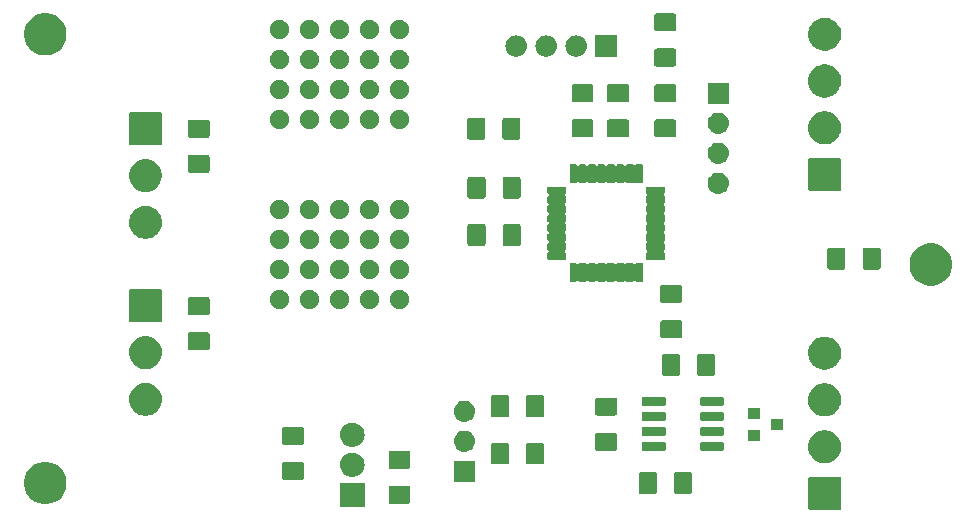
<source format=gbr>
G04 #@! TF.GenerationSoftware,KiCad,Pcbnew,(5.1.4)-1*
G04 #@! TF.CreationDate,2020-01-17T23:34:28+09:00*
G04 #@! TF.ProjectId,QX20CTRLV1,51583230-4354-4524-9c56-312e6b696361,rev?*
G04 #@! TF.SameCoordinates,Original*
G04 #@! TF.FileFunction,Soldermask,Top*
G04 #@! TF.FilePolarity,Negative*
%FSLAX46Y46*%
G04 Gerber Fmt 4.6, Leading zero omitted, Abs format (unit mm)*
G04 Created by KiCad (PCBNEW (5.1.4)-1) date 2020-01-17 23:34:28*
%MOMM*%
%LPD*%
G04 APERTURE LIST*
%ADD10C,0.100000*%
G04 APERTURE END LIST*
D10*
G36*
X144274031Y-102482621D02*
G01*
X144303486Y-102491556D01*
X144330623Y-102506062D01*
X144354414Y-102525586D01*
X144373938Y-102549377D01*
X144388444Y-102576514D01*
X144397379Y-102605969D01*
X144401000Y-102642734D01*
X144401000Y-105117266D01*
X144397379Y-105154031D01*
X144388444Y-105183486D01*
X144373938Y-105210623D01*
X144354414Y-105234414D01*
X144330623Y-105253938D01*
X144303486Y-105268444D01*
X144274031Y-105277379D01*
X144237266Y-105281000D01*
X141762734Y-105281000D01*
X141725969Y-105277379D01*
X141696514Y-105268444D01*
X141669377Y-105253938D01*
X141645586Y-105234414D01*
X141626062Y-105210623D01*
X141611556Y-105183486D01*
X141602621Y-105154031D01*
X141599000Y-105117266D01*
X141599000Y-102642734D01*
X141602621Y-102605969D01*
X141611556Y-102576514D01*
X141626062Y-102549377D01*
X141645586Y-102525586D01*
X141669377Y-102506062D01*
X141696514Y-102491556D01*
X141725969Y-102482621D01*
X141762734Y-102479000D01*
X144237266Y-102479000D01*
X144274031Y-102482621D01*
X144274031Y-102482621D01*
G37*
G36*
X104051000Y-105003500D02*
G01*
X101949000Y-105003500D01*
X101949000Y-102996500D01*
X104051000Y-102996500D01*
X104051000Y-105003500D01*
X104051000Y-105003500D01*
G37*
G36*
X77525331Y-101268211D02*
G01*
X77853092Y-101403974D01*
X78148070Y-101601072D01*
X78398928Y-101851930D01*
X78596026Y-102146908D01*
X78731789Y-102474669D01*
X78801000Y-102822616D01*
X78801000Y-103177384D01*
X78731789Y-103525331D01*
X78596026Y-103853092D01*
X78398928Y-104148070D01*
X78148070Y-104398928D01*
X77853092Y-104596026D01*
X77525331Y-104731789D01*
X77177384Y-104801000D01*
X76822616Y-104801000D01*
X76474669Y-104731789D01*
X76146908Y-104596026D01*
X75851930Y-104398928D01*
X75601072Y-104148070D01*
X75403974Y-103853092D01*
X75268211Y-103525331D01*
X75199000Y-103177384D01*
X75199000Y-102822616D01*
X75268211Y-102474669D01*
X75403974Y-102146908D01*
X75601072Y-101851930D01*
X75851930Y-101601072D01*
X76146908Y-101403974D01*
X76474669Y-101268211D01*
X76822616Y-101199000D01*
X77177384Y-101199000D01*
X77525331Y-101268211D01*
X77525331Y-101268211D01*
G37*
G36*
X107775562Y-103240681D02*
G01*
X107810481Y-103251274D01*
X107842663Y-103268476D01*
X107870873Y-103291627D01*
X107894024Y-103319837D01*
X107911226Y-103352019D01*
X107921819Y-103386938D01*
X107926000Y-103429395D01*
X107926000Y-104570605D01*
X107921819Y-104613062D01*
X107911226Y-104647981D01*
X107894024Y-104680163D01*
X107870873Y-104708373D01*
X107842663Y-104731524D01*
X107810481Y-104748726D01*
X107775562Y-104759319D01*
X107733105Y-104763500D01*
X106266895Y-104763500D01*
X106224438Y-104759319D01*
X106189519Y-104748726D01*
X106157337Y-104731524D01*
X106129127Y-104708373D01*
X106105976Y-104680163D01*
X106088774Y-104647981D01*
X106078181Y-104613062D01*
X106074000Y-104570605D01*
X106074000Y-103429395D01*
X106078181Y-103386938D01*
X106088774Y-103352019D01*
X106105976Y-103319837D01*
X106129127Y-103291627D01*
X106157337Y-103268476D01*
X106189519Y-103251274D01*
X106224438Y-103240681D01*
X106266895Y-103236500D01*
X107733105Y-103236500D01*
X107775562Y-103240681D01*
X107775562Y-103240681D01*
G37*
G36*
X128638062Y-102078181D02*
G01*
X128672981Y-102088774D01*
X128705163Y-102105976D01*
X128733373Y-102129127D01*
X128756524Y-102157337D01*
X128773726Y-102189519D01*
X128784319Y-102224438D01*
X128788500Y-102266895D01*
X128788500Y-103733105D01*
X128784319Y-103775562D01*
X128773726Y-103810481D01*
X128756524Y-103842663D01*
X128733373Y-103870873D01*
X128705163Y-103894024D01*
X128672981Y-103911226D01*
X128638062Y-103921819D01*
X128595605Y-103926000D01*
X127454395Y-103926000D01*
X127411938Y-103921819D01*
X127377019Y-103911226D01*
X127344837Y-103894024D01*
X127316627Y-103870873D01*
X127293476Y-103842663D01*
X127276274Y-103810481D01*
X127265681Y-103775562D01*
X127261500Y-103733105D01*
X127261500Y-102266895D01*
X127265681Y-102224438D01*
X127276274Y-102189519D01*
X127293476Y-102157337D01*
X127316627Y-102129127D01*
X127344837Y-102105976D01*
X127377019Y-102088774D01*
X127411938Y-102078181D01*
X127454395Y-102074000D01*
X128595605Y-102074000D01*
X128638062Y-102078181D01*
X128638062Y-102078181D01*
G37*
G36*
X131613062Y-102078181D02*
G01*
X131647981Y-102088774D01*
X131680163Y-102105976D01*
X131708373Y-102129127D01*
X131731524Y-102157337D01*
X131748726Y-102189519D01*
X131759319Y-102224438D01*
X131763500Y-102266895D01*
X131763500Y-103733105D01*
X131759319Y-103775562D01*
X131748726Y-103810481D01*
X131731524Y-103842663D01*
X131708373Y-103870873D01*
X131680163Y-103894024D01*
X131647981Y-103911226D01*
X131613062Y-103921819D01*
X131570605Y-103926000D01*
X130429395Y-103926000D01*
X130386938Y-103921819D01*
X130352019Y-103911226D01*
X130319837Y-103894024D01*
X130291627Y-103870873D01*
X130268476Y-103842663D01*
X130251274Y-103810481D01*
X130240681Y-103775562D01*
X130236500Y-103733105D01*
X130236500Y-102266895D01*
X130240681Y-102224438D01*
X130251274Y-102189519D01*
X130268476Y-102157337D01*
X130291627Y-102129127D01*
X130319837Y-102105976D01*
X130352019Y-102088774D01*
X130386938Y-102078181D01*
X130429395Y-102074000D01*
X131570605Y-102074000D01*
X131613062Y-102078181D01*
X131613062Y-102078181D01*
G37*
G36*
X113401000Y-102901000D02*
G01*
X111599000Y-102901000D01*
X111599000Y-101099000D01*
X113401000Y-101099000D01*
X113401000Y-102901000D01*
X113401000Y-102901000D01*
G37*
G36*
X98775562Y-101215681D02*
G01*
X98810481Y-101226274D01*
X98842663Y-101243476D01*
X98870873Y-101266627D01*
X98894024Y-101294837D01*
X98911226Y-101327019D01*
X98921819Y-101361938D01*
X98926000Y-101404395D01*
X98926000Y-102545605D01*
X98921819Y-102588062D01*
X98911226Y-102622981D01*
X98894024Y-102655163D01*
X98870873Y-102683373D01*
X98842663Y-102706524D01*
X98810481Y-102723726D01*
X98775562Y-102734319D01*
X98733105Y-102738500D01*
X97266895Y-102738500D01*
X97224438Y-102734319D01*
X97189519Y-102723726D01*
X97157337Y-102706524D01*
X97129127Y-102683373D01*
X97105976Y-102655163D01*
X97088774Y-102622981D01*
X97078181Y-102588062D01*
X97074000Y-102545605D01*
X97074000Y-101404395D01*
X97078181Y-101361938D01*
X97088774Y-101327019D01*
X97105976Y-101294837D01*
X97129127Y-101266627D01*
X97157337Y-101243476D01*
X97189519Y-101226274D01*
X97224438Y-101215681D01*
X97266895Y-101211500D01*
X98733105Y-101211500D01*
X98775562Y-101215681D01*
X98775562Y-101215681D01*
G37*
G36*
X103145936Y-100461340D02*
G01*
X103244220Y-100471020D01*
X103433381Y-100528401D01*
X103607712Y-100621583D01*
X103760515Y-100746985D01*
X103885917Y-100899788D01*
X103979099Y-101074119D01*
X104036480Y-101263280D01*
X104055855Y-101460000D01*
X104036480Y-101656720D01*
X103979099Y-101845881D01*
X103885917Y-102020212D01*
X103760515Y-102173015D01*
X103607712Y-102298417D01*
X103433381Y-102391599D01*
X103244220Y-102448980D01*
X103145936Y-102458660D01*
X103096795Y-102463500D01*
X102903205Y-102463500D01*
X102854064Y-102458660D01*
X102755780Y-102448980D01*
X102566619Y-102391599D01*
X102392288Y-102298417D01*
X102239485Y-102173015D01*
X102114083Y-102020212D01*
X102020901Y-101845881D01*
X101963520Y-101656720D01*
X101944145Y-101460000D01*
X101963520Y-101263280D01*
X102020901Y-101074119D01*
X102114083Y-100899788D01*
X102239485Y-100746985D01*
X102392288Y-100621583D01*
X102566619Y-100528401D01*
X102755780Y-100471020D01*
X102854064Y-100461340D01*
X102903205Y-100456500D01*
X103096795Y-100456500D01*
X103145936Y-100461340D01*
X103145936Y-100461340D01*
G37*
G36*
X107775562Y-100265681D02*
G01*
X107810481Y-100276274D01*
X107842663Y-100293476D01*
X107870873Y-100316627D01*
X107894024Y-100344837D01*
X107911226Y-100377019D01*
X107921819Y-100411938D01*
X107926000Y-100454395D01*
X107926000Y-101595605D01*
X107921819Y-101638062D01*
X107911226Y-101672981D01*
X107894024Y-101705163D01*
X107870873Y-101733373D01*
X107842663Y-101756524D01*
X107810481Y-101773726D01*
X107775562Y-101784319D01*
X107733105Y-101788500D01*
X106266895Y-101788500D01*
X106224438Y-101784319D01*
X106189519Y-101773726D01*
X106157337Y-101756524D01*
X106129127Y-101733373D01*
X106105976Y-101705163D01*
X106088774Y-101672981D01*
X106078181Y-101638062D01*
X106074000Y-101595605D01*
X106074000Y-100454395D01*
X106078181Y-100411938D01*
X106088774Y-100377019D01*
X106105976Y-100344837D01*
X106129127Y-100316627D01*
X106157337Y-100293476D01*
X106189519Y-100276274D01*
X106224438Y-100265681D01*
X106266895Y-100261500D01*
X107733105Y-100261500D01*
X107775562Y-100265681D01*
X107775562Y-100265681D01*
G37*
G36*
X119100562Y-99578181D02*
G01*
X119135481Y-99588774D01*
X119167663Y-99605976D01*
X119195873Y-99629127D01*
X119219024Y-99657337D01*
X119236226Y-99689519D01*
X119246819Y-99724438D01*
X119251000Y-99766895D01*
X119251000Y-101233105D01*
X119246819Y-101275562D01*
X119236226Y-101310481D01*
X119219024Y-101342663D01*
X119195873Y-101370873D01*
X119167663Y-101394024D01*
X119135481Y-101411226D01*
X119100562Y-101421819D01*
X119058105Y-101426000D01*
X117916895Y-101426000D01*
X117874438Y-101421819D01*
X117839519Y-101411226D01*
X117807337Y-101394024D01*
X117779127Y-101370873D01*
X117755976Y-101342663D01*
X117738774Y-101310481D01*
X117728181Y-101275562D01*
X117724000Y-101233105D01*
X117724000Y-99766895D01*
X117728181Y-99724438D01*
X117738774Y-99689519D01*
X117755976Y-99657337D01*
X117779127Y-99629127D01*
X117807337Y-99605976D01*
X117839519Y-99588774D01*
X117874438Y-99578181D01*
X117916895Y-99574000D01*
X119058105Y-99574000D01*
X119100562Y-99578181D01*
X119100562Y-99578181D01*
G37*
G36*
X116125562Y-99578181D02*
G01*
X116160481Y-99588774D01*
X116192663Y-99605976D01*
X116220873Y-99629127D01*
X116244024Y-99657337D01*
X116261226Y-99689519D01*
X116271819Y-99724438D01*
X116276000Y-99766895D01*
X116276000Y-101233105D01*
X116271819Y-101275562D01*
X116261226Y-101310481D01*
X116244024Y-101342663D01*
X116220873Y-101370873D01*
X116192663Y-101394024D01*
X116160481Y-101411226D01*
X116125562Y-101421819D01*
X116083105Y-101426000D01*
X114941895Y-101426000D01*
X114899438Y-101421819D01*
X114864519Y-101411226D01*
X114832337Y-101394024D01*
X114804127Y-101370873D01*
X114780976Y-101342663D01*
X114763774Y-101310481D01*
X114753181Y-101275562D01*
X114749000Y-101233105D01*
X114749000Y-99766895D01*
X114753181Y-99724438D01*
X114763774Y-99689519D01*
X114780976Y-99657337D01*
X114804127Y-99629127D01*
X114832337Y-99605976D01*
X114864519Y-99588774D01*
X114899438Y-99578181D01*
X114941895Y-99574000D01*
X116083105Y-99574000D01*
X116125562Y-99578181D01*
X116125562Y-99578181D01*
G37*
G36*
X143318433Y-98554893D02*
G01*
X143408657Y-98572839D01*
X143514267Y-98616585D01*
X143663621Y-98678449D01*
X143663622Y-98678450D01*
X143893086Y-98831772D01*
X144088228Y-99026914D01*
X144148234Y-99116720D01*
X144241551Y-99256379D01*
X144252732Y-99283373D01*
X144334266Y-99480211D01*
X144347161Y-99511344D01*
X144401000Y-99782012D01*
X144401000Y-100057988D01*
X144376698Y-100180163D01*
X144347161Y-100328657D01*
X144306477Y-100426876D01*
X144241551Y-100583621D01*
X144190675Y-100659763D01*
X144088228Y-100813086D01*
X143893086Y-101008228D01*
X143757235Y-101099000D01*
X143663621Y-101161551D01*
X143530605Y-101216648D01*
X143408657Y-101267161D01*
X143318433Y-101285107D01*
X143137988Y-101321000D01*
X142862012Y-101321000D01*
X142681567Y-101285107D01*
X142591343Y-101267161D01*
X142469395Y-101216648D01*
X142336379Y-101161551D01*
X142242765Y-101099000D01*
X142106914Y-101008228D01*
X141911772Y-100813086D01*
X141809325Y-100659763D01*
X141758449Y-100583621D01*
X141693523Y-100426876D01*
X141652839Y-100328657D01*
X141623302Y-100180163D01*
X141599000Y-100057988D01*
X141599000Y-99782012D01*
X141652839Y-99511344D01*
X141665735Y-99480211D01*
X141747268Y-99283373D01*
X141758449Y-99256379D01*
X141851766Y-99116720D01*
X141911772Y-99026914D01*
X142106914Y-98831772D01*
X142336378Y-98678450D01*
X142336379Y-98678449D01*
X142485733Y-98616585D01*
X142591343Y-98572839D01*
X142681567Y-98554893D01*
X142862012Y-98519000D01*
X143137988Y-98519000D01*
X143318433Y-98554893D01*
X143318433Y-98554893D01*
G37*
G36*
X112610443Y-98565519D02*
G01*
X112676627Y-98572037D01*
X112846466Y-98623557D01*
X113002991Y-98707222D01*
X113022560Y-98723282D01*
X113140186Y-98819814D01*
X113212560Y-98908003D01*
X113252778Y-98957009D01*
X113336443Y-99113534D01*
X113387963Y-99283373D01*
X113405359Y-99460000D01*
X113387963Y-99636627D01*
X113336443Y-99806466D01*
X113252778Y-99962991D01*
X113226012Y-99995605D01*
X113140186Y-100100186D01*
X113061296Y-100164928D01*
X113002991Y-100212778D01*
X112846466Y-100296443D01*
X112676627Y-100347963D01*
X112610443Y-100354481D01*
X112544260Y-100361000D01*
X112455740Y-100361000D01*
X112389557Y-100354481D01*
X112323373Y-100347963D01*
X112153534Y-100296443D01*
X111997009Y-100212778D01*
X111938704Y-100164928D01*
X111859814Y-100100186D01*
X111773988Y-99995605D01*
X111747222Y-99962991D01*
X111663557Y-99806466D01*
X111612037Y-99636627D01*
X111594641Y-99460000D01*
X111612037Y-99283373D01*
X111663557Y-99113534D01*
X111747222Y-98957009D01*
X111787440Y-98908003D01*
X111859814Y-98819814D01*
X111977440Y-98723282D01*
X111997009Y-98707222D01*
X112153534Y-98623557D01*
X112323373Y-98572037D01*
X112389558Y-98565518D01*
X112455740Y-98559000D01*
X112544260Y-98559000D01*
X112610443Y-98565519D01*
X112610443Y-98565519D01*
G37*
G36*
X125275562Y-98740681D02*
G01*
X125310481Y-98751274D01*
X125342663Y-98768476D01*
X125370873Y-98791627D01*
X125394024Y-98819837D01*
X125411226Y-98852019D01*
X125421819Y-98886938D01*
X125426000Y-98929395D01*
X125426000Y-100070605D01*
X125421819Y-100113062D01*
X125411226Y-100147981D01*
X125394024Y-100180163D01*
X125370873Y-100208373D01*
X125342663Y-100231524D01*
X125310481Y-100248726D01*
X125275562Y-100259319D01*
X125233105Y-100263500D01*
X123766895Y-100263500D01*
X123724438Y-100259319D01*
X123689519Y-100248726D01*
X123657337Y-100231524D01*
X123629127Y-100208373D01*
X123605976Y-100180163D01*
X123588774Y-100147981D01*
X123578181Y-100113062D01*
X123574000Y-100070605D01*
X123574000Y-98929395D01*
X123578181Y-98886938D01*
X123588774Y-98852019D01*
X123605976Y-98819837D01*
X123629127Y-98791627D01*
X123657337Y-98768476D01*
X123689519Y-98751274D01*
X123724438Y-98740681D01*
X123766895Y-98736500D01*
X125233105Y-98736500D01*
X125275562Y-98740681D01*
X125275562Y-98740681D01*
G37*
G36*
X134409928Y-99556764D02*
G01*
X134431009Y-99563160D01*
X134450445Y-99573548D01*
X134467476Y-99587524D01*
X134481452Y-99604555D01*
X134491840Y-99623991D01*
X134498236Y-99645072D01*
X134501000Y-99673140D01*
X134501000Y-100136860D01*
X134498236Y-100164928D01*
X134491840Y-100186009D01*
X134481452Y-100205445D01*
X134467476Y-100222476D01*
X134450445Y-100236452D01*
X134431009Y-100246840D01*
X134409928Y-100253236D01*
X134381860Y-100256000D01*
X132568140Y-100256000D01*
X132540072Y-100253236D01*
X132518991Y-100246840D01*
X132499555Y-100236452D01*
X132482524Y-100222476D01*
X132468548Y-100205445D01*
X132458160Y-100186009D01*
X132451764Y-100164928D01*
X132449000Y-100136860D01*
X132449000Y-99673140D01*
X132451764Y-99645072D01*
X132458160Y-99623991D01*
X132468548Y-99604555D01*
X132482524Y-99587524D01*
X132499555Y-99573548D01*
X132518991Y-99563160D01*
X132540072Y-99556764D01*
X132568140Y-99554000D01*
X134381860Y-99554000D01*
X134409928Y-99556764D01*
X134409928Y-99556764D01*
G37*
G36*
X129459928Y-99556764D02*
G01*
X129481009Y-99563160D01*
X129500445Y-99573548D01*
X129517476Y-99587524D01*
X129531452Y-99604555D01*
X129541840Y-99623991D01*
X129548236Y-99645072D01*
X129551000Y-99673140D01*
X129551000Y-100136860D01*
X129548236Y-100164928D01*
X129541840Y-100186009D01*
X129531452Y-100205445D01*
X129517476Y-100222476D01*
X129500445Y-100236452D01*
X129481009Y-100246840D01*
X129459928Y-100253236D01*
X129431860Y-100256000D01*
X127618140Y-100256000D01*
X127590072Y-100253236D01*
X127568991Y-100246840D01*
X127549555Y-100236452D01*
X127532524Y-100222476D01*
X127518548Y-100205445D01*
X127508160Y-100186009D01*
X127501764Y-100164928D01*
X127499000Y-100136860D01*
X127499000Y-99673140D01*
X127501764Y-99645072D01*
X127508160Y-99623991D01*
X127518548Y-99604555D01*
X127532524Y-99587524D01*
X127549555Y-99573548D01*
X127568991Y-99563160D01*
X127590072Y-99556764D01*
X127618140Y-99554000D01*
X129431860Y-99554000D01*
X129459928Y-99556764D01*
X129459928Y-99556764D01*
G37*
G36*
X103145936Y-97921340D02*
G01*
X103244220Y-97931020D01*
X103433381Y-97988401D01*
X103607712Y-98081583D01*
X103760515Y-98206985D01*
X103885917Y-98359788D01*
X103979099Y-98534119D01*
X104036480Y-98723280D01*
X104055855Y-98920000D01*
X104036480Y-99116720D01*
X103979099Y-99305881D01*
X103885917Y-99480212D01*
X103760515Y-99633015D01*
X103607712Y-99758417D01*
X103433381Y-99851599D01*
X103244220Y-99908980D01*
X103145936Y-99918660D01*
X103096795Y-99923500D01*
X102903205Y-99923500D01*
X102854064Y-99918660D01*
X102755780Y-99908980D01*
X102566619Y-99851599D01*
X102392288Y-99758417D01*
X102239485Y-99633015D01*
X102114083Y-99480212D01*
X102020901Y-99305881D01*
X101963520Y-99116720D01*
X101944145Y-98920000D01*
X101963520Y-98723280D01*
X102020901Y-98534119D01*
X102114083Y-98359788D01*
X102239485Y-98206985D01*
X102392288Y-98081583D01*
X102566619Y-97988401D01*
X102755780Y-97931020D01*
X102854064Y-97921340D01*
X102903205Y-97916500D01*
X103096795Y-97916500D01*
X103145936Y-97921340D01*
X103145936Y-97921340D01*
G37*
G36*
X98775562Y-98240681D02*
G01*
X98810481Y-98251274D01*
X98842663Y-98268476D01*
X98870873Y-98291627D01*
X98894024Y-98319837D01*
X98911226Y-98352019D01*
X98921819Y-98386938D01*
X98926000Y-98429395D01*
X98926000Y-99570605D01*
X98921819Y-99613062D01*
X98911226Y-99647981D01*
X98894024Y-99680163D01*
X98870873Y-99708373D01*
X98842663Y-99731524D01*
X98810481Y-99748726D01*
X98775562Y-99759319D01*
X98733105Y-99763500D01*
X97266895Y-99763500D01*
X97224438Y-99759319D01*
X97189519Y-99748726D01*
X97157337Y-99731524D01*
X97129127Y-99708373D01*
X97105976Y-99680163D01*
X97088774Y-99647981D01*
X97078181Y-99613062D01*
X97074000Y-99570605D01*
X97074000Y-98429395D01*
X97078181Y-98386938D01*
X97088774Y-98352019D01*
X97105976Y-98319837D01*
X97129127Y-98291627D01*
X97157337Y-98268476D01*
X97189519Y-98251274D01*
X97224438Y-98240681D01*
X97266895Y-98236500D01*
X98733105Y-98236500D01*
X98775562Y-98240681D01*
X98775562Y-98240681D01*
G37*
G36*
X137501000Y-99451000D02*
G01*
X136499000Y-99451000D01*
X136499000Y-98549000D01*
X137501000Y-98549000D01*
X137501000Y-99451000D01*
X137501000Y-99451000D01*
G37*
G36*
X134409928Y-98286764D02*
G01*
X134431009Y-98293160D01*
X134450445Y-98303548D01*
X134467476Y-98317524D01*
X134481452Y-98334555D01*
X134491840Y-98353991D01*
X134498236Y-98375072D01*
X134501000Y-98403140D01*
X134501000Y-98866860D01*
X134498236Y-98894928D01*
X134491840Y-98916009D01*
X134481452Y-98935445D01*
X134467476Y-98952476D01*
X134450445Y-98966452D01*
X134431009Y-98976840D01*
X134409928Y-98983236D01*
X134381860Y-98986000D01*
X132568140Y-98986000D01*
X132540072Y-98983236D01*
X132518991Y-98976840D01*
X132499555Y-98966452D01*
X132482524Y-98952476D01*
X132468548Y-98935445D01*
X132458160Y-98916009D01*
X132451764Y-98894928D01*
X132449000Y-98866860D01*
X132449000Y-98403140D01*
X132451764Y-98375072D01*
X132458160Y-98353991D01*
X132468548Y-98334555D01*
X132482524Y-98317524D01*
X132499555Y-98303548D01*
X132518991Y-98293160D01*
X132540072Y-98286764D01*
X132568140Y-98284000D01*
X134381860Y-98284000D01*
X134409928Y-98286764D01*
X134409928Y-98286764D01*
G37*
G36*
X129459928Y-98286764D02*
G01*
X129481009Y-98293160D01*
X129500445Y-98303548D01*
X129517476Y-98317524D01*
X129531452Y-98334555D01*
X129541840Y-98353991D01*
X129548236Y-98375072D01*
X129551000Y-98403140D01*
X129551000Y-98866860D01*
X129548236Y-98894928D01*
X129541840Y-98916009D01*
X129531452Y-98935445D01*
X129517476Y-98952476D01*
X129500445Y-98966452D01*
X129481009Y-98976840D01*
X129459928Y-98983236D01*
X129431860Y-98986000D01*
X127618140Y-98986000D01*
X127590072Y-98983236D01*
X127568991Y-98976840D01*
X127549555Y-98966452D01*
X127532524Y-98952476D01*
X127518548Y-98935445D01*
X127508160Y-98916009D01*
X127501764Y-98894928D01*
X127499000Y-98866860D01*
X127499000Y-98403140D01*
X127501764Y-98375072D01*
X127508160Y-98353991D01*
X127518548Y-98334555D01*
X127532524Y-98317524D01*
X127549555Y-98303548D01*
X127568991Y-98293160D01*
X127590072Y-98286764D01*
X127618140Y-98284000D01*
X129431860Y-98284000D01*
X129459928Y-98286764D01*
X129459928Y-98286764D01*
G37*
G36*
X139501000Y-98501000D02*
G01*
X138499000Y-98501000D01*
X138499000Y-97599000D01*
X139501000Y-97599000D01*
X139501000Y-98501000D01*
X139501000Y-98501000D01*
G37*
G36*
X112610443Y-96025519D02*
G01*
X112676627Y-96032037D01*
X112846466Y-96083557D01*
X113002991Y-96167222D01*
X113038729Y-96196552D01*
X113140186Y-96279814D01*
X113213096Y-96368657D01*
X113252778Y-96417009D01*
X113336443Y-96573534D01*
X113387963Y-96743373D01*
X113405359Y-96920000D01*
X113387963Y-97096627D01*
X113338215Y-97260624D01*
X113336442Y-97266468D01*
X113314810Y-97306939D01*
X113252778Y-97422991D01*
X113223448Y-97458729D01*
X113140186Y-97560186D01*
X113061296Y-97624928D01*
X113002991Y-97672778D01*
X112846466Y-97756443D01*
X112676627Y-97807963D01*
X112610443Y-97814481D01*
X112544260Y-97821000D01*
X112455740Y-97821000D01*
X112389557Y-97814481D01*
X112323373Y-97807963D01*
X112153534Y-97756443D01*
X111997009Y-97672778D01*
X111938704Y-97624928D01*
X111859814Y-97560186D01*
X111776552Y-97458729D01*
X111747222Y-97422991D01*
X111685190Y-97306939D01*
X111663558Y-97266468D01*
X111661785Y-97260624D01*
X111612037Y-97096627D01*
X111594641Y-96920000D01*
X111612037Y-96743373D01*
X111663557Y-96573534D01*
X111747222Y-96417009D01*
X111786904Y-96368657D01*
X111859814Y-96279814D01*
X111961271Y-96196552D01*
X111997009Y-96167222D01*
X112153534Y-96083557D01*
X112323373Y-96032037D01*
X112389557Y-96025519D01*
X112455740Y-96019000D01*
X112544260Y-96019000D01*
X112610443Y-96025519D01*
X112610443Y-96025519D01*
G37*
G36*
X134409928Y-97016764D02*
G01*
X134431009Y-97023160D01*
X134450445Y-97033548D01*
X134467476Y-97047524D01*
X134481452Y-97064555D01*
X134491840Y-97083991D01*
X134498236Y-97105072D01*
X134501000Y-97133140D01*
X134501000Y-97596860D01*
X134498236Y-97624928D01*
X134491840Y-97646009D01*
X134481452Y-97665445D01*
X134467476Y-97682476D01*
X134450445Y-97696452D01*
X134431009Y-97706840D01*
X134409928Y-97713236D01*
X134381860Y-97716000D01*
X132568140Y-97716000D01*
X132540072Y-97713236D01*
X132518991Y-97706840D01*
X132499555Y-97696452D01*
X132482524Y-97682476D01*
X132468548Y-97665445D01*
X132458160Y-97646009D01*
X132451764Y-97624928D01*
X132449000Y-97596860D01*
X132449000Y-97133140D01*
X132451764Y-97105072D01*
X132458160Y-97083991D01*
X132468548Y-97064555D01*
X132482524Y-97047524D01*
X132499555Y-97033548D01*
X132518991Y-97023160D01*
X132540072Y-97016764D01*
X132568140Y-97014000D01*
X134381860Y-97014000D01*
X134409928Y-97016764D01*
X134409928Y-97016764D01*
G37*
G36*
X129459928Y-97016764D02*
G01*
X129481009Y-97023160D01*
X129500445Y-97033548D01*
X129517476Y-97047524D01*
X129531452Y-97064555D01*
X129541840Y-97083991D01*
X129548236Y-97105072D01*
X129551000Y-97133140D01*
X129551000Y-97596860D01*
X129548236Y-97624928D01*
X129541840Y-97646009D01*
X129531452Y-97665445D01*
X129517476Y-97682476D01*
X129500445Y-97696452D01*
X129481009Y-97706840D01*
X129459928Y-97713236D01*
X129431860Y-97716000D01*
X127618140Y-97716000D01*
X127590072Y-97713236D01*
X127568991Y-97706840D01*
X127549555Y-97696452D01*
X127532524Y-97682476D01*
X127518548Y-97665445D01*
X127508160Y-97646009D01*
X127501764Y-97624928D01*
X127499000Y-97596860D01*
X127499000Y-97133140D01*
X127501764Y-97105072D01*
X127508160Y-97083991D01*
X127518548Y-97064555D01*
X127532524Y-97047524D01*
X127549555Y-97033548D01*
X127568991Y-97023160D01*
X127590072Y-97016764D01*
X127618140Y-97014000D01*
X129431860Y-97014000D01*
X129459928Y-97016764D01*
X129459928Y-97016764D01*
G37*
G36*
X137501000Y-97551000D02*
G01*
X136499000Y-97551000D01*
X136499000Y-96649000D01*
X137501000Y-96649000D01*
X137501000Y-97551000D01*
X137501000Y-97551000D01*
G37*
G36*
X119100562Y-95578181D02*
G01*
X119135481Y-95588774D01*
X119167663Y-95605976D01*
X119195873Y-95629127D01*
X119219024Y-95657337D01*
X119236226Y-95689519D01*
X119246819Y-95724438D01*
X119251000Y-95766895D01*
X119251000Y-97233105D01*
X119246819Y-97275562D01*
X119236226Y-97310481D01*
X119219024Y-97342663D01*
X119195873Y-97370873D01*
X119167663Y-97394024D01*
X119135481Y-97411226D01*
X119100562Y-97421819D01*
X119058105Y-97426000D01*
X117916895Y-97426000D01*
X117874438Y-97421819D01*
X117839519Y-97411226D01*
X117807337Y-97394024D01*
X117779127Y-97370873D01*
X117755976Y-97342663D01*
X117738774Y-97310481D01*
X117728181Y-97275562D01*
X117724000Y-97233105D01*
X117724000Y-95766895D01*
X117728181Y-95724438D01*
X117738774Y-95689519D01*
X117755976Y-95657337D01*
X117779127Y-95629127D01*
X117807337Y-95605976D01*
X117839519Y-95588774D01*
X117874438Y-95578181D01*
X117916895Y-95574000D01*
X119058105Y-95574000D01*
X119100562Y-95578181D01*
X119100562Y-95578181D01*
G37*
G36*
X116125562Y-95578181D02*
G01*
X116160481Y-95588774D01*
X116192663Y-95605976D01*
X116220873Y-95629127D01*
X116244024Y-95657337D01*
X116261226Y-95689519D01*
X116271819Y-95724438D01*
X116276000Y-95766895D01*
X116276000Y-97233105D01*
X116271819Y-97275562D01*
X116261226Y-97310481D01*
X116244024Y-97342663D01*
X116220873Y-97370873D01*
X116192663Y-97394024D01*
X116160481Y-97411226D01*
X116125562Y-97421819D01*
X116083105Y-97426000D01*
X114941895Y-97426000D01*
X114899438Y-97421819D01*
X114864519Y-97411226D01*
X114832337Y-97394024D01*
X114804127Y-97370873D01*
X114780976Y-97342663D01*
X114763774Y-97310481D01*
X114753181Y-97275562D01*
X114749000Y-97233105D01*
X114749000Y-95766895D01*
X114753181Y-95724438D01*
X114763774Y-95689519D01*
X114780976Y-95657337D01*
X114804127Y-95629127D01*
X114832337Y-95605976D01*
X114864519Y-95588774D01*
X114899438Y-95578181D01*
X114941895Y-95574000D01*
X116083105Y-95574000D01*
X116125562Y-95578181D01*
X116125562Y-95578181D01*
G37*
G36*
X143318433Y-94594893D02*
G01*
X143408657Y-94612839D01*
X143514267Y-94656585D01*
X143663621Y-94718449D01*
X143663622Y-94718450D01*
X143893086Y-94871772D01*
X144088228Y-95066914D01*
X144190675Y-95220237D01*
X144241551Y-95296379D01*
X144303415Y-95445733D01*
X144330593Y-95511344D01*
X144347161Y-95551344D01*
X144401000Y-95822012D01*
X144401000Y-96097988D01*
X144366685Y-96270500D01*
X144347161Y-96368657D01*
X144336416Y-96394597D01*
X144241551Y-96623621D01*
X144241550Y-96623622D01*
X144088228Y-96853086D01*
X143893086Y-97048228D01*
X143766005Y-97133140D01*
X143663621Y-97201551D01*
X143562704Y-97243352D01*
X143408657Y-97307161D01*
X143318433Y-97325107D01*
X143137988Y-97361000D01*
X142862012Y-97361000D01*
X142681567Y-97325107D01*
X142591343Y-97307161D01*
X142437296Y-97243352D01*
X142336379Y-97201551D01*
X142233995Y-97133140D01*
X142106914Y-97048228D01*
X141911772Y-96853086D01*
X141758450Y-96623622D01*
X141758449Y-96623621D01*
X141663584Y-96394597D01*
X141652839Y-96368657D01*
X141633315Y-96270500D01*
X141599000Y-96097988D01*
X141599000Y-95822012D01*
X141652839Y-95551344D01*
X141669408Y-95511344D01*
X141696585Y-95445733D01*
X141758449Y-95296379D01*
X141809325Y-95220237D01*
X141911772Y-95066914D01*
X142106914Y-94871772D01*
X142336378Y-94718450D01*
X142336379Y-94718449D01*
X142485733Y-94656585D01*
X142591343Y-94612839D01*
X142681567Y-94594893D01*
X142862012Y-94559000D01*
X143137988Y-94559000D01*
X143318433Y-94594893D01*
X143318433Y-94594893D01*
G37*
G36*
X85818433Y-94554893D02*
G01*
X85908657Y-94572839D01*
X86005225Y-94612839D01*
X86163621Y-94678449D01*
X86163622Y-94678450D01*
X86393086Y-94831772D01*
X86588228Y-95026914D01*
X86690675Y-95180237D01*
X86741551Y-95256379D01*
X86803415Y-95405733D01*
X86847161Y-95511343D01*
X86859624Y-95574000D01*
X86901000Y-95782012D01*
X86901000Y-96057988D01*
X86879272Y-96167221D01*
X86847161Y-96328657D01*
X86830592Y-96368657D01*
X86741551Y-96583621D01*
X86741550Y-96583622D01*
X86588228Y-96813086D01*
X86393086Y-97008228D01*
X86333221Y-97048228D01*
X86163621Y-97161551D01*
X86067052Y-97201551D01*
X85908657Y-97267161D01*
X85827258Y-97283352D01*
X85637988Y-97321000D01*
X85362012Y-97321000D01*
X85172742Y-97283352D01*
X85091343Y-97267161D01*
X84932948Y-97201551D01*
X84836379Y-97161551D01*
X84666779Y-97048228D01*
X84606914Y-97008228D01*
X84411772Y-96813086D01*
X84258450Y-96583622D01*
X84258449Y-96583621D01*
X84169408Y-96368657D01*
X84152839Y-96328657D01*
X84120728Y-96167221D01*
X84099000Y-96057988D01*
X84099000Y-95782012D01*
X84140376Y-95574000D01*
X84152839Y-95511343D01*
X84196585Y-95405733D01*
X84258449Y-95256379D01*
X84309325Y-95180237D01*
X84411772Y-95026914D01*
X84606914Y-94831772D01*
X84836378Y-94678450D01*
X84836379Y-94678449D01*
X84994775Y-94612839D01*
X85091343Y-94572839D01*
X85181567Y-94554893D01*
X85362012Y-94519000D01*
X85637988Y-94519000D01*
X85818433Y-94554893D01*
X85818433Y-94554893D01*
G37*
G36*
X125275562Y-95765681D02*
G01*
X125310481Y-95776274D01*
X125342663Y-95793476D01*
X125370873Y-95816627D01*
X125394024Y-95844837D01*
X125411226Y-95877019D01*
X125421819Y-95911938D01*
X125426000Y-95954395D01*
X125426000Y-97095605D01*
X125421819Y-97138062D01*
X125411226Y-97172981D01*
X125394024Y-97205163D01*
X125370873Y-97233373D01*
X125342663Y-97256524D01*
X125310481Y-97273726D01*
X125275562Y-97284319D01*
X125233105Y-97288500D01*
X123766895Y-97288500D01*
X123724438Y-97284319D01*
X123689519Y-97273726D01*
X123657337Y-97256524D01*
X123629127Y-97233373D01*
X123605976Y-97205163D01*
X123588774Y-97172981D01*
X123578181Y-97138062D01*
X123574000Y-97095605D01*
X123574000Y-95954395D01*
X123578181Y-95911938D01*
X123588774Y-95877019D01*
X123605976Y-95844837D01*
X123629127Y-95816627D01*
X123657337Y-95793476D01*
X123689519Y-95776274D01*
X123724438Y-95765681D01*
X123766895Y-95761500D01*
X125233105Y-95761500D01*
X125275562Y-95765681D01*
X125275562Y-95765681D01*
G37*
G36*
X129459928Y-95746764D02*
G01*
X129481009Y-95753160D01*
X129500445Y-95763548D01*
X129517476Y-95777524D01*
X129531452Y-95794555D01*
X129541840Y-95813991D01*
X129548236Y-95835072D01*
X129551000Y-95863140D01*
X129551000Y-96326860D01*
X129548236Y-96354928D01*
X129541840Y-96376009D01*
X129531452Y-96395445D01*
X129517476Y-96412476D01*
X129500445Y-96426452D01*
X129481009Y-96436840D01*
X129459928Y-96443236D01*
X129431860Y-96446000D01*
X127618140Y-96446000D01*
X127590072Y-96443236D01*
X127568991Y-96436840D01*
X127549555Y-96426452D01*
X127532524Y-96412476D01*
X127518548Y-96395445D01*
X127508160Y-96376009D01*
X127501764Y-96354928D01*
X127499000Y-96326860D01*
X127499000Y-95863140D01*
X127501764Y-95835072D01*
X127508160Y-95813991D01*
X127518548Y-95794555D01*
X127532524Y-95777524D01*
X127549555Y-95763548D01*
X127568991Y-95753160D01*
X127590072Y-95746764D01*
X127618140Y-95744000D01*
X129431860Y-95744000D01*
X129459928Y-95746764D01*
X129459928Y-95746764D01*
G37*
G36*
X134409928Y-95746764D02*
G01*
X134431009Y-95753160D01*
X134450445Y-95763548D01*
X134467476Y-95777524D01*
X134481452Y-95794555D01*
X134491840Y-95813991D01*
X134498236Y-95835072D01*
X134501000Y-95863140D01*
X134501000Y-96326860D01*
X134498236Y-96354928D01*
X134491840Y-96376009D01*
X134481452Y-96395445D01*
X134467476Y-96412476D01*
X134450445Y-96426452D01*
X134431009Y-96436840D01*
X134409928Y-96443236D01*
X134381860Y-96446000D01*
X132568140Y-96446000D01*
X132540072Y-96443236D01*
X132518991Y-96436840D01*
X132499555Y-96426452D01*
X132482524Y-96412476D01*
X132468548Y-96395445D01*
X132458160Y-96376009D01*
X132451764Y-96354928D01*
X132449000Y-96326860D01*
X132449000Y-95863140D01*
X132451764Y-95835072D01*
X132458160Y-95813991D01*
X132468548Y-95794555D01*
X132482524Y-95777524D01*
X132499555Y-95763548D01*
X132518991Y-95753160D01*
X132540072Y-95746764D01*
X132568140Y-95744000D01*
X134381860Y-95744000D01*
X134409928Y-95746764D01*
X134409928Y-95746764D01*
G37*
G36*
X133588062Y-92078181D02*
G01*
X133622981Y-92088774D01*
X133655163Y-92105976D01*
X133683373Y-92129127D01*
X133706524Y-92157337D01*
X133723726Y-92189519D01*
X133734319Y-92224438D01*
X133738500Y-92266895D01*
X133738500Y-93733105D01*
X133734319Y-93775562D01*
X133723726Y-93810481D01*
X133706524Y-93842663D01*
X133683373Y-93870873D01*
X133655163Y-93894024D01*
X133622981Y-93911226D01*
X133588062Y-93921819D01*
X133545605Y-93926000D01*
X132404395Y-93926000D01*
X132361938Y-93921819D01*
X132327019Y-93911226D01*
X132294837Y-93894024D01*
X132266627Y-93870873D01*
X132243476Y-93842663D01*
X132226274Y-93810481D01*
X132215681Y-93775562D01*
X132211500Y-93733105D01*
X132211500Y-92266895D01*
X132215681Y-92224438D01*
X132226274Y-92189519D01*
X132243476Y-92157337D01*
X132266627Y-92129127D01*
X132294837Y-92105976D01*
X132327019Y-92088774D01*
X132361938Y-92078181D01*
X132404395Y-92074000D01*
X133545605Y-92074000D01*
X133588062Y-92078181D01*
X133588062Y-92078181D01*
G37*
G36*
X130613062Y-92078181D02*
G01*
X130647981Y-92088774D01*
X130680163Y-92105976D01*
X130708373Y-92129127D01*
X130731524Y-92157337D01*
X130748726Y-92189519D01*
X130759319Y-92224438D01*
X130763500Y-92266895D01*
X130763500Y-93733105D01*
X130759319Y-93775562D01*
X130748726Y-93810481D01*
X130731524Y-93842663D01*
X130708373Y-93870873D01*
X130680163Y-93894024D01*
X130647981Y-93911226D01*
X130613062Y-93921819D01*
X130570605Y-93926000D01*
X129429395Y-93926000D01*
X129386938Y-93921819D01*
X129352019Y-93911226D01*
X129319837Y-93894024D01*
X129291627Y-93870873D01*
X129268476Y-93842663D01*
X129251274Y-93810481D01*
X129240681Y-93775562D01*
X129236500Y-93733105D01*
X129236500Y-92266895D01*
X129240681Y-92224438D01*
X129251274Y-92189519D01*
X129268476Y-92157337D01*
X129291627Y-92129127D01*
X129319837Y-92105976D01*
X129352019Y-92088774D01*
X129386938Y-92078181D01*
X129429395Y-92074000D01*
X130570605Y-92074000D01*
X130613062Y-92078181D01*
X130613062Y-92078181D01*
G37*
G36*
X143318433Y-90634893D02*
G01*
X143408657Y-90652839D01*
X143482372Y-90683373D01*
X143663621Y-90758449D01*
X143663622Y-90758450D01*
X143893086Y-90911772D01*
X144088228Y-91106914D01*
X144190675Y-91260237D01*
X144241551Y-91336379D01*
X144303415Y-91485733D01*
X144330593Y-91551344D01*
X144347161Y-91591344D01*
X144393044Y-91822012D01*
X144401000Y-91862014D01*
X144401000Y-92137986D01*
X144355118Y-92368656D01*
X144347161Y-92408656D01*
X144241551Y-92663621D01*
X144241550Y-92663622D01*
X144088228Y-92893086D01*
X143893086Y-93088228D01*
X143739763Y-93190675D01*
X143663621Y-93241551D01*
X143514267Y-93303415D01*
X143408657Y-93347161D01*
X143318433Y-93365107D01*
X143137988Y-93401000D01*
X142862012Y-93401000D01*
X142681567Y-93365107D01*
X142591343Y-93347161D01*
X142485733Y-93303415D01*
X142336379Y-93241551D01*
X142260237Y-93190675D01*
X142106914Y-93088228D01*
X141911772Y-92893086D01*
X141758450Y-92663622D01*
X141758449Y-92663621D01*
X141652839Y-92408656D01*
X141644883Y-92368656D01*
X141599000Y-92137986D01*
X141599000Y-91862014D01*
X141606957Y-91822012D01*
X141652839Y-91591344D01*
X141669408Y-91551344D01*
X141696585Y-91485733D01*
X141758449Y-91336379D01*
X141809325Y-91260237D01*
X141911772Y-91106914D01*
X142106914Y-90911772D01*
X142336378Y-90758450D01*
X142336379Y-90758449D01*
X142517628Y-90683373D01*
X142591343Y-90652839D01*
X142681567Y-90634893D01*
X142862012Y-90599000D01*
X143137988Y-90599000D01*
X143318433Y-90634893D01*
X143318433Y-90634893D01*
G37*
G36*
X85784093Y-90588062D02*
G01*
X85908657Y-90612839D01*
X86005225Y-90652839D01*
X86163621Y-90718449D01*
X86185925Y-90733352D01*
X86393086Y-90871772D01*
X86588228Y-91066914D01*
X86690675Y-91220237D01*
X86741551Y-91296379D01*
X86803415Y-91445733D01*
X86847161Y-91551343D01*
X86856466Y-91598124D01*
X86901000Y-91822012D01*
X86901000Y-92097988D01*
X86890164Y-92152465D01*
X86847161Y-92368657D01*
X86830592Y-92408657D01*
X86741551Y-92623621D01*
X86741550Y-92623622D01*
X86588228Y-92853086D01*
X86393086Y-93048228D01*
X86333221Y-93088228D01*
X86163621Y-93201551D01*
X86067052Y-93241551D01*
X85908657Y-93307161D01*
X85818433Y-93325107D01*
X85637988Y-93361000D01*
X85362012Y-93361000D01*
X85181567Y-93325107D01*
X85091343Y-93307161D01*
X84932948Y-93241551D01*
X84836379Y-93201551D01*
X84666779Y-93088228D01*
X84606914Y-93048228D01*
X84411772Y-92853086D01*
X84258450Y-92623622D01*
X84258449Y-92623621D01*
X84169408Y-92408657D01*
X84152839Y-92368657D01*
X84109836Y-92152465D01*
X84099000Y-92097988D01*
X84099000Y-91822012D01*
X84143534Y-91598124D01*
X84152839Y-91551343D01*
X84196585Y-91445733D01*
X84258449Y-91296379D01*
X84309325Y-91220237D01*
X84411772Y-91066914D01*
X84606914Y-90871772D01*
X84814075Y-90733352D01*
X84836379Y-90718449D01*
X84994775Y-90652839D01*
X85091343Y-90612839D01*
X85215907Y-90588062D01*
X85362012Y-90559000D01*
X85637988Y-90559000D01*
X85784093Y-90588062D01*
X85784093Y-90588062D01*
G37*
G36*
X90775562Y-90240681D02*
G01*
X90810481Y-90251274D01*
X90842663Y-90268476D01*
X90870873Y-90291627D01*
X90894024Y-90319837D01*
X90911226Y-90352019D01*
X90921819Y-90386938D01*
X90926000Y-90429395D01*
X90926000Y-91570605D01*
X90921819Y-91613062D01*
X90911226Y-91647981D01*
X90894024Y-91680163D01*
X90870873Y-91708373D01*
X90842663Y-91731524D01*
X90810481Y-91748726D01*
X90775562Y-91759319D01*
X90733105Y-91763500D01*
X89266895Y-91763500D01*
X89224438Y-91759319D01*
X89189519Y-91748726D01*
X89157337Y-91731524D01*
X89129127Y-91708373D01*
X89105976Y-91680163D01*
X89088774Y-91647981D01*
X89078181Y-91613062D01*
X89074000Y-91570605D01*
X89074000Y-90429395D01*
X89078181Y-90386938D01*
X89088774Y-90352019D01*
X89105976Y-90319837D01*
X89129127Y-90291627D01*
X89157337Y-90268476D01*
X89189519Y-90251274D01*
X89224438Y-90240681D01*
X89266895Y-90236500D01*
X90733105Y-90236500D01*
X90775562Y-90240681D01*
X90775562Y-90240681D01*
G37*
G36*
X130775562Y-89215681D02*
G01*
X130810481Y-89226274D01*
X130842663Y-89243476D01*
X130870873Y-89266627D01*
X130894024Y-89294837D01*
X130911226Y-89327019D01*
X130921819Y-89361938D01*
X130926000Y-89404395D01*
X130926000Y-90545605D01*
X130921819Y-90588062D01*
X130911226Y-90622981D01*
X130894024Y-90655163D01*
X130870873Y-90683373D01*
X130842663Y-90706524D01*
X130810481Y-90723726D01*
X130775562Y-90734319D01*
X130733105Y-90738500D01*
X129266895Y-90738500D01*
X129224438Y-90734319D01*
X129189519Y-90723726D01*
X129157337Y-90706524D01*
X129129127Y-90683373D01*
X129105976Y-90655163D01*
X129088774Y-90622981D01*
X129078181Y-90588062D01*
X129074000Y-90545605D01*
X129074000Y-89404395D01*
X129078181Y-89361938D01*
X129088774Y-89327019D01*
X129105976Y-89294837D01*
X129129127Y-89266627D01*
X129157337Y-89243476D01*
X129189519Y-89226274D01*
X129224438Y-89215681D01*
X129266895Y-89211500D01*
X130733105Y-89211500D01*
X130775562Y-89215681D01*
X130775562Y-89215681D01*
G37*
G36*
X86774031Y-86602621D02*
G01*
X86803486Y-86611556D01*
X86830623Y-86626062D01*
X86854414Y-86645586D01*
X86873938Y-86669377D01*
X86888444Y-86696514D01*
X86897379Y-86725969D01*
X86901000Y-86762734D01*
X86901000Y-89237266D01*
X86897379Y-89274031D01*
X86888444Y-89303486D01*
X86873938Y-89330623D01*
X86854414Y-89354414D01*
X86830623Y-89373938D01*
X86803486Y-89388444D01*
X86774031Y-89397379D01*
X86737266Y-89401000D01*
X84262734Y-89401000D01*
X84225969Y-89397379D01*
X84196514Y-89388444D01*
X84169377Y-89373938D01*
X84145586Y-89354414D01*
X84126062Y-89330623D01*
X84111556Y-89303486D01*
X84102621Y-89274031D01*
X84099000Y-89237266D01*
X84099000Y-86762734D01*
X84102621Y-86725969D01*
X84111556Y-86696514D01*
X84126062Y-86669377D01*
X84145586Y-86645586D01*
X84169377Y-86626062D01*
X84196514Y-86611556D01*
X84225969Y-86602621D01*
X84262734Y-86599000D01*
X86737266Y-86599000D01*
X86774031Y-86602621D01*
X86774031Y-86602621D01*
G37*
G36*
X90775562Y-87265681D02*
G01*
X90810481Y-87276274D01*
X90842663Y-87293476D01*
X90870873Y-87316627D01*
X90894024Y-87344837D01*
X90911226Y-87377019D01*
X90921819Y-87411938D01*
X90926000Y-87454395D01*
X90926000Y-88595605D01*
X90921819Y-88638062D01*
X90911226Y-88672981D01*
X90894024Y-88705163D01*
X90870873Y-88733373D01*
X90842663Y-88756524D01*
X90810481Y-88773726D01*
X90775562Y-88784319D01*
X90733105Y-88788500D01*
X89266895Y-88788500D01*
X89224438Y-88784319D01*
X89189519Y-88773726D01*
X89157337Y-88756524D01*
X89129127Y-88733373D01*
X89105976Y-88705163D01*
X89088774Y-88672981D01*
X89078181Y-88638062D01*
X89074000Y-88595605D01*
X89074000Y-87454395D01*
X89078181Y-87411938D01*
X89088774Y-87377019D01*
X89105976Y-87344837D01*
X89129127Y-87316627D01*
X89157337Y-87293476D01*
X89189519Y-87276274D01*
X89224438Y-87265681D01*
X89266895Y-87261500D01*
X90733105Y-87261500D01*
X90775562Y-87265681D01*
X90775562Y-87265681D01*
G37*
G36*
X97073642Y-86689781D02*
G01*
X97219414Y-86750162D01*
X97219416Y-86750163D01*
X97350608Y-86837822D01*
X97462178Y-86949392D01*
X97549837Y-87080584D01*
X97549838Y-87080586D01*
X97610219Y-87226358D01*
X97641000Y-87381107D01*
X97641000Y-87538893D01*
X97610219Y-87693642D01*
X97549838Y-87839414D01*
X97549837Y-87839416D01*
X97462178Y-87970608D01*
X97350608Y-88082178D01*
X97219416Y-88169837D01*
X97219415Y-88169838D01*
X97219414Y-88169838D01*
X97073642Y-88230219D01*
X96918893Y-88261000D01*
X96761107Y-88261000D01*
X96606358Y-88230219D01*
X96460586Y-88169838D01*
X96460585Y-88169838D01*
X96460584Y-88169837D01*
X96329392Y-88082178D01*
X96217822Y-87970608D01*
X96130163Y-87839416D01*
X96130162Y-87839414D01*
X96069781Y-87693642D01*
X96039000Y-87538893D01*
X96039000Y-87381107D01*
X96069781Y-87226358D01*
X96130162Y-87080586D01*
X96130163Y-87080584D01*
X96217822Y-86949392D01*
X96329392Y-86837822D01*
X96460584Y-86750163D01*
X96460586Y-86750162D01*
X96606358Y-86689781D01*
X96761107Y-86659000D01*
X96918893Y-86659000D01*
X97073642Y-86689781D01*
X97073642Y-86689781D01*
G37*
G36*
X107233642Y-86689781D02*
G01*
X107379414Y-86750162D01*
X107379416Y-86750163D01*
X107510608Y-86837822D01*
X107622178Y-86949392D01*
X107709837Y-87080584D01*
X107709838Y-87080586D01*
X107770219Y-87226358D01*
X107801000Y-87381107D01*
X107801000Y-87538893D01*
X107770219Y-87693642D01*
X107709838Y-87839414D01*
X107709837Y-87839416D01*
X107622178Y-87970608D01*
X107510608Y-88082178D01*
X107379416Y-88169837D01*
X107379415Y-88169838D01*
X107379414Y-88169838D01*
X107233642Y-88230219D01*
X107078893Y-88261000D01*
X106921107Y-88261000D01*
X106766358Y-88230219D01*
X106620586Y-88169838D01*
X106620585Y-88169838D01*
X106620584Y-88169837D01*
X106489392Y-88082178D01*
X106377822Y-87970608D01*
X106290163Y-87839416D01*
X106290162Y-87839414D01*
X106229781Y-87693642D01*
X106199000Y-87538893D01*
X106199000Y-87381107D01*
X106229781Y-87226358D01*
X106290162Y-87080586D01*
X106290163Y-87080584D01*
X106377822Y-86949392D01*
X106489392Y-86837822D01*
X106620584Y-86750163D01*
X106620586Y-86750162D01*
X106766358Y-86689781D01*
X106921107Y-86659000D01*
X107078893Y-86659000D01*
X107233642Y-86689781D01*
X107233642Y-86689781D01*
G37*
G36*
X104693642Y-86689781D02*
G01*
X104839414Y-86750162D01*
X104839416Y-86750163D01*
X104970608Y-86837822D01*
X105082178Y-86949392D01*
X105169837Y-87080584D01*
X105169838Y-87080586D01*
X105230219Y-87226358D01*
X105261000Y-87381107D01*
X105261000Y-87538893D01*
X105230219Y-87693642D01*
X105169838Y-87839414D01*
X105169837Y-87839416D01*
X105082178Y-87970608D01*
X104970608Y-88082178D01*
X104839416Y-88169837D01*
X104839415Y-88169838D01*
X104839414Y-88169838D01*
X104693642Y-88230219D01*
X104538893Y-88261000D01*
X104381107Y-88261000D01*
X104226358Y-88230219D01*
X104080586Y-88169838D01*
X104080585Y-88169838D01*
X104080584Y-88169837D01*
X103949392Y-88082178D01*
X103837822Y-87970608D01*
X103750163Y-87839416D01*
X103750162Y-87839414D01*
X103689781Y-87693642D01*
X103659000Y-87538893D01*
X103659000Y-87381107D01*
X103689781Y-87226358D01*
X103750162Y-87080586D01*
X103750163Y-87080584D01*
X103837822Y-86949392D01*
X103949392Y-86837822D01*
X104080584Y-86750163D01*
X104080586Y-86750162D01*
X104226358Y-86689781D01*
X104381107Y-86659000D01*
X104538893Y-86659000D01*
X104693642Y-86689781D01*
X104693642Y-86689781D01*
G37*
G36*
X102153642Y-86689781D02*
G01*
X102299414Y-86750162D01*
X102299416Y-86750163D01*
X102430608Y-86837822D01*
X102542178Y-86949392D01*
X102629837Y-87080584D01*
X102629838Y-87080586D01*
X102690219Y-87226358D01*
X102721000Y-87381107D01*
X102721000Y-87538893D01*
X102690219Y-87693642D01*
X102629838Y-87839414D01*
X102629837Y-87839416D01*
X102542178Y-87970608D01*
X102430608Y-88082178D01*
X102299416Y-88169837D01*
X102299415Y-88169838D01*
X102299414Y-88169838D01*
X102153642Y-88230219D01*
X101998893Y-88261000D01*
X101841107Y-88261000D01*
X101686358Y-88230219D01*
X101540586Y-88169838D01*
X101540585Y-88169838D01*
X101540584Y-88169837D01*
X101409392Y-88082178D01*
X101297822Y-87970608D01*
X101210163Y-87839416D01*
X101210162Y-87839414D01*
X101149781Y-87693642D01*
X101119000Y-87538893D01*
X101119000Y-87381107D01*
X101149781Y-87226358D01*
X101210162Y-87080586D01*
X101210163Y-87080584D01*
X101297822Y-86949392D01*
X101409392Y-86837822D01*
X101540584Y-86750163D01*
X101540586Y-86750162D01*
X101686358Y-86689781D01*
X101841107Y-86659000D01*
X101998893Y-86659000D01*
X102153642Y-86689781D01*
X102153642Y-86689781D01*
G37*
G36*
X99613642Y-86689781D02*
G01*
X99759414Y-86750162D01*
X99759416Y-86750163D01*
X99890608Y-86837822D01*
X100002178Y-86949392D01*
X100089837Y-87080584D01*
X100089838Y-87080586D01*
X100150219Y-87226358D01*
X100181000Y-87381107D01*
X100181000Y-87538893D01*
X100150219Y-87693642D01*
X100089838Y-87839414D01*
X100089837Y-87839416D01*
X100002178Y-87970608D01*
X99890608Y-88082178D01*
X99759416Y-88169837D01*
X99759415Y-88169838D01*
X99759414Y-88169838D01*
X99613642Y-88230219D01*
X99458893Y-88261000D01*
X99301107Y-88261000D01*
X99146358Y-88230219D01*
X99000586Y-88169838D01*
X99000585Y-88169838D01*
X99000584Y-88169837D01*
X98869392Y-88082178D01*
X98757822Y-87970608D01*
X98670163Y-87839416D01*
X98670162Y-87839414D01*
X98609781Y-87693642D01*
X98579000Y-87538893D01*
X98579000Y-87381107D01*
X98609781Y-87226358D01*
X98670162Y-87080586D01*
X98670163Y-87080584D01*
X98757822Y-86949392D01*
X98869392Y-86837822D01*
X99000584Y-86750163D01*
X99000586Y-86750162D01*
X99146358Y-86689781D01*
X99301107Y-86659000D01*
X99458893Y-86659000D01*
X99613642Y-86689781D01*
X99613642Y-86689781D01*
G37*
G36*
X130775562Y-86240681D02*
G01*
X130810481Y-86251274D01*
X130842663Y-86268476D01*
X130870873Y-86291627D01*
X130894024Y-86319837D01*
X130911226Y-86352019D01*
X130921819Y-86386938D01*
X130926000Y-86429395D01*
X130926000Y-87570605D01*
X130921819Y-87613062D01*
X130911226Y-87647981D01*
X130894024Y-87680163D01*
X130870873Y-87708373D01*
X130842663Y-87731524D01*
X130810481Y-87748726D01*
X130775562Y-87759319D01*
X130733105Y-87763500D01*
X129266895Y-87763500D01*
X129224438Y-87759319D01*
X129189519Y-87748726D01*
X129157337Y-87731524D01*
X129129127Y-87708373D01*
X129105976Y-87680163D01*
X129088774Y-87647981D01*
X129078181Y-87613062D01*
X129074000Y-87570605D01*
X129074000Y-86429395D01*
X129078181Y-86386938D01*
X129088774Y-86352019D01*
X129105976Y-86319837D01*
X129129127Y-86291627D01*
X129157337Y-86268476D01*
X129189519Y-86251274D01*
X129224438Y-86240681D01*
X129266895Y-86236500D01*
X130733105Y-86236500D01*
X130775562Y-86240681D01*
X130775562Y-86240681D01*
G37*
G36*
X152525331Y-82768211D02*
G01*
X152853092Y-82903974D01*
X153148070Y-83101072D01*
X153398928Y-83351930D01*
X153596026Y-83646908D01*
X153731789Y-83974669D01*
X153801000Y-84322616D01*
X153801000Y-84677384D01*
X153731789Y-85025331D01*
X153596026Y-85353092D01*
X153398928Y-85648070D01*
X153148070Y-85898928D01*
X152853092Y-86096026D01*
X152525331Y-86231789D01*
X152177384Y-86301000D01*
X151822616Y-86301000D01*
X151474669Y-86231789D01*
X151146908Y-86096026D01*
X150851930Y-85898928D01*
X150601072Y-85648070D01*
X150403974Y-85353092D01*
X150268211Y-85025331D01*
X150199000Y-84677384D01*
X150199000Y-84322616D01*
X150268211Y-83974669D01*
X150403974Y-83646908D01*
X150601072Y-83351930D01*
X150851930Y-83101072D01*
X151146908Y-82903974D01*
X151474669Y-82768211D01*
X151822616Y-82699000D01*
X152177384Y-82699000D01*
X152525331Y-82768211D01*
X152525331Y-82768211D01*
G37*
G36*
X121930051Y-84376284D02*
G01*
X121946443Y-84381257D01*
X121961555Y-84389334D01*
X121974798Y-84400202D01*
X121985667Y-84413447D01*
X121989761Y-84421106D01*
X122003374Y-84441480D01*
X122020701Y-84458807D01*
X122041076Y-84472421D01*
X122063714Y-84481798D01*
X122087748Y-84486579D01*
X122112252Y-84486579D01*
X122136285Y-84481799D01*
X122158924Y-84472421D01*
X122179298Y-84458808D01*
X122196625Y-84441481D01*
X122210239Y-84421106D01*
X122214333Y-84413447D01*
X122225202Y-84400202D01*
X122238445Y-84389334D01*
X122253557Y-84381257D01*
X122269949Y-84376284D01*
X122293141Y-84374000D01*
X122706859Y-84374000D01*
X122730051Y-84376284D01*
X122746443Y-84381257D01*
X122761555Y-84389334D01*
X122774798Y-84400202D01*
X122785667Y-84413447D01*
X122789761Y-84421106D01*
X122803374Y-84441480D01*
X122820701Y-84458807D01*
X122841076Y-84472421D01*
X122863714Y-84481798D01*
X122887748Y-84486579D01*
X122912252Y-84486579D01*
X122936285Y-84481799D01*
X122958924Y-84472421D01*
X122979298Y-84458808D01*
X122996625Y-84441481D01*
X123010239Y-84421106D01*
X123014333Y-84413447D01*
X123025202Y-84400202D01*
X123038445Y-84389334D01*
X123053557Y-84381257D01*
X123069949Y-84376284D01*
X123093141Y-84374000D01*
X123506859Y-84374000D01*
X123530051Y-84376284D01*
X123546443Y-84381257D01*
X123561555Y-84389334D01*
X123574798Y-84400202D01*
X123585667Y-84413447D01*
X123589761Y-84421106D01*
X123603374Y-84441480D01*
X123620701Y-84458807D01*
X123641076Y-84472421D01*
X123663714Y-84481798D01*
X123687748Y-84486579D01*
X123712252Y-84486579D01*
X123736285Y-84481799D01*
X123758924Y-84472421D01*
X123779298Y-84458808D01*
X123796625Y-84441481D01*
X123810239Y-84421106D01*
X123814333Y-84413447D01*
X123825202Y-84400202D01*
X123838445Y-84389334D01*
X123853557Y-84381257D01*
X123869949Y-84376284D01*
X123893141Y-84374000D01*
X124306859Y-84374000D01*
X124330051Y-84376284D01*
X124346443Y-84381257D01*
X124361555Y-84389334D01*
X124374798Y-84400202D01*
X124385667Y-84413447D01*
X124389761Y-84421106D01*
X124403374Y-84441480D01*
X124420701Y-84458807D01*
X124441076Y-84472421D01*
X124463714Y-84481798D01*
X124487748Y-84486579D01*
X124512252Y-84486579D01*
X124536285Y-84481799D01*
X124558924Y-84472421D01*
X124579298Y-84458808D01*
X124596625Y-84441481D01*
X124610239Y-84421106D01*
X124614333Y-84413447D01*
X124625202Y-84400202D01*
X124638445Y-84389334D01*
X124653557Y-84381257D01*
X124669949Y-84376284D01*
X124693141Y-84374000D01*
X125106859Y-84374000D01*
X125130051Y-84376284D01*
X125146443Y-84381257D01*
X125161555Y-84389334D01*
X125174798Y-84400202D01*
X125185667Y-84413447D01*
X125189761Y-84421106D01*
X125203374Y-84441480D01*
X125220701Y-84458807D01*
X125241076Y-84472421D01*
X125263714Y-84481798D01*
X125287748Y-84486579D01*
X125312252Y-84486579D01*
X125336285Y-84481799D01*
X125358924Y-84472421D01*
X125379298Y-84458808D01*
X125396625Y-84441481D01*
X125410239Y-84421106D01*
X125414333Y-84413447D01*
X125425202Y-84400202D01*
X125438445Y-84389334D01*
X125453557Y-84381257D01*
X125469949Y-84376284D01*
X125493141Y-84374000D01*
X125906859Y-84374000D01*
X125930051Y-84376284D01*
X125946443Y-84381257D01*
X125961555Y-84389334D01*
X125974798Y-84400202D01*
X125985667Y-84413447D01*
X125989761Y-84421106D01*
X126003374Y-84441480D01*
X126020701Y-84458807D01*
X126041076Y-84472421D01*
X126063714Y-84481798D01*
X126087748Y-84486579D01*
X126112252Y-84486579D01*
X126136285Y-84481799D01*
X126158924Y-84472421D01*
X126179298Y-84458808D01*
X126196625Y-84441481D01*
X126210239Y-84421106D01*
X126214333Y-84413447D01*
X126225202Y-84400202D01*
X126238445Y-84389334D01*
X126253557Y-84381257D01*
X126269949Y-84376284D01*
X126293141Y-84374000D01*
X126706859Y-84374000D01*
X126730051Y-84376284D01*
X126746443Y-84381257D01*
X126761555Y-84389334D01*
X126774798Y-84400202D01*
X126785667Y-84413447D01*
X126789761Y-84421106D01*
X126803374Y-84441480D01*
X126820701Y-84458807D01*
X126841076Y-84472421D01*
X126863714Y-84481798D01*
X126887748Y-84486579D01*
X126912252Y-84486579D01*
X126936285Y-84481799D01*
X126958924Y-84472421D01*
X126979298Y-84458808D01*
X126996625Y-84441481D01*
X127010239Y-84421106D01*
X127014333Y-84413447D01*
X127025202Y-84400202D01*
X127038445Y-84389334D01*
X127053557Y-84381257D01*
X127069949Y-84376284D01*
X127093141Y-84374000D01*
X127506859Y-84374000D01*
X127530051Y-84376284D01*
X127546443Y-84381257D01*
X127561555Y-84389334D01*
X127574798Y-84400202D01*
X127585666Y-84413445D01*
X127593743Y-84428557D01*
X127598716Y-84444949D01*
X127601000Y-84468141D01*
X127601000Y-85881859D01*
X127598716Y-85905051D01*
X127593743Y-85921443D01*
X127585666Y-85936555D01*
X127574798Y-85949798D01*
X127561555Y-85960666D01*
X127546443Y-85968743D01*
X127530051Y-85973716D01*
X127506859Y-85976000D01*
X127093141Y-85976000D01*
X127069949Y-85973716D01*
X127053557Y-85968743D01*
X127038445Y-85960666D01*
X127025202Y-85949798D01*
X127014333Y-85936553D01*
X127010239Y-85928894D01*
X126996626Y-85908520D01*
X126979299Y-85891193D01*
X126958924Y-85877579D01*
X126936286Y-85868202D01*
X126912252Y-85863421D01*
X126887748Y-85863421D01*
X126863715Y-85868201D01*
X126841076Y-85877579D01*
X126820702Y-85891192D01*
X126803375Y-85908519D01*
X126789761Y-85928894D01*
X126785667Y-85936553D01*
X126774798Y-85949798D01*
X126761555Y-85960666D01*
X126746443Y-85968743D01*
X126730051Y-85973716D01*
X126706859Y-85976000D01*
X126293141Y-85976000D01*
X126269949Y-85973716D01*
X126253557Y-85968743D01*
X126238445Y-85960666D01*
X126225202Y-85949798D01*
X126214333Y-85936553D01*
X126210239Y-85928894D01*
X126196626Y-85908520D01*
X126179299Y-85891193D01*
X126158924Y-85877579D01*
X126136286Y-85868202D01*
X126112252Y-85863421D01*
X126087748Y-85863421D01*
X126063715Y-85868201D01*
X126041076Y-85877579D01*
X126020702Y-85891192D01*
X126003375Y-85908519D01*
X125989761Y-85928894D01*
X125985667Y-85936553D01*
X125974798Y-85949798D01*
X125961555Y-85960666D01*
X125946443Y-85968743D01*
X125930051Y-85973716D01*
X125906859Y-85976000D01*
X125493141Y-85976000D01*
X125469949Y-85973716D01*
X125453557Y-85968743D01*
X125438445Y-85960666D01*
X125425202Y-85949798D01*
X125414333Y-85936553D01*
X125410239Y-85928894D01*
X125396626Y-85908520D01*
X125379299Y-85891193D01*
X125358924Y-85877579D01*
X125336286Y-85868202D01*
X125312252Y-85863421D01*
X125287748Y-85863421D01*
X125263715Y-85868201D01*
X125241076Y-85877579D01*
X125220702Y-85891192D01*
X125203375Y-85908519D01*
X125189761Y-85928894D01*
X125185667Y-85936553D01*
X125174798Y-85949798D01*
X125161555Y-85960666D01*
X125146443Y-85968743D01*
X125130051Y-85973716D01*
X125106859Y-85976000D01*
X124693141Y-85976000D01*
X124669949Y-85973716D01*
X124653557Y-85968743D01*
X124638445Y-85960666D01*
X124625202Y-85949798D01*
X124614333Y-85936553D01*
X124610239Y-85928894D01*
X124596626Y-85908520D01*
X124579299Y-85891193D01*
X124558924Y-85877579D01*
X124536286Y-85868202D01*
X124512252Y-85863421D01*
X124487748Y-85863421D01*
X124463715Y-85868201D01*
X124441076Y-85877579D01*
X124420702Y-85891192D01*
X124403375Y-85908519D01*
X124389761Y-85928894D01*
X124385667Y-85936553D01*
X124374798Y-85949798D01*
X124361555Y-85960666D01*
X124346443Y-85968743D01*
X124330051Y-85973716D01*
X124306859Y-85976000D01*
X123893141Y-85976000D01*
X123869949Y-85973716D01*
X123853557Y-85968743D01*
X123838445Y-85960666D01*
X123825202Y-85949798D01*
X123814333Y-85936553D01*
X123810239Y-85928894D01*
X123796626Y-85908520D01*
X123779299Y-85891193D01*
X123758924Y-85877579D01*
X123736286Y-85868202D01*
X123712252Y-85863421D01*
X123687748Y-85863421D01*
X123663715Y-85868201D01*
X123641076Y-85877579D01*
X123620702Y-85891192D01*
X123603375Y-85908519D01*
X123589761Y-85928894D01*
X123585667Y-85936553D01*
X123574798Y-85949798D01*
X123561555Y-85960666D01*
X123546443Y-85968743D01*
X123530051Y-85973716D01*
X123506859Y-85976000D01*
X123093141Y-85976000D01*
X123069949Y-85973716D01*
X123053557Y-85968743D01*
X123038445Y-85960666D01*
X123025202Y-85949798D01*
X123014333Y-85936553D01*
X123010239Y-85928894D01*
X122996626Y-85908520D01*
X122979299Y-85891193D01*
X122958924Y-85877579D01*
X122936286Y-85868202D01*
X122912252Y-85863421D01*
X122887748Y-85863421D01*
X122863715Y-85868201D01*
X122841076Y-85877579D01*
X122820702Y-85891192D01*
X122803375Y-85908519D01*
X122789761Y-85928894D01*
X122785667Y-85936553D01*
X122774798Y-85949798D01*
X122761555Y-85960666D01*
X122746443Y-85968743D01*
X122730051Y-85973716D01*
X122706859Y-85976000D01*
X122293141Y-85976000D01*
X122269949Y-85973716D01*
X122253557Y-85968743D01*
X122238445Y-85960666D01*
X122225202Y-85949798D01*
X122214333Y-85936553D01*
X122210239Y-85928894D01*
X122196626Y-85908520D01*
X122179299Y-85891193D01*
X122158924Y-85877579D01*
X122136286Y-85868202D01*
X122112252Y-85863421D01*
X122087748Y-85863421D01*
X122063715Y-85868201D01*
X122041076Y-85877579D01*
X122020702Y-85891192D01*
X122003375Y-85908519D01*
X121989761Y-85928894D01*
X121985667Y-85936553D01*
X121974798Y-85949798D01*
X121961555Y-85960666D01*
X121946443Y-85968743D01*
X121930051Y-85973716D01*
X121906859Y-85976000D01*
X121493141Y-85976000D01*
X121469949Y-85973716D01*
X121453557Y-85968743D01*
X121438445Y-85960666D01*
X121425202Y-85949798D01*
X121414334Y-85936555D01*
X121406257Y-85921443D01*
X121401284Y-85905051D01*
X121399000Y-85881859D01*
X121399000Y-84468141D01*
X121401284Y-84444949D01*
X121406257Y-84428557D01*
X121414334Y-84413445D01*
X121425202Y-84400202D01*
X121438445Y-84389334D01*
X121453557Y-84381257D01*
X121469949Y-84376284D01*
X121493141Y-84374000D01*
X121906859Y-84374000D01*
X121930051Y-84376284D01*
X121930051Y-84376284D01*
G37*
G36*
X104693642Y-84149781D02*
G01*
X104839414Y-84210162D01*
X104839416Y-84210163D01*
X104970608Y-84297822D01*
X105082178Y-84409392D01*
X105159090Y-84524500D01*
X105169838Y-84540586D01*
X105230219Y-84686358D01*
X105261000Y-84841107D01*
X105261000Y-84998893D01*
X105230219Y-85153642D01*
X105169838Y-85299414D01*
X105169837Y-85299416D01*
X105082178Y-85430608D01*
X104970608Y-85542178D01*
X104839416Y-85629837D01*
X104839415Y-85629838D01*
X104839414Y-85629838D01*
X104693642Y-85690219D01*
X104538893Y-85721000D01*
X104381107Y-85721000D01*
X104226358Y-85690219D01*
X104080586Y-85629838D01*
X104080585Y-85629838D01*
X104080584Y-85629837D01*
X103949392Y-85542178D01*
X103837822Y-85430608D01*
X103750163Y-85299416D01*
X103750162Y-85299414D01*
X103689781Y-85153642D01*
X103659000Y-84998893D01*
X103659000Y-84841107D01*
X103689781Y-84686358D01*
X103750162Y-84540586D01*
X103760910Y-84524500D01*
X103837822Y-84409392D01*
X103949392Y-84297822D01*
X104080584Y-84210163D01*
X104080586Y-84210162D01*
X104226358Y-84149781D01*
X104381107Y-84119000D01*
X104538893Y-84119000D01*
X104693642Y-84149781D01*
X104693642Y-84149781D01*
G37*
G36*
X107233642Y-84149781D02*
G01*
X107379414Y-84210162D01*
X107379416Y-84210163D01*
X107510608Y-84297822D01*
X107622178Y-84409392D01*
X107699090Y-84524500D01*
X107709838Y-84540586D01*
X107770219Y-84686358D01*
X107801000Y-84841107D01*
X107801000Y-84998893D01*
X107770219Y-85153642D01*
X107709838Y-85299414D01*
X107709837Y-85299416D01*
X107622178Y-85430608D01*
X107510608Y-85542178D01*
X107379416Y-85629837D01*
X107379415Y-85629838D01*
X107379414Y-85629838D01*
X107233642Y-85690219D01*
X107078893Y-85721000D01*
X106921107Y-85721000D01*
X106766358Y-85690219D01*
X106620586Y-85629838D01*
X106620585Y-85629838D01*
X106620584Y-85629837D01*
X106489392Y-85542178D01*
X106377822Y-85430608D01*
X106290163Y-85299416D01*
X106290162Y-85299414D01*
X106229781Y-85153642D01*
X106199000Y-84998893D01*
X106199000Y-84841107D01*
X106229781Y-84686358D01*
X106290162Y-84540586D01*
X106300910Y-84524500D01*
X106377822Y-84409392D01*
X106489392Y-84297822D01*
X106620584Y-84210163D01*
X106620586Y-84210162D01*
X106766358Y-84149781D01*
X106921107Y-84119000D01*
X107078893Y-84119000D01*
X107233642Y-84149781D01*
X107233642Y-84149781D01*
G37*
G36*
X102153642Y-84149781D02*
G01*
X102299414Y-84210162D01*
X102299416Y-84210163D01*
X102430608Y-84297822D01*
X102542178Y-84409392D01*
X102619090Y-84524500D01*
X102629838Y-84540586D01*
X102690219Y-84686358D01*
X102721000Y-84841107D01*
X102721000Y-84998893D01*
X102690219Y-85153642D01*
X102629838Y-85299414D01*
X102629837Y-85299416D01*
X102542178Y-85430608D01*
X102430608Y-85542178D01*
X102299416Y-85629837D01*
X102299415Y-85629838D01*
X102299414Y-85629838D01*
X102153642Y-85690219D01*
X101998893Y-85721000D01*
X101841107Y-85721000D01*
X101686358Y-85690219D01*
X101540586Y-85629838D01*
X101540585Y-85629838D01*
X101540584Y-85629837D01*
X101409392Y-85542178D01*
X101297822Y-85430608D01*
X101210163Y-85299416D01*
X101210162Y-85299414D01*
X101149781Y-85153642D01*
X101119000Y-84998893D01*
X101119000Y-84841107D01*
X101149781Y-84686358D01*
X101210162Y-84540586D01*
X101220910Y-84524500D01*
X101297822Y-84409392D01*
X101409392Y-84297822D01*
X101540584Y-84210163D01*
X101540586Y-84210162D01*
X101686358Y-84149781D01*
X101841107Y-84119000D01*
X101998893Y-84119000D01*
X102153642Y-84149781D01*
X102153642Y-84149781D01*
G37*
G36*
X99613642Y-84149781D02*
G01*
X99759414Y-84210162D01*
X99759416Y-84210163D01*
X99890608Y-84297822D01*
X100002178Y-84409392D01*
X100079090Y-84524500D01*
X100089838Y-84540586D01*
X100150219Y-84686358D01*
X100181000Y-84841107D01*
X100181000Y-84998893D01*
X100150219Y-85153642D01*
X100089838Y-85299414D01*
X100089837Y-85299416D01*
X100002178Y-85430608D01*
X99890608Y-85542178D01*
X99759416Y-85629837D01*
X99759415Y-85629838D01*
X99759414Y-85629838D01*
X99613642Y-85690219D01*
X99458893Y-85721000D01*
X99301107Y-85721000D01*
X99146358Y-85690219D01*
X99000586Y-85629838D01*
X99000585Y-85629838D01*
X99000584Y-85629837D01*
X98869392Y-85542178D01*
X98757822Y-85430608D01*
X98670163Y-85299416D01*
X98670162Y-85299414D01*
X98609781Y-85153642D01*
X98579000Y-84998893D01*
X98579000Y-84841107D01*
X98609781Y-84686358D01*
X98670162Y-84540586D01*
X98680910Y-84524500D01*
X98757822Y-84409392D01*
X98869392Y-84297822D01*
X99000584Y-84210163D01*
X99000586Y-84210162D01*
X99146358Y-84149781D01*
X99301107Y-84119000D01*
X99458893Y-84119000D01*
X99613642Y-84149781D01*
X99613642Y-84149781D01*
G37*
G36*
X97073642Y-84149781D02*
G01*
X97219414Y-84210162D01*
X97219416Y-84210163D01*
X97350608Y-84297822D01*
X97462178Y-84409392D01*
X97539090Y-84524500D01*
X97549838Y-84540586D01*
X97610219Y-84686358D01*
X97641000Y-84841107D01*
X97641000Y-84998893D01*
X97610219Y-85153642D01*
X97549838Y-85299414D01*
X97549837Y-85299416D01*
X97462178Y-85430608D01*
X97350608Y-85542178D01*
X97219416Y-85629837D01*
X97219415Y-85629838D01*
X97219414Y-85629838D01*
X97073642Y-85690219D01*
X96918893Y-85721000D01*
X96761107Y-85721000D01*
X96606358Y-85690219D01*
X96460586Y-85629838D01*
X96460585Y-85629838D01*
X96460584Y-85629837D01*
X96329392Y-85542178D01*
X96217822Y-85430608D01*
X96130163Y-85299416D01*
X96130162Y-85299414D01*
X96069781Y-85153642D01*
X96039000Y-84998893D01*
X96039000Y-84841107D01*
X96069781Y-84686358D01*
X96130162Y-84540586D01*
X96140910Y-84524500D01*
X96217822Y-84409392D01*
X96329392Y-84297822D01*
X96460584Y-84210163D01*
X96460586Y-84210162D01*
X96606358Y-84149781D01*
X96761107Y-84119000D01*
X96918893Y-84119000D01*
X97073642Y-84149781D01*
X97073642Y-84149781D01*
G37*
G36*
X144613062Y-83078181D02*
G01*
X144647981Y-83088774D01*
X144680163Y-83105976D01*
X144708373Y-83129127D01*
X144731524Y-83157337D01*
X144748726Y-83189519D01*
X144759319Y-83224438D01*
X144763500Y-83266895D01*
X144763500Y-84733105D01*
X144759319Y-84775562D01*
X144748726Y-84810481D01*
X144731524Y-84842663D01*
X144708373Y-84870873D01*
X144680163Y-84894024D01*
X144647981Y-84911226D01*
X144613062Y-84921819D01*
X144570605Y-84926000D01*
X143429395Y-84926000D01*
X143386938Y-84921819D01*
X143352019Y-84911226D01*
X143319837Y-84894024D01*
X143291627Y-84870873D01*
X143268476Y-84842663D01*
X143251274Y-84810481D01*
X143240681Y-84775562D01*
X143236500Y-84733105D01*
X143236500Y-83266895D01*
X143240681Y-83224438D01*
X143251274Y-83189519D01*
X143268476Y-83157337D01*
X143291627Y-83129127D01*
X143319837Y-83105976D01*
X143352019Y-83088774D01*
X143386938Y-83078181D01*
X143429395Y-83074000D01*
X144570605Y-83074000D01*
X144613062Y-83078181D01*
X144613062Y-83078181D01*
G37*
G36*
X147588062Y-83078181D02*
G01*
X147622981Y-83088774D01*
X147655163Y-83105976D01*
X147683373Y-83129127D01*
X147706524Y-83157337D01*
X147723726Y-83189519D01*
X147734319Y-83224438D01*
X147738500Y-83266895D01*
X147738500Y-84733105D01*
X147734319Y-84775562D01*
X147723726Y-84810481D01*
X147706524Y-84842663D01*
X147683373Y-84870873D01*
X147655163Y-84894024D01*
X147622981Y-84911226D01*
X147588062Y-84921819D01*
X147545605Y-84926000D01*
X146404395Y-84926000D01*
X146361938Y-84921819D01*
X146327019Y-84911226D01*
X146294837Y-84894024D01*
X146266627Y-84870873D01*
X146243476Y-84842663D01*
X146226274Y-84810481D01*
X146215681Y-84775562D01*
X146211500Y-84733105D01*
X146211500Y-83266895D01*
X146215681Y-83224438D01*
X146226274Y-83189519D01*
X146243476Y-83157337D01*
X146266627Y-83129127D01*
X146294837Y-83105976D01*
X146327019Y-83088774D01*
X146361938Y-83078181D01*
X146404395Y-83074000D01*
X147545605Y-83074000D01*
X147588062Y-83078181D01*
X147588062Y-83078181D01*
G37*
G36*
X121055051Y-77901284D02*
G01*
X121071443Y-77906257D01*
X121086555Y-77914334D01*
X121099798Y-77925202D01*
X121110666Y-77938445D01*
X121118743Y-77953557D01*
X121123716Y-77969949D01*
X121126000Y-77993141D01*
X121126000Y-78406859D01*
X121123716Y-78430051D01*
X121118743Y-78446443D01*
X121110666Y-78461555D01*
X121099798Y-78474798D01*
X121086553Y-78485667D01*
X121078894Y-78489761D01*
X121058520Y-78503374D01*
X121041193Y-78520701D01*
X121027579Y-78541076D01*
X121018202Y-78563714D01*
X121013421Y-78587748D01*
X121013421Y-78612252D01*
X121018201Y-78636285D01*
X121027579Y-78658924D01*
X121041192Y-78679298D01*
X121058519Y-78696625D01*
X121078894Y-78710239D01*
X121086553Y-78714333D01*
X121099798Y-78725202D01*
X121110666Y-78738445D01*
X121118743Y-78753557D01*
X121123716Y-78769949D01*
X121126000Y-78793141D01*
X121126000Y-79206859D01*
X121123716Y-79230051D01*
X121118743Y-79246443D01*
X121110666Y-79261555D01*
X121099798Y-79274798D01*
X121086553Y-79285667D01*
X121078894Y-79289761D01*
X121058520Y-79303374D01*
X121041193Y-79320701D01*
X121027579Y-79341076D01*
X121018202Y-79363714D01*
X121013421Y-79387748D01*
X121013421Y-79412252D01*
X121018201Y-79436285D01*
X121027579Y-79458924D01*
X121041192Y-79479298D01*
X121058519Y-79496625D01*
X121078894Y-79510239D01*
X121086553Y-79514333D01*
X121099798Y-79525202D01*
X121110666Y-79538445D01*
X121118743Y-79553557D01*
X121123716Y-79569949D01*
X121126000Y-79593141D01*
X121126000Y-80006859D01*
X121123716Y-80030051D01*
X121118743Y-80046443D01*
X121110666Y-80061555D01*
X121099798Y-80074798D01*
X121086553Y-80085667D01*
X121078894Y-80089761D01*
X121058520Y-80103374D01*
X121041193Y-80120701D01*
X121027579Y-80141076D01*
X121018202Y-80163714D01*
X121013421Y-80187748D01*
X121013421Y-80212252D01*
X121018201Y-80236285D01*
X121027579Y-80258924D01*
X121041192Y-80279298D01*
X121058519Y-80296625D01*
X121078894Y-80310239D01*
X121086553Y-80314333D01*
X121099798Y-80325202D01*
X121110666Y-80338445D01*
X121118743Y-80353557D01*
X121123716Y-80369949D01*
X121126000Y-80393141D01*
X121126000Y-80806859D01*
X121123716Y-80830051D01*
X121118743Y-80846443D01*
X121110666Y-80861555D01*
X121099798Y-80874798D01*
X121086553Y-80885667D01*
X121078894Y-80889761D01*
X121058520Y-80903374D01*
X121041193Y-80920701D01*
X121027579Y-80941076D01*
X121018202Y-80963714D01*
X121013421Y-80987748D01*
X121013421Y-81012252D01*
X121018201Y-81036285D01*
X121027579Y-81058924D01*
X121041192Y-81079298D01*
X121058519Y-81096625D01*
X121078894Y-81110239D01*
X121086553Y-81114333D01*
X121099798Y-81125202D01*
X121110666Y-81138445D01*
X121118743Y-81153557D01*
X121123716Y-81169949D01*
X121126000Y-81193141D01*
X121126000Y-81606859D01*
X121123716Y-81630051D01*
X121118743Y-81646443D01*
X121110666Y-81661555D01*
X121099798Y-81674798D01*
X121086553Y-81685667D01*
X121078894Y-81689761D01*
X121058520Y-81703374D01*
X121041193Y-81720701D01*
X121027579Y-81741076D01*
X121018202Y-81763714D01*
X121013421Y-81787748D01*
X121013421Y-81812252D01*
X121018201Y-81836285D01*
X121027579Y-81858924D01*
X121041192Y-81879298D01*
X121058519Y-81896625D01*
X121078894Y-81910239D01*
X121086553Y-81914333D01*
X121099798Y-81925202D01*
X121110666Y-81938445D01*
X121118743Y-81953557D01*
X121123716Y-81969949D01*
X121126000Y-81993141D01*
X121126000Y-82406859D01*
X121123716Y-82430051D01*
X121118743Y-82446443D01*
X121110666Y-82461555D01*
X121099798Y-82474798D01*
X121086553Y-82485667D01*
X121078894Y-82489761D01*
X121058520Y-82503374D01*
X121041193Y-82520701D01*
X121027579Y-82541076D01*
X121018202Y-82563714D01*
X121013421Y-82587748D01*
X121013421Y-82612252D01*
X121018201Y-82636285D01*
X121027579Y-82658924D01*
X121041192Y-82679298D01*
X121058519Y-82696625D01*
X121078894Y-82710239D01*
X121086553Y-82714333D01*
X121099798Y-82725202D01*
X121110666Y-82738445D01*
X121118743Y-82753557D01*
X121123716Y-82769949D01*
X121126000Y-82793141D01*
X121126000Y-83206859D01*
X121123716Y-83230051D01*
X121118743Y-83246443D01*
X121110666Y-83261555D01*
X121099798Y-83274798D01*
X121086553Y-83285667D01*
X121078894Y-83289761D01*
X121058520Y-83303374D01*
X121041193Y-83320701D01*
X121027579Y-83341076D01*
X121018202Y-83363714D01*
X121013421Y-83387748D01*
X121013421Y-83412252D01*
X121018201Y-83436285D01*
X121027579Y-83458924D01*
X121041192Y-83479298D01*
X121058519Y-83496625D01*
X121078894Y-83510239D01*
X121086553Y-83514333D01*
X121099798Y-83525202D01*
X121110666Y-83538445D01*
X121118743Y-83553557D01*
X121123716Y-83569949D01*
X121126000Y-83593141D01*
X121126000Y-84006859D01*
X121123716Y-84030051D01*
X121118743Y-84046443D01*
X121110666Y-84061555D01*
X121099798Y-84074798D01*
X121086555Y-84085666D01*
X121071443Y-84093743D01*
X121055051Y-84098716D01*
X121031859Y-84101000D01*
X119618141Y-84101000D01*
X119594949Y-84098716D01*
X119578557Y-84093743D01*
X119563445Y-84085666D01*
X119550202Y-84074798D01*
X119539334Y-84061555D01*
X119531257Y-84046443D01*
X119526284Y-84030051D01*
X119524000Y-84006859D01*
X119524000Y-83593141D01*
X119526284Y-83569949D01*
X119531257Y-83553557D01*
X119539334Y-83538445D01*
X119550202Y-83525202D01*
X119563447Y-83514333D01*
X119571106Y-83510239D01*
X119591480Y-83496626D01*
X119608807Y-83479299D01*
X119622421Y-83458924D01*
X119631798Y-83436286D01*
X119636579Y-83412252D01*
X119636579Y-83387748D01*
X119631799Y-83363715D01*
X119622421Y-83341076D01*
X119608808Y-83320702D01*
X119591481Y-83303375D01*
X119571106Y-83289761D01*
X119563447Y-83285667D01*
X119550202Y-83274798D01*
X119539334Y-83261555D01*
X119531257Y-83246443D01*
X119526284Y-83230051D01*
X119524000Y-83206859D01*
X119524000Y-82793141D01*
X119526284Y-82769949D01*
X119531257Y-82753557D01*
X119539334Y-82738445D01*
X119550202Y-82725202D01*
X119563447Y-82714333D01*
X119571106Y-82710239D01*
X119591480Y-82696626D01*
X119608807Y-82679299D01*
X119622421Y-82658924D01*
X119631798Y-82636286D01*
X119636579Y-82612252D01*
X119636579Y-82587748D01*
X119631799Y-82563715D01*
X119622421Y-82541076D01*
X119608808Y-82520702D01*
X119591481Y-82503375D01*
X119571106Y-82489761D01*
X119563447Y-82485667D01*
X119550202Y-82474798D01*
X119539334Y-82461555D01*
X119531257Y-82446443D01*
X119526284Y-82430051D01*
X119524000Y-82406859D01*
X119524000Y-81993141D01*
X119526284Y-81969949D01*
X119531257Y-81953557D01*
X119539334Y-81938445D01*
X119550202Y-81925202D01*
X119563447Y-81914333D01*
X119571106Y-81910239D01*
X119591480Y-81896626D01*
X119608807Y-81879299D01*
X119622421Y-81858924D01*
X119631798Y-81836286D01*
X119636579Y-81812252D01*
X119636579Y-81787748D01*
X119631799Y-81763715D01*
X119622421Y-81741076D01*
X119608808Y-81720702D01*
X119591481Y-81703375D01*
X119571106Y-81689761D01*
X119563447Y-81685667D01*
X119550202Y-81674798D01*
X119539334Y-81661555D01*
X119531257Y-81646443D01*
X119526284Y-81630051D01*
X119524000Y-81606859D01*
X119524000Y-81193141D01*
X119526284Y-81169949D01*
X119531257Y-81153557D01*
X119539334Y-81138445D01*
X119550202Y-81125202D01*
X119563447Y-81114333D01*
X119571106Y-81110239D01*
X119591480Y-81096626D01*
X119608807Y-81079299D01*
X119622421Y-81058924D01*
X119631798Y-81036286D01*
X119636579Y-81012252D01*
X119636579Y-80987748D01*
X119631799Y-80963715D01*
X119622421Y-80941076D01*
X119608808Y-80920702D01*
X119591481Y-80903375D01*
X119571106Y-80889761D01*
X119563447Y-80885667D01*
X119550202Y-80874798D01*
X119539334Y-80861555D01*
X119531257Y-80846443D01*
X119526284Y-80830051D01*
X119524000Y-80806859D01*
X119524000Y-80393141D01*
X119526284Y-80369949D01*
X119531257Y-80353557D01*
X119539334Y-80338445D01*
X119550202Y-80325202D01*
X119563447Y-80314333D01*
X119571106Y-80310239D01*
X119591480Y-80296626D01*
X119608807Y-80279299D01*
X119622421Y-80258924D01*
X119631798Y-80236286D01*
X119636579Y-80212252D01*
X119636579Y-80187748D01*
X119631799Y-80163715D01*
X119622421Y-80141076D01*
X119608808Y-80120702D01*
X119591481Y-80103375D01*
X119571106Y-80089761D01*
X119563447Y-80085667D01*
X119550202Y-80074798D01*
X119539334Y-80061555D01*
X119531257Y-80046443D01*
X119526284Y-80030051D01*
X119524000Y-80006859D01*
X119524000Y-79593141D01*
X119526284Y-79569949D01*
X119531257Y-79553557D01*
X119539334Y-79538445D01*
X119550202Y-79525202D01*
X119563447Y-79514333D01*
X119571106Y-79510239D01*
X119591480Y-79496626D01*
X119608807Y-79479299D01*
X119622421Y-79458924D01*
X119631798Y-79436286D01*
X119636579Y-79412252D01*
X119636579Y-79387748D01*
X119631799Y-79363715D01*
X119622421Y-79341076D01*
X119608808Y-79320702D01*
X119591481Y-79303375D01*
X119571106Y-79289761D01*
X119563447Y-79285667D01*
X119550202Y-79274798D01*
X119539334Y-79261555D01*
X119531257Y-79246443D01*
X119526284Y-79230051D01*
X119524000Y-79206859D01*
X119524000Y-78793141D01*
X119526284Y-78769949D01*
X119531257Y-78753557D01*
X119539334Y-78738445D01*
X119550202Y-78725202D01*
X119563447Y-78714333D01*
X119571106Y-78710239D01*
X119591480Y-78696626D01*
X119608807Y-78679299D01*
X119622421Y-78658924D01*
X119631798Y-78636286D01*
X119636579Y-78612252D01*
X119636579Y-78587748D01*
X119631799Y-78563715D01*
X119622421Y-78541076D01*
X119608808Y-78520702D01*
X119591481Y-78503375D01*
X119571106Y-78489761D01*
X119563447Y-78485667D01*
X119550202Y-78474798D01*
X119539334Y-78461555D01*
X119531257Y-78446443D01*
X119526284Y-78430051D01*
X119524000Y-78406859D01*
X119524000Y-77993141D01*
X119526284Y-77969949D01*
X119531257Y-77953557D01*
X119539334Y-77938445D01*
X119550202Y-77925202D01*
X119563445Y-77914334D01*
X119578557Y-77906257D01*
X119594949Y-77901284D01*
X119618141Y-77899000D01*
X121031859Y-77899000D01*
X121055051Y-77901284D01*
X121055051Y-77901284D01*
G37*
G36*
X129405051Y-77901284D02*
G01*
X129421443Y-77906257D01*
X129436555Y-77914334D01*
X129449798Y-77925202D01*
X129460666Y-77938445D01*
X129468743Y-77953557D01*
X129473716Y-77969949D01*
X129476000Y-77993141D01*
X129476000Y-78406859D01*
X129473716Y-78430051D01*
X129468743Y-78446443D01*
X129460666Y-78461555D01*
X129449798Y-78474798D01*
X129436553Y-78485667D01*
X129428894Y-78489761D01*
X129408520Y-78503374D01*
X129391193Y-78520701D01*
X129377579Y-78541076D01*
X129368202Y-78563714D01*
X129363421Y-78587748D01*
X129363421Y-78612252D01*
X129368201Y-78636285D01*
X129377579Y-78658924D01*
X129391192Y-78679298D01*
X129408519Y-78696625D01*
X129428894Y-78710239D01*
X129436553Y-78714333D01*
X129449798Y-78725202D01*
X129460666Y-78738445D01*
X129468743Y-78753557D01*
X129473716Y-78769949D01*
X129476000Y-78793141D01*
X129476000Y-79206859D01*
X129473716Y-79230051D01*
X129468743Y-79246443D01*
X129460666Y-79261555D01*
X129449798Y-79274798D01*
X129436553Y-79285667D01*
X129428894Y-79289761D01*
X129408520Y-79303374D01*
X129391193Y-79320701D01*
X129377579Y-79341076D01*
X129368202Y-79363714D01*
X129363421Y-79387748D01*
X129363421Y-79412252D01*
X129368201Y-79436285D01*
X129377579Y-79458924D01*
X129391192Y-79479298D01*
X129408519Y-79496625D01*
X129428894Y-79510239D01*
X129436553Y-79514333D01*
X129449798Y-79525202D01*
X129460666Y-79538445D01*
X129468743Y-79553557D01*
X129473716Y-79569949D01*
X129476000Y-79593141D01*
X129476000Y-80006859D01*
X129473716Y-80030051D01*
X129468743Y-80046443D01*
X129460666Y-80061555D01*
X129449798Y-80074798D01*
X129436553Y-80085667D01*
X129428894Y-80089761D01*
X129408520Y-80103374D01*
X129391193Y-80120701D01*
X129377579Y-80141076D01*
X129368202Y-80163714D01*
X129363421Y-80187748D01*
X129363421Y-80212252D01*
X129368201Y-80236285D01*
X129377579Y-80258924D01*
X129391192Y-80279298D01*
X129408519Y-80296625D01*
X129428894Y-80310239D01*
X129436553Y-80314333D01*
X129449798Y-80325202D01*
X129460666Y-80338445D01*
X129468743Y-80353557D01*
X129473716Y-80369949D01*
X129476000Y-80393141D01*
X129476000Y-80806859D01*
X129473716Y-80830051D01*
X129468743Y-80846443D01*
X129460666Y-80861555D01*
X129449798Y-80874798D01*
X129436553Y-80885667D01*
X129428894Y-80889761D01*
X129408520Y-80903374D01*
X129391193Y-80920701D01*
X129377579Y-80941076D01*
X129368202Y-80963714D01*
X129363421Y-80987748D01*
X129363421Y-81012252D01*
X129368201Y-81036285D01*
X129377579Y-81058924D01*
X129391192Y-81079298D01*
X129408519Y-81096625D01*
X129428894Y-81110239D01*
X129436553Y-81114333D01*
X129449798Y-81125202D01*
X129460666Y-81138445D01*
X129468743Y-81153557D01*
X129473716Y-81169949D01*
X129476000Y-81193141D01*
X129476000Y-81606859D01*
X129473716Y-81630051D01*
X129468743Y-81646443D01*
X129460666Y-81661555D01*
X129449798Y-81674798D01*
X129436553Y-81685667D01*
X129428894Y-81689761D01*
X129408520Y-81703374D01*
X129391193Y-81720701D01*
X129377579Y-81741076D01*
X129368202Y-81763714D01*
X129363421Y-81787748D01*
X129363421Y-81812252D01*
X129368201Y-81836285D01*
X129377579Y-81858924D01*
X129391192Y-81879298D01*
X129408519Y-81896625D01*
X129428894Y-81910239D01*
X129436553Y-81914333D01*
X129449798Y-81925202D01*
X129460666Y-81938445D01*
X129468743Y-81953557D01*
X129473716Y-81969949D01*
X129476000Y-81993141D01*
X129476000Y-82406859D01*
X129473716Y-82430051D01*
X129468743Y-82446443D01*
X129460666Y-82461555D01*
X129449798Y-82474798D01*
X129436553Y-82485667D01*
X129428894Y-82489761D01*
X129408520Y-82503374D01*
X129391193Y-82520701D01*
X129377579Y-82541076D01*
X129368202Y-82563714D01*
X129363421Y-82587748D01*
X129363421Y-82612252D01*
X129368201Y-82636285D01*
X129377579Y-82658924D01*
X129391192Y-82679298D01*
X129408519Y-82696625D01*
X129428894Y-82710239D01*
X129436553Y-82714333D01*
X129449798Y-82725202D01*
X129460666Y-82738445D01*
X129468743Y-82753557D01*
X129473716Y-82769949D01*
X129476000Y-82793141D01*
X129476000Y-83206859D01*
X129473716Y-83230051D01*
X129468743Y-83246443D01*
X129460666Y-83261555D01*
X129449798Y-83274798D01*
X129436553Y-83285667D01*
X129428894Y-83289761D01*
X129408520Y-83303374D01*
X129391193Y-83320701D01*
X129377579Y-83341076D01*
X129368202Y-83363714D01*
X129363421Y-83387748D01*
X129363421Y-83412252D01*
X129368201Y-83436285D01*
X129377579Y-83458924D01*
X129391192Y-83479298D01*
X129408519Y-83496625D01*
X129428894Y-83510239D01*
X129436553Y-83514333D01*
X129449798Y-83525202D01*
X129460666Y-83538445D01*
X129468743Y-83553557D01*
X129473716Y-83569949D01*
X129476000Y-83593141D01*
X129476000Y-84006859D01*
X129473716Y-84030051D01*
X129468743Y-84046443D01*
X129460666Y-84061555D01*
X129449798Y-84074798D01*
X129436555Y-84085666D01*
X129421443Y-84093743D01*
X129405051Y-84098716D01*
X129381859Y-84101000D01*
X127968141Y-84101000D01*
X127944949Y-84098716D01*
X127928557Y-84093743D01*
X127913445Y-84085666D01*
X127900202Y-84074798D01*
X127889334Y-84061555D01*
X127881257Y-84046443D01*
X127876284Y-84030051D01*
X127874000Y-84006859D01*
X127874000Y-83593141D01*
X127876284Y-83569949D01*
X127881257Y-83553557D01*
X127889334Y-83538445D01*
X127900202Y-83525202D01*
X127913447Y-83514333D01*
X127921106Y-83510239D01*
X127941480Y-83496626D01*
X127958807Y-83479299D01*
X127972421Y-83458924D01*
X127981798Y-83436286D01*
X127986579Y-83412252D01*
X127986579Y-83387748D01*
X127981799Y-83363715D01*
X127972421Y-83341076D01*
X127958808Y-83320702D01*
X127941481Y-83303375D01*
X127921106Y-83289761D01*
X127913447Y-83285667D01*
X127900202Y-83274798D01*
X127889334Y-83261555D01*
X127881257Y-83246443D01*
X127876284Y-83230051D01*
X127874000Y-83206859D01*
X127874000Y-82793141D01*
X127876284Y-82769949D01*
X127881257Y-82753557D01*
X127889334Y-82738445D01*
X127900202Y-82725202D01*
X127913447Y-82714333D01*
X127921106Y-82710239D01*
X127941480Y-82696626D01*
X127958807Y-82679299D01*
X127972421Y-82658924D01*
X127981798Y-82636286D01*
X127986579Y-82612252D01*
X127986579Y-82587748D01*
X127981799Y-82563715D01*
X127972421Y-82541076D01*
X127958808Y-82520702D01*
X127941481Y-82503375D01*
X127921106Y-82489761D01*
X127913447Y-82485667D01*
X127900202Y-82474798D01*
X127889334Y-82461555D01*
X127881257Y-82446443D01*
X127876284Y-82430051D01*
X127874000Y-82406859D01*
X127874000Y-81993141D01*
X127876284Y-81969949D01*
X127881257Y-81953557D01*
X127889334Y-81938445D01*
X127900202Y-81925202D01*
X127913447Y-81914333D01*
X127921106Y-81910239D01*
X127941480Y-81896626D01*
X127958807Y-81879299D01*
X127972421Y-81858924D01*
X127981798Y-81836286D01*
X127986579Y-81812252D01*
X127986579Y-81787748D01*
X127981799Y-81763715D01*
X127972421Y-81741076D01*
X127958808Y-81720702D01*
X127941481Y-81703375D01*
X127921106Y-81689761D01*
X127913447Y-81685667D01*
X127900202Y-81674798D01*
X127889334Y-81661555D01*
X127881257Y-81646443D01*
X127876284Y-81630051D01*
X127874000Y-81606859D01*
X127874000Y-81193141D01*
X127876284Y-81169949D01*
X127881257Y-81153557D01*
X127889334Y-81138445D01*
X127900202Y-81125202D01*
X127913447Y-81114333D01*
X127921106Y-81110239D01*
X127941480Y-81096626D01*
X127958807Y-81079299D01*
X127972421Y-81058924D01*
X127981798Y-81036286D01*
X127986579Y-81012252D01*
X127986579Y-80987748D01*
X127981799Y-80963715D01*
X127972421Y-80941076D01*
X127958808Y-80920702D01*
X127941481Y-80903375D01*
X127921106Y-80889761D01*
X127913447Y-80885667D01*
X127900202Y-80874798D01*
X127889334Y-80861555D01*
X127881257Y-80846443D01*
X127876284Y-80830051D01*
X127874000Y-80806859D01*
X127874000Y-80393141D01*
X127876284Y-80369949D01*
X127881257Y-80353557D01*
X127889334Y-80338445D01*
X127900202Y-80325202D01*
X127913447Y-80314333D01*
X127921106Y-80310239D01*
X127941480Y-80296626D01*
X127958807Y-80279299D01*
X127972421Y-80258924D01*
X127981798Y-80236286D01*
X127986579Y-80212252D01*
X127986579Y-80187748D01*
X127981799Y-80163715D01*
X127972421Y-80141076D01*
X127958808Y-80120702D01*
X127941481Y-80103375D01*
X127921106Y-80089761D01*
X127913447Y-80085667D01*
X127900202Y-80074798D01*
X127889334Y-80061555D01*
X127881257Y-80046443D01*
X127876284Y-80030051D01*
X127874000Y-80006859D01*
X127874000Y-79593141D01*
X127876284Y-79569949D01*
X127881257Y-79553557D01*
X127889334Y-79538445D01*
X127900202Y-79525202D01*
X127913447Y-79514333D01*
X127921106Y-79510239D01*
X127941480Y-79496626D01*
X127958807Y-79479299D01*
X127972421Y-79458924D01*
X127981798Y-79436286D01*
X127986579Y-79412252D01*
X127986579Y-79387748D01*
X127981799Y-79363715D01*
X127972421Y-79341076D01*
X127958808Y-79320702D01*
X127941481Y-79303375D01*
X127921106Y-79289761D01*
X127913447Y-79285667D01*
X127900202Y-79274798D01*
X127889334Y-79261555D01*
X127881257Y-79246443D01*
X127876284Y-79230051D01*
X127874000Y-79206859D01*
X127874000Y-78793141D01*
X127876284Y-78769949D01*
X127881257Y-78753557D01*
X127889334Y-78738445D01*
X127900202Y-78725202D01*
X127913447Y-78714333D01*
X127921106Y-78710239D01*
X127941480Y-78696626D01*
X127958807Y-78679299D01*
X127972421Y-78658924D01*
X127981798Y-78636286D01*
X127986579Y-78612252D01*
X127986579Y-78587748D01*
X127981799Y-78563715D01*
X127972421Y-78541076D01*
X127958808Y-78520702D01*
X127941481Y-78503375D01*
X127921106Y-78489761D01*
X127913447Y-78485667D01*
X127900202Y-78474798D01*
X127889334Y-78461555D01*
X127881257Y-78446443D01*
X127876284Y-78430051D01*
X127874000Y-78406859D01*
X127874000Y-77993141D01*
X127876284Y-77969949D01*
X127881257Y-77953557D01*
X127889334Y-77938445D01*
X127900202Y-77925202D01*
X127913445Y-77914334D01*
X127928557Y-77906257D01*
X127944949Y-77901284D01*
X127968141Y-77899000D01*
X129381859Y-77899000D01*
X129405051Y-77901284D01*
X129405051Y-77901284D01*
G37*
G36*
X107233642Y-81609781D02*
G01*
X107379414Y-81670162D01*
X107379416Y-81670163D01*
X107510608Y-81757822D01*
X107622178Y-81869392D01*
X107709837Y-82000584D01*
X107709838Y-82000586D01*
X107770219Y-82146358D01*
X107801000Y-82301107D01*
X107801000Y-82458893D01*
X107770219Y-82613642D01*
X107716604Y-82743080D01*
X107709837Y-82759416D01*
X107622178Y-82890608D01*
X107510608Y-83002178D01*
X107379416Y-83089837D01*
X107379415Y-83089838D01*
X107379414Y-83089838D01*
X107233642Y-83150219D01*
X107078893Y-83181000D01*
X106921107Y-83181000D01*
X106766358Y-83150219D01*
X106620586Y-83089838D01*
X106620585Y-83089838D01*
X106620584Y-83089837D01*
X106489392Y-83002178D01*
X106377822Y-82890608D01*
X106290163Y-82759416D01*
X106283396Y-82743080D01*
X106229781Y-82613642D01*
X106199000Y-82458893D01*
X106199000Y-82301107D01*
X106229781Y-82146358D01*
X106290162Y-82000586D01*
X106290163Y-82000584D01*
X106377822Y-81869392D01*
X106489392Y-81757822D01*
X106620584Y-81670163D01*
X106620586Y-81670162D01*
X106766358Y-81609781D01*
X106921107Y-81579000D01*
X107078893Y-81579000D01*
X107233642Y-81609781D01*
X107233642Y-81609781D01*
G37*
G36*
X104693642Y-81609781D02*
G01*
X104839414Y-81670162D01*
X104839416Y-81670163D01*
X104970608Y-81757822D01*
X105082178Y-81869392D01*
X105169837Y-82000584D01*
X105169838Y-82000586D01*
X105230219Y-82146358D01*
X105261000Y-82301107D01*
X105261000Y-82458893D01*
X105230219Y-82613642D01*
X105176604Y-82743080D01*
X105169837Y-82759416D01*
X105082178Y-82890608D01*
X104970608Y-83002178D01*
X104839416Y-83089837D01*
X104839415Y-83089838D01*
X104839414Y-83089838D01*
X104693642Y-83150219D01*
X104538893Y-83181000D01*
X104381107Y-83181000D01*
X104226358Y-83150219D01*
X104080586Y-83089838D01*
X104080585Y-83089838D01*
X104080584Y-83089837D01*
X103949392Y-83002178D01*
X103837822Y-82890608D01*
X103750163Y-82759416D01*
X103743396Y-82743080D01*
X103689781Y-82613642D01*
X103659000Y-82458893D01*
X103659000Y-82301107D01*
X103689781Y-82146358D01*
X103750162Y-82000586D01*
X103750163Y-82000584D01*
X103837822Y-81869392D01*
X103949392Y-81757822D01*
X104080584Y-81670163D01*
X104080586Y-81670162D01*
X104226358Y-81609781D01*
X104381107Y-81579000D01*
X104538893Y-81579000D01*
X104693642Y-81609781D01*
X104693642Y-81609781D01*
G37*
G36*
X102153642Y-81609781D02*
G01*
X102299414Y-81670162D01*
X102299416Y-81670163D01*
X102430608Y-81757822D01*
X102542178Y-81869392D01*
X102629837Y-82000584D01*
X102629838Y-82000586D01*
X102690219Y-82146358D01*
X102721000Y-82301107D01*
X102721000Y-82458893D01*
X102690219Y-82613642D01*
X102636604Y-82743080D01*
X102629837Y-82759416D01*
X102542178Y-82890608D01*
X102430608Y-83002178D01*
X102299416Y-83089837D01*
X102299415Y-83089838D01*
X102299414Y-83089838D01*
X102153642Y-83150219D01*
X101998893Y-83181000D01*
X101841107Y-83181000D01*
X101686358Y-83150219D01*
X101540586Y-83089838D01*
X101540585Y-83089838D01*
X101540584Y-83089837D01*
X101409392Y-83002178D01*
X101297822Y-82890608D01*
X101210163Y-82759416D01*
X101203396Y-82743080D01*
X101149781Y-82613642D01*
X101119000Y-82458893D01*
X101119000Y-82301107D01*
X101149781Y-82146358D01*
X101210162Y-82000586D01*
X101210163Y-82000584D01*
X101297822Y-81869392D01*
X101409392Y-81757822D01*
X101540584Y-81670163D01*
X101540586Y-81670162D01*
X101686358Y-81609781D01*
X101841107Y-81579000D01*
X101998893Y-81579000D01*
X102153642Y-81609781D01*
X102153642Y-81609781D01*
G37*
G36*
X97073642Y-81609781D02*
G01*
X97219414Y-81670162D01*
X97219416Y-81670163D01*
X97350608Y-81757822D01*
X97462178Y-81869392D01*
X97549837Y-82000584D01*
X97549838Y-82000586D01*
X97610219Y-82146358D01*
X97641000Y-82301107D01*
X97641000Y-82458893D01*
X97610219Y-82613642D01*
X97556604Y-82743080D01*
X97549837Y-82759416D01*
X97462178Y-82890608D01*
X97350608Y-83002178D01*
X97219416Y-83089837D01*
X97219415Y-83089838D01*
X97219414Y-83089838D01*
X97073642Y-83150219D01*
X96918893Y-83181000D01*
X96761107Y-83181000D01*
X96606358Y-83150219D01*
X96460586Y-83089838D01*
X96460585Y-83089838D01*
X96460584Y-83089837D01*
X96329392Y-83002178D01*
X96217822Y-82890608D01*
X96130163Y-82759416D01*
X96123396Y-82743080D01*
X96069781Y-82613642D01*
X96039000Y-82458893D01*
X96039000Y-82301107D01*
X96069781Y-82146358D01*
X96130162Y-82000586D01*
X96130163Y-82000584D01*
X96217822Y-81869392D01*
X96329392Y-81757822D01*
X96460584Y-81670163D01*
X96460586Y-81670162D01*
X96606358Y-81609781D01*
X96761107Y-81579000D01*
X96918893Y-81579000D01*
X97073642Y-81609781D01*
X97073642Y-81609781D01*
G37*
G36*
X99613642Y-81609781D02*
G01*
X99759414Y-81670162D01*
X99759416Y-81670163D01*
X99890608Y-81757822D01*
X100002178Y-81869392D01*
X100089837Y-82000584D01*
X100089838Y-82000586D01*
X100150219Y-82146358D01*
X100181000Y-82301107D01*
X100181000Y-82458893D01*
X100150219Y-82613642D01*
X100096604Y-82743080D01*
X100089837Y-82759416D01*
X100002178Y-82890608D01*
X99890608Y-83002178D01*
X99759416Y-83089837D01*
X99759415Y-83089838D01*
X99759414Y-83089838D01*
X99613642Y-83150219D01*
X99458893Y-83181000D01*
X99301107Y-83181000D01*
X99146358Y-83150219D01*
X99000586Y-83089838D01*
X99000585Y-83089838D01*
X99000584Y-83089837D01*
X98869392Y-83002178D01*
X98757822Y-82890608D01*
X98670163Y-82759416D01*
X98663396Y-82743080D01*
X98609781Y-82613642D01*
X98579000Y-82458893D01*
X98579000Y-82301107D01*
X98609781Y-82146358D01*
X98670162Y-82000586D01*
X98670163Y-82000584D01*
X98757822Y-81869392D01*
X98869392Y-81757822D01*
X99000584Y-81670163D01*
X99000586Y-81670162D01*
X99146358Y-81609781D01*
X99301107Y-81579000D01*
X99458893Y-81579000D01*
X99613642Y-81609781D01*
X99613642Y-81609781D01*
G37*
G36*
X114138062Y-81078181D02*
G01*
X114172981Y-81088774D01*
X114205163Y-81105976D01*
X114233373Y-81129127D01*
X114256524Y-81157337D01*
X114273726Y-81189519D01*
X114284319Y-81224438D01*
X114288500Y-81266895D01*
X114288500Y-82733105D01*
X114284319Y-82775562D01*
X114273726Y-82810481D01*
X114256524Y-82842663D01*
X114233373Y-82870873D01*
X114205163Y-82894024D01*
X114172981Y-82911226D01*
X114138062Y-82921819D01*
X114095605Y-82926000D01*
X112954395Y-82926000D01*
X112911938Y-82921819D01*
X112877019Y-82911226D01*
X112844837Y-82894024D01*
X112816627Y-82870873D01*
X112793476Y-82842663D01*
X112776274Y-82810481D01*
X112765681Y-82775562D01*
X112761500Y-82733105D01*
X112761500Y-81266895D01*
X112765681Y-81224438D01*
X112776274Y-81189519D01*
X112793476Y-81157337D01*
X112816627Y-81129127D01*
X112844837Y-81105976D01*
X112877019Y-81088774D01*
X112911938Y-81078181D01*
X112954395Y-81074000D01*
X114095605Y-81074000D01*
X114138062Y-81078181D01*
X114138062Y-81078181D01*
G37*
G36*
X117113062Y-81078181D02*
G01*
X117147981Y-81088774D01*
X117180163Y-81105976D01*
X117208373Y-81129127D01*
X117231524Y-81157337D01*
X117248726Y-81189519D01*
X117259319Y-81224438D01*
X117263500Y-81266895D01*
X117263500Y-82733105D01*
X117259319Y-82775562D01*
X117248726Y-82810481D01*
X117231524Y-82842663D01*
X117208373Y-82870873D01*
X117180163Y-82894024D01*
X117147981Y-82911226D01*
X117113062Y-82921819D01*
X117070605Y-82926000D01*
X115929395Y-82926000D01*
X115886938Y-82921819D01*
X115852019Y-82911226D01*
X115819837Y-82894024D01*
X115791627Y-82870873D01*
X115768476Y-82842663D01*
X115751274Y-82810481D01*
X115740681Y-82775562D01*
X115736500Y-82733105D01*
X115736500Y-81266895D01*
X115740681Y-81224438D01*
X115751274Y-81189519D01*
X115768476Y-81157337D01*
X115791627Y-81129127D01*
X115819837Y-81105976D01*
X115852019Y-81088774D01*
X115886938Y-81078181D01*
X115929395Y-81074000D01*
X117070605Y-81074000D01*
X117113062Y-81078181D01*
X117113062Y-81078181D01*
G37*
G36*
X85811718Y-79553557D02*
G01*
X85908657Y-79572839D01*
X85989576Y-79606357D01*
X86163621Y-79678449D01*
X86163622Y-79678450D01*
X86393086Y-79831772D01*
X86588228Y-80026914D01*
X86664508Y-80141076D01*
X86741551Y-80256379D01*
X86780582Y-80350608D01*
X86821545Y-80449500D01*
X86847161Y-80511344D01*
X86901000Y-80782012D01*
X86901000Y-81057988D01*
X86868746Y-81220139D01*
X86847161Y-81328657D01*
X86803415Y-81434267D01*
X86741551Y-81583621D01*
X86724071Y-81609781D01*
X86588228Y-81813086D01*
X86393086Y-82008228D01*
X86239763Y-82110675D01*
X86163621Y-82161551D01*
X86014267Y-82223415D01*
X85908657Y-82267161D01*
X85818433Y-82285107D01*
X85637988Y-82321000D01*
X85362012Y-82321000D01*
X85181567Y-82285107D01*
X85091343Y-82267161D01*
X84985733Y-82223415D01*
X84836379Y-82161551D01*
X84760237Y-82110675D01*
X84606914Y-82008228D01*
X84411772Y-81813086D01*
X84275929Y-81609781D01*
X84258449Y-81583621D01*
X84196585Y-81434267D01*
X84152839Y-81328657D01*
X84131254Y-81220139D01*
X84099000Y-81057988D01*
X84099000Y-80782012D01*
X84152839Y-80511344D01*
X84178456Y-80449500D01*
X84219418Y-80350608D01*
X84258449Y-80256379D01*
X84335492Y-80141076D01*
X84411772Y-80026914D01*
X84606914Y-79831772D01*
X84836378Y-79678450D01*
X84836379Y-79678449D01*
X85010424Y-79606357D01*
X85091343Y-79572839D01*
X85188282Y-79553557D01*
X85362012Y-79519000D01*
X85637988Y-79519000D01*
X85811718Y-79553557D01*
X85811718Y-79553557D01*
G37*
G36*
X104693642Y-79069781D02*
G01*
X104839414Y-79130162D01*
X104839416Y-79130163D01*
X104970608Y-79217822D01*
X105082178Y-79329392D01*
X105169837Y-79460584D01*
X105169838Y-79460586D01*
X105230219Y-79606358D01*
X105261000Y-79761107D01*
X105261000Y-79918893D01*
X105230219Y-80073642D01*
X105169838Y-80219414D01*
X105169837Y-80219416D01*
X105082178Y-80350608D01*
X104970608Y-80462178D01*
X104839416Y-80549837D01*
X104839415Y-80549838D01*
X104839414Y-80549838D01*
X104693642Y-80610219D01*
X104538893Y-80641000D01*
X104381107Y-80641000D01*
X104226358Y-80610219D01*
X104080586Y-80549838D01*
X104080585Y-80549838D01*
X104080584Y-80549837D01*
X103949392Y-80462178D01*
X103837822Y-80350608D01*
X103750163Y-80219416D01*
X103750162Y-80219414D01*
X103689781Y-80073642D01*
X103659000Y-79918893D01*
X103659000Y-79761107D01*
X103689781Y-79606358D01*
X103750162Y-79460586D01*
X103750163Y-79460584D01*
X103837822Y-79329392D01*
X103949392Y-79217822D01*
X104080584Y-79130163D01*
X104080586Y-79130162D01*
X104226358Y-79069781D01*
X104381107Y-79039000D01*
X104538893Y-79039000D01*
X104693642Y-79069781D01*
X104693642Y-79069781D01*
G37*
G36*
X102153642Y-79069781D02*
G01*
X102299414Y-79130162D01*
X102299416Y-79130163D01*
X102430608Y-79217822D01*
X102542178Y-79329392D01*
X102629837Y-79460584D01*
X102629838Y-79460586D01*
X102690219Y-79606358D01*
X102721000Y-79761107D01*
X102721000Y-79918893D01*
X102690219Y-80073642D01*
X102629838Y-80219414D01*
X102629837Y-80219416D01*
X102542178Y-80350608D01*
X102430608Y-80462178D01*
X102299416Y-80549837D01*
X102299415Y-80549838D01*
X102299414Y-80549838D01*
X102153642Y-80610219D01*
X101998893Y-80641000D01*
X101841107Y-80641000D01*
X101686358Y-80610219D01*
X101540586Y-80549838D01*
X101540585Y-80549838D01*
X101540584Y-80549837D01*
X101409392Y-80462178D01*
X101297822Y-80350608D01*
X101210163Y-80219416D01*
X101210162Y-80219414D01*
X101149781Y-80073642D01*
X101119000Y-79918893D01*
X101119000Y-79761107D01*
X101149781Y-79606358D01*
X101210162Y-79460586D01*
X101210163Y-79460584D01*
X101297822Y-79329392D01*
X101409392Y-79217822D01*
X101540584Y-79130163D01*
X101540586Y-79130162D01*
X101686358Y-79069781D01*
X101841107Y-79039000D01*
X101998893Y-79039000D01*
X102153642Y-79069781D01*
X102153642Y-79069781D01*
G37*
G36*
X99613642Y-79069781D02*
G01*
X99759414Y-79130162D01*
X99759416Y-79130163D01*
X99890608Y-79217822D01*
X100002178Y-79329392D01*
X100089837Y-79460584D01*
X100089838Y-79460586D01*
X100150219Y-79606358D01*
X100181000Y-79761107D01*
X100181000Y-79918893D01*
X100150219Y-80073642D01*
X100089838Y-80219414D01*
X100089837Y-80219416D01*
X100002178Y-80350608D01*
X99890608Y-80462178D01*
X99759416Y-80549837D01*
X99759415Y-80549838D01*
X99759414Y-80549838D01*
X99613642Y-80610219D01*
X99458893Y-80641000D01*
X99301107Y-80641000D01*
X99146358Y-80610219D01*
X99000586Y-80549838D01*
X99000585Y-80549838D01*
X99000584Y-80549837D01*
X98869392Y-80462178D01*
X98757822Y-80350608D01*
X98670163Y-80219416D01*
X98670162Y-80219414D01*
X98609781Y-80073642D01*
X98579000Y-79918893D01*
X98579000Y-79761107D01*
X98609781Y-79606358D01*
X98670162Y-79460586D01*
X98670163Y-79460584D01*
X98757822Y-79329392D01*
X98869392Y-79217822D01*
X99000584Y-79130163D01*
X99000586Y-79130162D01*
X99146358Y-79069781D01*
X99301107Y-79039000D01*
X99458893Y-79039000D01*
X99613642Y-79069781D01*
X99613642Y-79069781D01*
G37*
G36*
X97073642Y-79069781D02*
G01*
X97219414Y-79130162D01*
X97219416Y-79130163D01*
X97350608Y-79217822D01*
X97462178Y-79329392D01*
X97549837Y-79460584D01*
X97549838Y-79460586D01*
X97610219Y-79606358D01*
X97641000Y-79761107D01*
X97641000Y-79918893D01*
X97610219Y-80073642D01*
X97549838Y-80219414D01*
X97549837Y-80219416D01*
X97462178Y-80350608D01*
X97350608Y-80462178D01*
X97219416Y-80549837D01*
X97219415Y-80549838D01*
X97219414Y-80549838D01*
X97073642Y-80610219D01*
X96918893Y-80641000D01*
X96761107Y-80641000D01*
X96606358Y-80610219D01*
X96460586Y-80549838D01*
X96460585Y-80549838D01*
X96460584Y-80549837D01*
X96329392Y-80462178D01*
X96217822Y-80350608D01*
X96130163Y-80219416D01*
X96130162Y-80219414D01*
X96069781Y-80073642D01*
X96039000Y-79918893D01*
X96039000Y-79761107D01*
X96069781Y-79606358D01*
X96130162Y-79460586D01*
X96130163Y-79460584D01*
X96217822Y-79329392D01*
X96329392Y-79217822D01*
X96460584Y-79130163D01*
X96460586Y-79130162D01*
X96606358Y-79069781D01*
X96761107Y-79039000D01*
X96918893Y-79039000D01*
X97073642Y-79069781D01*
X97073642Y-79069781D01*
G37*
G36*
X107233642Y-79069781D02*
G01*
X107379414Y-79130162D01*
X107379416Y-79130163D01*
X107510608Y-79217822D01*
X107622178Y-79329392D01*
X107709837Y-79460584D01*
X107709838Y-79460586D01*
X107770219Y-79606358D01*
X107801000Y-79761107D01*
X107801000Y-79918893D01*
X107770219Y-80073642D01*
X107709838Y-80219414D01*
X107709837Y-80219416D01*
X107622178Y-80350608D01*
X107510608Y-80462178D01*
X107379416Y-80549837D01*
X107379415Y-80549838D01*
X107379414Y-80549838D01*
X107233642Y-80610219D01*
X107078893Y-80641000D01*
X106921107Y-80641000D01*
X106766358Y-80610219D01*
X106620586Y-80549838D01*
X106620585Y-80549838D01*
X106620584Y-80549837D01*
X106489392Y-80462178D01*
X106377822Y-80350608D01*
X106290163Y-80219416D01*
X106290162Y-80219414D01*
X106229781Y-80073642D01*
X106199000Y-79918893D01*
X106199000Y-79761107D01*
X106229781Y-79606358D01*
X106290162Y-79460586D01*
X106290163Y-79460584D01*
X106377822Y-79329392D01*
X106489392Y-79217822D01*
X106620584Y-79130163D01*
X106620586Y-79130162D01*
X106766358Y-79069781D01*
X106921107Y-79039000D01*
X107078893Y-79039000D01*
X107233642Y-79069781D01*
X107233642Y-79069781D01*
G37*
G36*
X114138062Y-77078181D02*
G01*
X114172981Y-77088774D01*
X114205163Y-77105976D01*
X114233373Y-77129127D01*
X114256524Y-77157337D01*
X114273726Y-77189519D01*
X114284319Y-77224438D01*
X114288500Y-77266895D01*
X114288500Y-78733105D01*
X114284319Y-78775562D01*
X114273726Y-78810481D01*
X114256524Y-78842663D01*
X114233373Y-78870873D01*
X114205163Y-78894024D01*
X114172981Y-78911226D01*
X114138062Y-78921819D01*
X114095605Y-78926000D01*
X112954395Y-78926000D01*
X112911938Y-78921819D01*
X112877019Y-78911226D01*
X112844837Y-78894024D01*
X112816627Y-78870873D01*
X112793476Y-78842663D01*
X112776274Y-78810481D01*
X112765681Y-78775562D01*
X112761500Y-78733105D01*
X112761500Y-77266895D01*
X112765681Y-77224438D01*
X112776274Y-77189519D01*
X112793476Y-77157337D01*
X112816627Y-77129127D01*
X112844837Y-77105976D01*
X112877019Y-77088774D01*
X112911938Y-77078181D01*
X112954395Y-77074000D01*
X114095605Y-77074000D01*
X114138062Y-77078181D01*
X114138062Y-77078181D01*
G37*
G36*
X117113062Y-77078181D02*
G01*
X117147981Y-77088774D01*
X117180163Y-77105976D01*
X117208373Y-77129127D01*
X117231524Y-77157337D01*
X117248726Y-77189519D01*
X117259319Y-77224438D01*
X117263500Y-77266895D01*
X117263500Y-78733105D01*
X117259319Y-78775562D01*
X117248726Y-78810481D01*
X117231524Y-78842663D01*
X117208373Y-78870873D01*
X117180163Y-78894024D01*
X117147981Y-78911226D01*
X117113062Y-78921819D01*
X117070605Y-78926000D01*
X115929395Y-78926000D01*
X115886938Y-78921819D01*
X115852019Y-78911226D01*
X115819837Y-78894024D01*
X115791627Y-78870873D01*
X115768476Y-78842663D01*
X115751274Y-78810481D01*
X115740681Y-78775562D01*
X115736500Y-78733105D01*
X115736500Y-77266895D01*
X115740681Y-77224438D01*
X115751274Y-77189519D01*
X115768476Y-77157337D01*
X115791627Y-77129127D01*
X115819837Y-77105976D01*
X115852019Y-77088774D01*
X115886938Y-77078181D01*
X115929395Y-77074000D01*
X117070605Y-77074000D01*
X117113062Y-77078181D01*
X117113062Y-77078181D01*
G37*
G36*
X134092243Y-76723726D02*
G01*
X134176627Y-76732037D01*
X134346466Y-76783557D01*
X134502991Y-76867222D01*
X134538729Y-76896552D01*
X134640186Y-76979814D01*
X134721706Y-77079148D01*
X134752778Y-77117009D01*
X134836443Y-77273534D01*
X134887963Y-77443373D01*
X134905359Y-77620000D01*
X134887963Y-77796627D01*
X134836443Y-77966466D01*
X134752778Y-78122991D01*
X134727304Y-78154031D01*
X134640186Y-78260186D01*
X134538729Y-78343448D01*
X134502991Y-78372778D01*
X134346466Y-78456443D01*
X134176627Y-78507963D01*
X134110443Y-78514481D01*
X134044260Y-78521000D01*
X133955740Y-78521000D01*
X133889557Y-78514481D01*
X133823373Y-78507963D01*
X133653534Y-78456443D01*
X133497009Y-78372778D01*
X133461271Y-78343448D01*
X133359814Y-78260186D01*
X133272696Y-78154031D01*
X133247222Y-78122991D01*
X133163557Y-77966466D01*
X133112037Y-77796627D01*
X133094641Y-77620000D01*
X133112037Y-77443373D01*
X133163557Y-77273534D01*
X133247222Y-77117009D01*
X133278294Y-77079148D01*
X133359814Y-76979814D01*
X133461271Y-76896552D01*
X133497009Y-76867222D01*
X133653534Y-76783557D01*
X133823373Y-76732037D01*
X133907757Y-76723726D01*
X133955740Y-76719000D01*
X134044260Y-76719000D01*
X134092243Y-76723726D01*
X134092243Y-76723726D01*
G37*
G36*
X85758589Y-75582989D02*
G01*
X85908657Y-75612839D01*
X85980829Y-75642734D01*
X86163621Y-75718449D01*
X86193547Y-75738445D01*
X86393086Y-75871772D01*
X86588228Y-76066914D01*
X86634776Y-76136579D01*
X86741551Y-76296379D01*
X86803415Y-76445733D01*
X86835367Y-76522869D01*
X86847161Y-76551344D01*
X86901000Y-76822012D01*
X86901000Y-77097988D01*
X86847161Y-77368656D01*
X86741551Y-77623621D01*
X86739961Y-77626000D01*
X86588228Y-77853086D01*
X86393086Y-78048228D01*
X86239763Y-78150675D01*
X86163621Y-78201551D01*
X86014267Y-78263415D01*
X85908657Y-78307161D01*
X85818433Y-78325107D01*
X85637988Y-78361000D01*
X85362012Y-78361000D01*
X85181567Y-78325107D01*
X85091343Y-78307161D01*
X84985733Y-78263415D01*
X84836379Y-78201551D01*
X84760237Y-78150675D01*
X84606914Y-78048228D01*
X84411772Y-77853086D01*
X84260039Y-77626000D01*
X84258449Y-77623621D01*
X84152839Y-77368656D01*
X84099000Y-77097988D01*
X84099000Y-76822012D01*
X84152839Y-76551344D01*
X84164634Y-76522869D01*
X84196585Y-76445733D01*
X84258449Y-76296379D01*
X84365224Y-76136579D01*
X84411772Y-76066914D01*
X84606914Y-75871772D01*
X84806453Y-75738445D01*
X84836379Y-75718449D01*
X85019171Y-75642734D01*
X85091343Y-75612839D01*
X85241411Y-75582989D01*
X85362012Y-75559000D01*
X85637988Y-75559000D01*
X85758589Y-75582989D01*
X85758589Y-75582989D01*
G37*
G36*
X144274031Y-75482621D02*
G01*
X144303486Y-75491556D01*
X144330623Y-75506062D01*
X144354414Y-75525586D01*
X144373938Y-75549377D01*
X144388444Y-75576514D01*
X144397379Y-75605969D01*
X144401000Y-75642734D01*
X144401000Y-78117266D01*
X144397379Y-78154031D01*
X144388444Y-78183486D01*
X144373938Y-78210623D01*
X144354414Y-78234414D01*
X144330623Y-78253938D01*
X144303486Y-78268444D01*
X144274031Y-78277379D01*
X144237266Y-78281000D01*
X141762734Y-78281000D01*
X141725969Y-78277379D01*
X141696514Y-78268444D01*
X141669377Y-78253938D01*
X141645586Y-78234414D01*
X141626062Y-78210623D01*
X141611556Y-78183486D01*
X141602621Y-78154031D01*
X141599000Y-78117266D01*
X141599000Y-75642734D01*
X141602621Y-75605969D01*
X141611556Y-75576514D01*
X141626062Y-75549377D01*
X141645586Y-75525586D01*
X141669377Y-75506062D01*
X141696514Y-75491556D01*
X141725969Y-75482621D01*
X141762734Y-75479000D01*
X144237266Y-75479000D01*
X144274031Y-75482621D01*
X144274031Y-75482621D01*
G37*
G36*
X121930051Y-76026284D02*
G01*
X121946443Y-76031257D01*
X121961555Y-76039334D01*
X121974798Y-76050202D01*
X121985667Y-76063447D01*
X121989761Y-76071106D01*
X122003374Y-76091480D01*
X122020701Y-76108807D01*
X122041076Y-76122421D01*
X122063714Y-76131798D01*
X122087748Y-76136579D01*
X122112252Y-76136579D01*
X122136285Y-76131799D01*
X122158924Y-76122421D01*
X122179298Y-76108808D01*
X122196625Y-76091481D01*
X122210239Y-76071106D01*
X122214333Y-76063447D01*
X122225202Y-76050202D01*
X122238445Y-76039334D01*
X122253557Y-76031257D01*
X122269949Y-76026284D01*
X122293141Y-76024000D01*
X122706859Y-76024000D01*
X122730051Y-76026284D01*
X122746443Y-76031257D01*
X122761555Y-76039334D01*
X122774798Y-76050202D01*
X122785667Y-76063447D01*
X122789761Y-76071106D01*
X122803374Y-76091480D01*
X122820701Y-76108807D01*
X122841076Y-76122421D01*
X122863714Y-76131798D01*
X122887748Y-76136579D01*
X122912252Y-76136579D01*
X122936285Y-76131799D01*
X122958924Y-76122421D01*
X122979298Y-76108808D01*
X122996625Y-76091481D01*
X123010239Y-76071106D01*
X123014333Y-76063447D01*
X123025202Y-76050202D01*
X123038445Y-76039334D01*
X123053557Y-76031257D01*
X123069949Y-76026284D01*
X123093141Y-76024000D01*
X123506859Y-76024000D01*
X123530051Y-76026284D01*
X123546443Y-76031257D01*
X123561555Y-76039334D01*
X123574798Y-76050202D01*
X123585667Y-76063447D01*
X123589761Y-76071106D01*
X123603374Y-76091480D01*
X123620701Y-76108807D01*
X123641076Y-76122421D01*
X123663714Y-76131798D01*
X123687748Y-76136579D01*
X123712252Y-76136579D01*
X123736285Y-76131799D01*
X123758924Y-76122421D01*
X123779298Y-76108808D01*
X123796625Y-76091481D01*
X123810239Y-76071106D01*
X123814333Y-76063447D01*
X123825202Y-76050202D01*
X123838445Y-76039334D01*
X123853557Y-76031257D01*
X123869949Y-76026284D01*
X123893141Y-76024000D01*
X124306859Y-76024000D01*
X124330051Y-76026284D01*
X124346443Y-76031257D01*
X124361555Y-76039334D01*
X124374798Y-76050202D01*
X124385667Y-76063447D01*
X124389761Y-76071106D01*
X124403374Y-76091480D01*
X124420701Y-76108807D01*
X124441076Y-76122421D01*
X124463714Y-76131798D01*
X124487748Y-76136579D01*
X124512252Y-76136579D01*
X124536285Y-76131799D01*
X124558924Y-76122421D01*
X124579298Y-76108808D01*
X124596625Y-76091481D01*
X124610239Y-76071106D01*
X124614333Y-76063447D01*
X124625202Y-76050202D01*
X124638445Y-76039334D01*
X124653557Y-76031257D01*
X124669949Y-76026284D01*
X124693141Y-76024000D01*
X125106859Y-76024000D01*
X125130051Y-76026284D01*
X125146443Y-76031257D01*
X125161555Y-76039334D01*
X125174798Y-76050202D01*
X125185667Y-76063447D01*
X125189761Y-76071106D01*
X125203374Y-76091480D01*
X125220701Y-76108807D01*
X125241076Y-76122421D01*
X125263714Y-76131798D01*
X125287748Y-76136579D01*
X125312252Y-76136579D01*
X125336285Y-76131799D01*
X125358924Y-76122421D01*
X125379298Y-76108808D01*
X125396625Y-76091481D01*
X125410239Y-76071106D01*
X125414333Y-76063447D01*
X125425202Y-76050202D01*
X125438445Y-76039334D01*
X125453557Y-76031257D01*
X125469949Y-76026284D01*
X125493141Y-76024000D01*
X125906859Y-76024000D01*
X125930051Y-76026284D01*
X125946443Y-76031257D01*
X125961555Y-76039334D01*
X125974798Y-76050202D01*
X125985667Y-76063447D01*
X125989761Y-76071106D01*
X126003374Y-76091480D01*
X126020701Y-76108807D01*
X126041076Y-76122421D01*
X126063714Y-76131798D01*
X126087748Y-76136579D01*
X126112252Y-76136579D01*
X126136285Y-76131799D01*
X126158924Y-76122421D01*
X126179298Y-76108808D01*
X126196625Y-76091481D01*
X126210239Y-76071106D01*
X126214333Y-76063447D01*
X126225202Y-76050202D01*
X126238445Y-76039334D01*
X126253557Y-76031257D01*
X126269949Y-76026284D01*
X126293141Y-76024000D01*
X126706859Y-76024000D01*
X126730051Y-76026284D01*
X126746443Y-76031257D01*
X126761555Y-76039334D01*
X126774798Y-76050202D01*
X126785667Y-76063447D01*
X126789761Y-76071106D01*
X126803374Y-76091480D01*
X126820701Y-76108807D01*
X126841076Y-76122421D01*
X126863714Y-76131798D01*
X126887748Y-76136579D01*
X126912252Y-76136579D01*
X126936285Y-76131799D01*
X126958924Y-76122421D01*
X126979298Y-76108808D01*
X126996625Y-76091481D01*
X127010239Y-76071106D01*
X127014333Y-76063447D01*
X127025202Y-76050202D01*
X127038445Y-76039334D01*
X127053557Y-76031257D01*
X127069949Y-76026284D01*
X127093141Y-76024000D01*
X127506859Y-76024000D01*
X127530051Y-76026284D01*
X127546443Y-76031257D01*
X127561555Y-76039334D01*
X127574798Y-76050202D01*
X127585666Y-76063445D01*
X127593743Y-76078557D01*
X127598716Y-76094949D01*
X127601000Y-76118141D01*
X127601000Y-77531859D01*
X127598716Y-77555051D01*
X127593743Y-77571443D01*
X127585666Y-77586555D01*
X127574798Y-77599798D01*
X127561555Y-77610666D01*
X127546443Y-77618743D01*
X127530051Y-77623716D01*
X127506859Y-77626000D01*
X127093141Y-77626000D01*
X127069949Y-77623716D01*
X127053557Y-77618743D01*
X127038445Y-77610666D01*
X127025202Y-77599798D01*
X127014333Y-77586553D01*
X127010239Y-77578894D01*
X126996626Y-77558520D01*
X126979299Y-77541193D01*
X126958924Y-77527579D01*
X126936286Y-77518202D01*
X126912252Y-77513421D01*
X126887748Y-77513421D01*
X126863715Y-77518201D01*
X126841076Y-77527579D01*
X126820702Y-77541192D01*
X126803375Y-77558519D01*
X126789761Y-77578894D01*
X126785667Y-77586553D01*
X126774798Y-77599798D01*
X126761555Y-77610666D01*
X126746443Y-77618743D01*
X126730051Y-77623716D01*
X126706859Y-77626000D01*
X126293141Y-77626000D01*
X126269949Y-77623716D01*
X126253557Y-77618743D01*
X126238445Y-77610666D01*
X126225202Y-77599798D01*
X126214333Y-77586553D01*
X126210239Y-77578894D01*
X126196626Y-77558520D01*
X126179299Y-77541193D01*
X126158924Y-77527579D01*
X126136286Y-77518202D01*
X126112252Y-77513421D01*
X126087748Y-77513421D01*
X126063715Y-77518201D01*
X126041076Y-77527579D01*
X126020702Y-77541192D01*
X126003375Y-77558519D01*
X125989761Y-77578894D01*
X125985667Y-77586553D01*
X125974798Y-77599798D01*
X125961555Y-77610666D01*
X125946443Y-77618743D01*
X125930051Y-77623716D01*
X125906859Y-77626000D01*
X125493141Y-77626000D01*
X125469949Y-77623716D01*
X125453557Y-77618743D01*
X125438445Y-77610666D01*
X125425202Y-77599798D01*
X125414333Y-77586553D01*
X125410239Y-77578894D01*
X125396626Y-77558520D01*
X125379299Y-77541193D01*
X125358924Y-77527579D01*
X125336286Y-77518202D01*
X125312252Y-77513421D01*
X125287748Y-77513421D01*
X125263715Y-77518201D01*
X125241076Y-77527579D01*
X125220702Y-77541192D01*
X125203375Y-77558519D01*
X125189761Y-77578894D01*
X125185667Y-77586553D01*
X125174798Y-77599798D01*
X125161555Y-77610666D01*
X125146443Y-77618743D01*
X125130051Y-77623716D01*
X125106859Y-77626000D01*
X124693141Y-77626000D01*
X124669949Y-77623716D01*
X124653557Y-77618743D01*
X124638445Y-77610666D01*
X124625202Y-77599798D01*
X124614333Y-77586553D01*
X124610239Y-77578894D01*
X124596626Y-77558520D01*
X124579299Y-77541193D01*
X124558924Y-77527579D01*
X124536286Y-77518202D01*
X124512252Y-77513421D01*
X124487748Y-77513421D01*
X124463715Y-77518201D01*
X124441076Y-77527579D01*
X124420702Y-77541192D01*
X124403375Y-77558519D01*
X124389761Y-77578894D01*
X124385667Y-77586553D01*
X124374798Y-77599798D01*
X124361555Y-77610666D01*
X124346443Y-77618743D01*
X124330051Y-77623716D01*
X124306859Y-77626000D01*
X123893141Y-77626000D01*
X123869949Y-77623716D01*
X123853557Y-77618743D01*
X123838445Y-77610666D01*
X123825202Y-77599798D01*
X123814333Y-77586553D01*
X123810239Y-77578894D01*
X123796626Y-77558520D01*
X123779299Y-77541193D01*
X123758924Y-77527579D01*
X123736286Y-77518202D01*
X123712252Y-77513421D01*
X123687748Y-77513421D01*
X123663715Y-77518201D01*
X123641076Y-77527579D01*
X123620702Y-77541192D01*
X123603375Y-77558519D01*
X123589761Y-77578894D01*
X123585667Y-77586553D01*
X123574798Y-77599798D01*
X123561555Y-77610666D01*
X123546443Y-77618743D01*
X123530051Y-77623716D01*
X123506859Y-77626000D01*
X123093141Y-77626000D01*
X123069949Y-77623716D01*
X123053557Y-77618743D01*
X123038445Y-77610666D01*
X123025202Y-77599798D01*
X123014333Y-77586553D01*
X123010239Y-77578894D01*
X122996626Y-77558520D01*
X122979299Y-77541193D01*
X122958924Y-77527579D01*
X122936286Y-77518202D01*
X122912252Y-77513421D01*
X122887748Y-77513421D01*
X122863715Y-77518201D01*
X122841076Y-77527579D01*
X122820702Y-77541192D01*
X122803375Y-77558519D01*
X122789761Y-77578894D01*
X122785667Y-77586553D01*
X122774798Y-77599798D01*
X122761555Y-77610666D01*
X122746443Y-77618743D01*
X122730051Y-77623716D01*
X122706859Y-77626000D01*
X122293141Y-77626000D01*
X122269949Y-77623716D01*
X122253557Y-77618743D01*
X122238445Y-77610666D01*
X122225202Y-77599798D01*
X122214333Y-77586553D01*
X122210239Y-77578894D01*
X122196626Y-77558520D01*
X122179299Y-77541193D01*
X122158924Y-77527579D01*
X122136286Y-77518202D01*
X122112252Y-77513421D01*
X122087748Y-77513421D01*
X122063715Y-77518201D01*
X122041076Y-77527579D01*
X122020702Y-77541192D01*
X122003375Y-77558519D01*
X121989761Y-77578894D01*
X121985667Y-77586553D01*
X121974798Y-77599798D01*
X121961555Y-77610666D01*
X121946443Y-77618743D01*
X121930051Y-77623716D01*
X121906859Y-77626000D01*
X121493141Y-77626000D01*
X121469949Y-77623716D01*
X121453557Y-77618743D01*
X121438445Y-77610666D01*
X121425202Y-77599798D01*
X121414334Y-77586555D01*
X121406257Y-77571443D01*
X121401284Y-77555051D01*
X121399000Y-77531859D01*
X121399000Y-76118141D01*
X121401284Y-76094949D01*
X121406257Y-76078557D01*
X121414334Y-76063445D01*
X121425202Y-76050202D01*
X121438445Y-76039334D01*
X121453557Y-76031257D01*
X121469949Y-76026284D01*
X121493141Y-76024000D01*
X121906859Y-76024000D01*
X121930051Y-76026284D01*
X121930051Y-76026284D01*
G37*
G36*
X90775562Y-75215681D02*
G01*
X90810481Y-75226274D01*
X90842663Y-75243476D01*
X90870873Y-75266627D01*
X90894024Y-75294837D01*
X90911226Y-75327019D01*
X90921819Y-75361938D01*
X90926000Y-75404395D01*
X90926000Y-76545605D01*
X90921819Y-76588062D01*
X90911226Y-76622981D01*
X90894024Y-76655163D01*
X90870873Y-76683373D01*
X90842663Y-76706524D01*
X90810481Y-76723726D01*
X90775562Y-76734319D01*
X90733105Y-76738500D01*
X89266895Y-76738500D01*
X89224438Y-76734319D01*
X89189519Y-76723726D01*
X89157337Y-76706524D01*
X89129127Y-76683373D01*
X89105976Y-76655163D01*
X89088774Y-76622981D01*
X89078181Y-76588062D01*
X89074000Y-76545605D01*
X89074000Y-75404395D01*
X89078181Y-75361938D01*
X89088774Y-75327019D01*
X89105976Y-75294837D01*
X89129127Y-75266627D01*
X89157337Y-75243476D01*
X89189519Y-75226274D01*
X89224438Y-75215681D01*
X89266895Y-75211500D01*
X90733105Y-75211500D01*
X90775562Y-75215681D01*
X90775562Y-75215681D01*
G37*
G36*
X134110442Y-74185518D02*
G01*
X134176627Y-74192037D01*
X134346466Y-74243557D01*
X134502991Y-74327222D01*
X134536124Y-74354414D01*
X134640186Y-74439814D01*
X134723448Y-74541271D01*
X134752778Y-74577009D01*
X134836443Y-74733534D01*
X134887963Y-74903373D01*
X134905359Y-75080000D01*
X134887963Y-75256627D01*
X134836443Y-75426466D01*
X134752778Y-75582991D01*
X134733920Y-75605969D01*
X134640186Y-75720186D01*
X134538729Y-75803448D01*
X134502991Y-75832778D01*
X134346466Y-75916443D01*
X134176627Y-75967963D01*
X134110442Y-75974482D01*
X134044260Y-75981000D01*
X133955740Y-75981000D01*
X133889558Y-75974482D01*
X133823373Y-75967963D01*
X133653534Y-75916443D01*
X133497009Y-75832778D01*
X133461271Y-75803448D01*
X133359814Y-75720186D01*
X133266080Y-75605969D01*
X133247222Y-75582991D01*
X133163557Y-75426466D01*
X133112037Y-75256627D01*
X133094641Y-75080000D01*
X133112037Y-74903373D01*
X133163557Y-74733534D01*
X133247222Y-74577009D01*
X133276552Y-74541271D01*
X133359814Y-74439814D01*
X133463876Y-74354414D01*
X133497009Y-74327222D01*
X133653534Y-74243557D01*
X133823373Y-74192037D01*
X133889558Y-74185518D01*
X133955740Y-74179000D01*
X134044260Y-74179000D01*
X134110442Y-74185518D01*
X134110442Y-74185518D01*
G37*
G36*
X86774031Y-71602621D02*
G01*
X86803486Y-71611556D01*
X86830623Y-71626062D01*
X86854414Y-71645586D01*
X86873938Y-71669377D01*
X86888444Y-71696514D01*
X86897379Y-71725969D01*
X86901000Y-71762734D01*
X86901000Y-74237266D01*
X86897379Y-74274031D01*
X86888444Y-74303486D01*
X86873938Y-74330623D01*
X86854414Y-74354414D01*
X86830623Y-74373938D01*
X86803486Y-74388444D01*
X86774031Y-74397379D01*
X86737266Y-74401000D01*
X84262734Y-74401000D01*
X84225969Y-74397379D01*
X84196514Y-74388444D01*
X84169377Y-74373938D01*
X84145586Y-74354414D01*
X84126062Y-74330623D01*
X84111556Y-74303486D01*
X84102621Y-74274031D01*
X84099000Y-74237266D01*
X84099000Y-71762734D01*
X84102621Y-71725969D01*
X84111556Y-71696514D01*
X84126062Y-71669377D01*
X84145586Y-71645586D01*
X84169377Y-71626062D01*
X84196514Y-71611556D01*
X84225969Y-71602621D01*
X84262734Y-71599000D01*
X86737266Y-71599000D01*
X86774031Y-71602621D01*
X86774031Y-71602621D01*
G37*
G36*
X143318433Y-71554893D02*
G01*
X143408657Y-71572839D01*
X143480556Y-71602621D01*
X143663621Y-71678449D01*
X143663622Y-71678450D01*
X143893086Y-71831772D01*
X144088228Y-72026914D01*
X144172118Y-72152465D01*
X144241551Y-72256379D01*
X144295630Y-72386938D01*
X144333928Y-72479395D01*
X144347161Y-72511344D01*
X144401000Y-72782012D01*
X144401000Y-73057988D01*
X144376693Y-73180186D01*
X144347161Y-73328657D01*
X144327367Y-73376443D01*
X144241551Y-73583621D01*
X144231860Y-73598124D01*
X144088228Y-73813086D01*
X143893086Y-74008228D01*
X143739763Y-74110675D01*
X143663621Y-74161551D01*
X143590021Y-74192037D01*
X143408657Y-74267161D01*
X143318433Y-74285107D01*
X143137988Y-74321000D01*
X142862012Y-74321000D01*
X142681567Y-74285107D01*
X142591343Y-74267161D01*
X142409979Y-74192037D01*
X142336379Y-74161551D01*
X142260237Y-74110675D01*
X142106914Y-74008228D01*
X141911772Y-73813086D01*
X141768140Y-73598124D01*
X141758449Y-73583621D01*
X141672633Y-73376443D01*
X141652839Y-73328657D01*
X141623307Y-73180186D01*
X141599000Y-73057988D01*
X141599000Y-72782012D01*
X141652839Y-72511344D01*
X141666073Y-72479395D01*
X141704370Y-72386938D01*
X141758449Y-72256379D01*
X141827882Y-72152465D01*
X141911772Y-72026914D01*
X142106914Y-71831772D01*
X142336378Y-71678450D01*
X142336379Y-71678449D01*
X142519444Y-71602621D01*
X142591343Y-71572839D01*
X142681567Y-71554893D01*
X142862012Y-71519000D01*
X143137988Y-71519000D01*
X143318433Y-71554893D01*
X143318433Y-71554893D01*
G37*
G36*
X117088062Y-72078181D02*
G01*
X117122981Y-72088774D01*
X117155163Y-72105976D01*
X117183373Y-72129127D01*
X117206524Y-72157337D01*
X117223726Y-72189519D01*
X117234319Y-72224438D01*
X117238500Y-72266895D01*
X117238500Y-73733105D01*
X117234319Y-73775562D01*
X117223726Y-73810481D01*
X117206524Y-73842663D01*
X117183373Y-73870873D01*
X117155163Y-73894024D01*
X117122981Y-73911226D01*
X117088062Y-73921819D01*
X117045605Y-73926000D01*
X115904395Y-73926000D01*
X115861938Y-73921819D01*
X115827019Y-73911226D01*
X115794837Y-73894024D01*
X115766627Y-73870873D01*
X115743476Y-73842663D01*
X115726274Y-73810481D01*
X115715681Y-73775562D01*
X115711500Y-73733105D01*
X115711500Y-72266895D01*
X115715681Y-72224438D01*
X115726274Y-72189519D01*
X115743476Y-72157337D01*
X115766627Y-72129127D01*
X115794837Y-72105976D01*
X115827019Y-72088774D01*
X115861938Y-72078181D01*
X115904395Y-72074000D01*
X117045605Y-72074000D01*
X117088062Y-72078181D01*
X117088062Y-72078181D01*
G37*
G36*
X114113062Y-72078181D02*
G01*
X114147981Y-72088774D01*
X114180163Y-72105976D01*
X114208373Y-72129127D01*
X114231524Y-72157337D01*
X114248726Y-72189519D01*
X114259319Y-72224438D01*
X114263500Y-72266895D01*
X114263500Y-73733105D01*
X114259319Y-73775562D01*
X114248726Y-73810481D01*
X114231524Y-73842663D01*
X114208373Y-73870873D01*
X114180163Y-73894024D01*
X114147981Y-73911226D01*
X114113062Y-73921819D01*
X114070605Y-73926000D01*
X112929395Y-73926000D01*
X112886938Y-73921819D01*
X112852019Y-73911226D01*
X112819837Y-73894024D01*
X112791627Y-73870873D01*
X112768476Y-73842663D01*
X112751274Y-73810481D01*
X112740681Y-73775562D01*
X112736500Y-73733105D01*
X112736500Y-72266895D01*
X112740681Y-72224438D01*
X112751274Y-72189519D01*
X112768476Y-72157337D01*
X112791627Y-72129127D01*
X112819837Y-72105976D01*
X112852019Y-72088774D01*
X112886938Y-72078181D01*
X112929395Y-72074000D01*
X114070605Y-72074000D01*
X114113062Y-72078181D01*
X114113062Y-72078181D01*
G37*
G36*
X90775562Y-72240681D02*
G01*
X90810481Y-72251274D01*
X90842663Y-72268476D01*
X90870873Y-72291627D01*
X90894024Y-72319837D01*
X90911226Y-72352019D01*
X90921819Y-72386938D01*
X90926000Y-72429395D01*
X90926000Y-73570605D01*
X90921819Y-73613062D01*
X90911226Y-73647981D01*
X90894024Y-73680163D01*
X90870873Y-73708373D01*
X90842663Y-73731524D01*
X90810481Y-73748726D01*
X90775562Y-73759319D01*
X90733105Y-73763500D01*
X89266895Y-73763500D01*
X89224438Y-73759319D01*
X89189519Y-73748726D01*
X89157337Y-73731524D01*
X89129127Y-73708373D01*
X89105976Y-73680163D01*
X89088774Y-73647981D01*
X89078181Y-73613062D01*
X89074000Y-73570605D01*
X89074000Y-72429395D01*
X89078181Y-72386938D01*
X89088774Y-72352019D01*
X89105976Y-72319837D01*
X89129127Y-72291627D01*
X89157337Y-72268476D01*
X89189519Y-72251274D01*
X89224438Y-72240681D01*
X89266895Y-72236500D01*
X90733105Y-72236500D01*
X90775562Y-72240681D01*
X90775562Y-72240681D01*
G37*
G36*
X123275562Y-72215681D02*
G01*
X123310481Y-72226274D01*
X123342663Y-72243476D01*
X123370873Y-72266627D01*
X123394024Y-72294837D01*
X123411226Y-72327019D01*
X123421819Y-72361938D01*
X123426000Y-72404395D01*
X123426000Y-73545605D01*
X123421819Y-73588062D01*
X123411226Y-73622981D01*
X123394024Y-73655163D01*
X123370873Y-73683373D01*
X123342663Y-73706524D01*
X123310481Y-73723726D01*
X123275562Y-73734319D01*
X123233105Y-73738500D01*
X121766895Y-73738500D01*
X121724438Y-73734319D01*
X121689519Y-73723726D01*
X121657337Y-73706524D01*
X121629127Y-73683373D01*
X121605976Y-73655163D01*
X121588774Y-73622981D01*
X121578181Y-73588062D01*
X121574000Y-73545605D01*
X121574000Y-72404395D01*
X121578181Y-72361938D01*
X121588774Y-72327019D01*
X121605976Y-72294837D01*
X121629127Y-72266627D01*
X121657337Y-72243476D01*
X121689519Y-72226274D01*
X121724438Y-72215681D01*
X121766895Y-72211500D01*
X123233105Y-72211500D01*
X123275562Y-72215681D01*
X123275562Y-72215681D01*
G37*
G36*
X126275562Y-72215681D02*
G01*
X126310481Y-72226274D01*
X126342663Y-72243476D01*
X126370873Y-72266627D01*
X126394024Y-72294837D01*
X126411226Y-72327019D01*
X126421819Y-72361938D01*
X126426000Y-72404395D01*
X126426000Y-73545605D01*
X126421819Y-73588062D01*
X126411226Y-73622981D01*
X126394024Y-73655163D01*
X126370873Y-73683373D01*
X126342663Y-73706524D01*
X126310481Y-73723726D01*
X126275562Y-73734319D01*
X126233105Y-73738500D01*
X124766895Y-73738500D01*
X124724438Y-73734319D01*
X124689519Y-73723726D01*
X124657337Y-73706524D01*
X124629127Y-73683373D01*
X124605976Y-73655163D01*
X124588774Y-73622981D01*
X124578181Y-73588062D01*
X124574000Y-73545605D01*
X124574000Y-72404395D01*
X124578181Y-72361938D01*
X124588774Y-72327019D01*
X124605976Y-72294837D01*
X124629127Y-72266627D01*
X124657337Y-72243476D01*
X124689519Y-72226274D01*
X124724438Y-72215681D01*
X124766895Y-72211500D01*
X126233105Y-72211500D01*
X126275562Y-72215681D01*
X126275562Y-72215681D01*
G37*
G36*
X130275562Y-72215681D02*
G01*
X130310481Y-72226274D01*
X130342663Y-72243476D01*
X130370873Y-72266627D01*
X130394024Y-72294837D01*
X130411226Y-72327019D01*
X130421819Y-72361938D01*
X130426000Y-72404395D01*
X130426000Y-73545605D01*
X130421819Y-73588062D01*
X130411226Y-73622981D01*
X130394024Y-73655163D01*
X130370873Y-73683373D01*
X130342663Y-73706524D01*
X130310481Y-73723726D01*
X130275562Y-73734319D01*
X130233105Y-73738500D01*
X128766895Y-73738500D01*
X128724438Y-73734319D01*
X128689519Y-73723726D01*
X128657337Y-73706524D01*
X128629127Y-73683373D01*
X128605976Y-73655163D01*
X128588774Y-73622981D01*
X128578181Y-73588062D01*
X128574000Y-73545605D01*
X128574000Y-72404395D01*
X128578181Y-72361938D01*
X128588774Y-72327019D01*
X128605976Y-72294837D01*
X128629127Y-72266627D01*
X128657337Y-72243476D01*
X128689519Y-72226274D01*
X128724438Y-72215681D01*
X128766895Y-72211500D01*
X130233105Y-72211500D01*
X130275562Y-72215681D01*
X130275562Y-72215681D01*
G37*
G36*
X134110442Y-71645518D02*
G01*
X134176627Y-71652037D01*
X134346466Y-71703557D01*
X134346468Y-71703558D01*
X134357384Y-71709393D01*
X134502991Y-71787222D01*
X134528102Y-71807830D01*
X134640186Y-71899814D01*
X134711209Y-71986357D01*
X134752778Y-72037009D01*
X134836443Y-72193534D01*
X134887963Y-72363373D01*
X134905359Y-72540000D01*
X134887963Y-72716627D01*
X134836443Y-72886466D01*
X134752778Y-73042991D01*
X134740470Y-73057988D01*
X134640186Y-73180186D01*
X134538729Y-73263448D01*
X134502991Y-73292778D01*
X134346466Y-73376443D01*
X134176627Y-73427963D01*
X134110442Y-73434482D01*
X134044260Y-73441000D01*
X133955740Y-73441000D01*
X133889558Y-73434482D01*
X133823373Y-73427963D01*
X133653534Y-73376443D01*
X133497009Y-73292778D01*
X133461271Y-73263448D01*
X133359814Y-73180186D01*
X133259530Y-73057988D01*
X133247222Y-73042991D01*
X133163557Y-72886466D01*
X133112037Y-72716627D01*
X133094641Y-72540000D01*
X133112037Y-72363373D01*
X133163557Y-72193534D01*
X133247222Y-72037009D01*
X133288791Y-71986357D01*
X133359814Y-71899814D01*
X133471898Y-71807830D01*
X133497009Y-71787222D01*
X133642616Y-71709393D01*
X133653532Y-71703558D01*
X133653534Y-71703557D01*
X133823373Y-71652037D01*
X133889558Y-71645518D01*
X133955740Y-71639000D01*
X134044260Y-71639000D01*
X134110442Y-71645518D01*
X134110442Y-71645518D01*
G37*
G36*
X99613642Y-71449781D02*
G01*
X99759414Y-71510162D01*
X99759416Y-71510163D01*
X99890608Y-71597822D01*
X100002178Y-71709392D01*
X100083949Y-71831772D01*
X100089838Y-71840586D01*
X100150219Y-71986358D01*
X100181000Y-72141107D01*
X100181000Y-72298893D01*
X100150219Y-72453642D01*
X100129196Y-72504395D01*
X100089837Y-72599416D01*
X100002178Y-72730608D01*
X99890608Y-72842178D01*
X99759416Y-72929837D01*
X99759415Y-72929838D01*
X99759414Y-72929838D01*
X99613642Y-72990219D01*
X99458893Y-73021000D01*
X99301107Y-73021000D01*
X99146358Y-72990219D01*
X99000586Y-72929838D01*
X99000585Y-72929838D01*
X99000584Y-72929837D01*
X98869392Y-72842178D01*
X98757822Y-72730608D01*
X98670163Y-72599416D01*
X98630804Y-72504395D01*
X98609781Y-72453642D01*
X98579000Y-72298893D01*
X98579000Y-72141107D01*
X98609781Y-71986358D01*
X98670162Y-71840586D01*
X98676051Y-71831772D01*
X98757822Y-71709392D01*
X98869392Y-71597822D01*
X99000584Y-71510163D01*
X99000586Y-71510162D01*
X99146358Y-71449781D01*
X99301107Y-71419000D01*
X99458893Y-71419000D01*
X99613642Y-71449781D01*
X99613642Y-71449781D01*
G37*
G36*
X107233642Y-71449781D02*
G01*
X107379414Y-71510162D01*
X107379416Y-71510163D01*
X107510608Y-71597822D01*
X107622178Y-71709392D01*
X107703949Y-71831772D01*
X107709838Y-71840586D01*
X107770219Y-71986358D01*
X107801000Y-72141107D01*
X107801000Y-72298893D01*
X107770219Y-72453642D01*
X107749196Y-72504395D01*
X107709837Y-72599416D01*
X107622178Y-72730608D01*
X107510608Y-72842178D01*
X107379416Y-72929837D01*
X107379415Y-72929838D01*
X107379414Y-72929838D01*
X107233642Y-72990219D01*
X107078893Y-73021000D01*
X106921107Y-73021000D01*
X106766358Y-72990219D01*
X106620586Y-72929838D01*
X106620585Y-72929838D01*
X106620584Y-72929837D01*
X106489392Y-72842178D01*
X106377822Y-72730608D01*
X106290163Y-72599416D01*
X106250804Y-72504395D01*
X106229781Y-72453642D01*
X106199000Y-72298893D01*
X106199000Y-72141107D01*
X106229781Y-71986358D01*
X106290162Y-71840586D01*
X106296051Y-71831772D01*
X106377822Y-71709392D01*
X106489392Y-71597822D01*
X106620584Y-71510163D01*
X106620586Y-71510162D01*
X106766358Y-71449781D01*
X106921107Y-71419000D01*
X107078893Y-71419000D01*
X107233642Y-71449781D01*
X107233642Y-71449781D01*
G37*
G36*
X104693642Y-71449781D02*
G01*
X104839414Y-71510162D01*
X104839416Y-71510163D01*
X104970608Y-71597822D01*
X105082178Y-71709392D01*
X105163949Y-71831772D01*
X105169838Y-71840586D01*
X105230219Y-71986358D01*
X105261000Y-72141107D01*
X105261000Y-72298893D01*
X105230219Y-72453642D01*
X105209196Y-72504395D01*
X105169837Y-72599416D01*
X105082178Y-72730608D01*
X104970608Y-72842178D01*
X104839416Y-72929837D01*
X104839415Y-72929838D01*
X104839414Y-72929838D01*
X104693642Y-72990219D01*
X104538893Y-73021000D01*
X104381107Y-73021000D01*
X104226358Y-72990219D01*
X104080586Y-72929838D01*
X104080585Y-72929838D01*
X104080584Y-72929837D01*
X103949392Y-72842178D01*
X103837822Y-72730608D01*
X103750163Y-72599416D01*
X103710804Y-72504395D01*
X103689781Y-72453642D01*
X103659000Y-72298893D01*
X103659000Y-72141107D01*
X103689781Y-71986358D01*
X103750162Y-71840586D01*
X103756051Y-71831772D01*
X103837822Y-71709392D01*
X103949392Y-71597822D01*
X104080584Y-71510163D01*
X104080586Y-71510162D01*
X104226358Y-71449781D01*
X104381107Y-71419000D01*
X104538893Y-71419000D01*
X104693642Y-71449781D01*
X104693642Y-71449781D01*
G37*
G36*
X102153642Y-71449781D02*
G01*
X102299414Y-71510162D01*
X102299416Y-71510163D01*
X102430608Y-71597822D01*
X102542178Y-71709392D01*
X102623949Y-71831772D01*
X102629838Y-71840586D01*
X102690219Y-71986358D01*
X102721000Y-72141107D01*
X102721000Y-72298893D01*
X102690219Y-72453642D01*
X102669196Y-72504395D01*
X102629837Y-72599416D01*
X102542178Y-72730608D01*
X102430608Y-72842178D01*
X102299416Y-72929837D01*
X102299415Y-72929838D01*
X102299414Y-72929838D01*
X102153642Y-72990219D01*
X101998893Y-73021000D01*
X101841107Y-73021000D01*
X101686358Y-72990219D01*
X101540586Y-72929838D01*
X101540585Y-72929838D01*
X101540584Y-72929837D01*
X101409392Y-72842178D01*
X101297822Y-72730608D01*
X101210163Y-72599416D01*
X101170804Y-72504395D01*
X101149781Y-72453642D01*
X101119000Y-72298893D01*
X101119000Y-72141107D01*
X101149781Y-71986358D01*
X101210162Y-71840586D01*
X101216051Y-71831772D01*
X101297822Y-71709392D01*
X101409392Y-71597822D01*
X101540584Y-71510163D01*
X101540586Y-71510162D01*
X101686358Y-71449781D01*
X101841107Y-71419000D01*
X101998893Y-71419000D01*
X102153642Y-71449781D01*
X102153642Y-71449781D01*
G37*
G36*
X97073642Y-71449781D02*
G01*
X97219414Y-71510162D01*
X97219416Y-71510163D01*
X97350608Y-71597822D01*
X97462178Y-71709392D01*
X97543949Y-71831772D01*
X97549838Y-71840586D01*
X97610219Y-71986358D01*
X97641000Y-72141107D01*
X97641000Y-72298893D01*
X97610219Y-72453642D01*
X97589196Y-72504395D01*
X97549837Y-72599416D01*
X97462178Y-72730608D01*
X97350608Y-72842178D01*
X97219416Y-72929837D01*
X97219415Y-72929838D01*
X97219414Y-72929838D01*
X97073642Y-72990219D01*
X96918893Y-73021000D01*
X96761107Y-73021000D01*
X96606358Y-72990219D01*
X96460586Y-72929838D01*
X96460585Y-72929838D01*
X96460584Y-72929837D01*
X96329392Y-72842178D01*
X96217822Y-72730608D01*
X96130163Y-72599416D01*
X96090804Y-72504395D01*
X96069781Y-72453642D01*
X96039000Y-72298893D01*
X96039000Y-72141107D01*
X96069781Y-71986358D01*
X96130162Y-71840586D01*
X96136051Y-71831772D01*
X96217822Y-71709392D01*
X96329392Y-71597822D01*
X96460584Y-71510163D01*
X96460586Y-71510162D01*
X96606358Y-71449781D01*
X96761107Y-71419000D01*
X96918893Y-71419000D01*
X97073642Y-71449781D01*
X97073642Y-71449781D01*
G37*
G36*
X134901000Y-70901000D02*
G01*
X133099000Y-70901000D01*
X133099000Y-69099000D01*
X134901000Y-69099000D01*
X134901000Y-70901000D01*
X134901000Y-70901000D01*
G37*
G36*
X126275562Y-69240681D02*
G01*
X126310481Y-69251274D01*
X126342663Y-69268476D01*
X126370873Y-69291627D01*
X126394024Y-69319837D01*
X126411226Y-69352019D01*
X126421819Y-69386938D01*
X126426000Y-69429395D01*
X126426000Y-70570605D01*
X126421819Y-70613062D01*
X126411226Y-70647981D01*
X126394024Y-70680163D01*
X126370873Y-70708373D01*
X126342663Y-70731524D01*
X126310481Y-70748726D01*
X126275562Y-70759319D01*
X126233105Y-70763500D01*
X124766895Y-70763500D01*
X124724438Y-70759319D01*
X124689519Y-70748726D01*
X124657337Y-70731524D01*
X124629127Y-70708373D01*
X124605976Y-70680163D01*
X124588774Y-70647981D01*
X124578181Y-70613062D01*
X124574000Y-70570605D01*
X124574000Y-69429395D01*
X124578181Y-69386938D01*
X124588774Y-69352019D01*
X124605976Y-69319837D01*
X124629127Y-69291627D01*
X124657337Y-69268476D01*
X124689519Y-69251274D01*
X124724438Y-69240681D01*
X124766895Y-69236500D01*
X126233105Y-69236500D01*
X126275562Y-69240681D01*
X126275562Y-69240681D01*
G37*
G36*
X130275562Y-69240681D02*
G01*
X130310481Y-69251274D01*
X130342663Y-69268476D01*
X130370873Y-69291627D01*
X130394024Y-69319837D01*
X130411226Y-69352019D01*
X130421819Y-69386938D01*
X130426000Y-69429395D01*
X130426000Y-70570605D01*
X130421819Y-70613062D01*
X130411226Y-70647981D01*
X130394024Y-70680163D01*
X130370873Y-70708373D01*
X130342663Y-70731524D01*
X130310481Y-70748726D01*
X130275562Y-70759319D01*
X130233105Y-70763500D01*
X128766895Y-70763500D01*
X128724438Y-70759319D01*
X128689519Y-70748726D01*
X128657337Y-70731524D01*
X128629127Y-70708373D01*
X128605976Y-70680163D01*
X128588774Y-70647981D01*
X128578181Y-70613062D01*
X128574000Y-70570605D01*
X128574000Y-69429395D01*
X128578181Y-69386938D01*
X128588774Y-69352019D01*
X128605976Y-69319837D01*
X128629127Y-69291627D01*
X128657337Y-69268476D01*
X128689519Y-69251274D01*
X128724438Y-69240681D01*
X128766895Y-69236500D01*
X130233105Y-69236500D01*
X130275562Y-69240681D01*
X130275562Y-69240681D01*
G37*
G36*
X123275562Y-69240681D02*
G01*
X123310481Y-69251274D01*
X123342663Y-69268476D01*
X123370873Y-69291627D01*
X123394024Y-69319837D01*
X123411226Y-69352019D01*
X123421819Y-69386938D01*
X123426000Y-69429395D01*
X123426000Y-70570605D01*
X123421819Y-70613062D01*
X123411226Y-70647981D01*
X123394024Y-70680163D01*
X123370873Y-70708373D01*
X123342663Y-70731524D01*
X123310481Y-70748726D01*
X123275562Y-70759319D01*
X123233105Y-70763500D01*
X121766895Y-70763500D01*
X121724438Y-70759319D01*
X121689519Y-70748726D01*
X121657337Y-70731524D01*
X121629127Y-70708373D01*
X121605976Y-70680163D01*
X121588774Y-70647981D01*
X121578181Y-70613062D01*
X121574000Y-70570605D01*
X121574000Y-69429395D01*
X121578181Y-69386938D01*
X121588774Y-69352019D01*
X121605976Y-69319837D01*
X121629127Y-69291627D01*
X121657337Y-69268476D01*
X121689519Y-69251274D01*
X121724438Y-69240681D01*
X121766895Y-69236500D01*
X123233105Y-69236500D01*
X123275562Y-69240681D01*
X123275562Y-69240681D01*
G37*
G36*
X107233642Y-68909781D02*
G01*
X107379414Y-68970162D01*
X107379416Y-68970163D01*
X107510608Y-69057822D01*
X107622178Y-69169392D01*
X107676889Y-69251274D01*
X107709838Y-69300586D01*
X107770219Y-69446358D01*
X107801000Y-69601107D01*
X107801000Y-69758893D01*
X107770219Y-69913642D01*
X107714471Y-70048228D01*
X107709837Y-70059416D01*
X107622178Y-70190608D01*
X107510608Y-70302178D01*
X107379416Y-70389837D01*
X107379415Y-70389838D01*
X107379414Y-70389838D01*
X107233642Y-70450219D01*
X107078893Y-70481000D01*
X106921107Y-70481000D01*
X106766358Y-70450219D01*
X106620586Y-70389838D01*
X106620585Y-70389838D01*
X106620584Y-70389837D01*
X106489392Y-70302178D01*
X106377822Y-70190608D01*
X106290163Y-70059416D01*
X106285529Y-70048228D01*
X106229781Y-69913642D01*
X106199000Y-69758893D01*
X106199000Y-69601107D01*
X106229781Y-69446358D01*
X106290162Y-69300586D01*
X106323111Y-69251274D01*
X106377822Y-69169392D01*
X106489392Y-69057822D01*
X106620584Y-68970163D01*
X106620586Y-68970162D01*
X106766358Y-68909781D01*
X106921107Y-68879000D01*
X107078893Y-68879000D01*
X107233642Y-68909781D01*
X107233642Y-68909781D01*
G37*
G36*
X104693642Y-68909781D02*
G01*
X104839414Y-68970162D01*
X104839416Y-68970163D01*
X104970608Y-69057822D01*
X105082178Y-69169392D01*
X105136889Y-69251274D01*
X105169838Y-69300586D01*
X105230219Y-69446358D01*
X105261000Y-69601107D01*
X105261000Y-69758893D01*
X105230219Y-69913642D01*
X105174471Y-70048228D01*
X105169837Y-70059416D01*
X105082178Y-70190608D01*
X104970608Y-70302178D01*
X104839416Y-70389837D01*
X104839415Y-70389838D01*
X104839414Y-70389838D01*
X104693642Y-70450219D01*
X104538893Y-70481000D01*
X104381107Y-70481000D01*
X104226358Y-70450219D01*
X104080586Y-70389838D01*
X104080585Y-70389838D01*
X104080584Y-70389837D01*
X103949392Y-70302178D01*
X103837822Y-70190608D01*
X103750163Y-70059416D01*
X103745529Y-70048228D01*
X103689781Y-69913642D01*
X103659000Y-69758893D01*
X103659000Y-69601107D01*
X103689781Y-69446358D01*
X103750162Y-69300586D01*
X103783111Y-69251274D01*
X103837822Y-69169392D01*
X103949392Y-69057822D01*
X104080584Y-68970163D01*
X104080586Y-68970162D01*
X104226358Y-68909781D01*
X104381107Y-68879000D01*
X104538893Y-68879000D01*
X104693642Y-68909781D01*
X104693642Y-68909781D01*
G37*
G36*
X102153642Y-68909781D02*
G01*
X102299414Y-68970162D01*
X102299416Y-68970163D01*
X102430608Y-69057822D01*
X102542178Y-69169392D01*
X102596889Y-69251274D01*
X102629838Y-69300586D01*
X102690219Y-69446358D01*
X102721000Y-69601107D01*
X102721000Y-69758893D01*
X102690219Y-69913642D01*
X102634471Y-70048228D01*
X102629837Y-70059416D01*
X102542178Y-70190608D01*
X102430608Y-70302178D01*
X102299416Y-70389837D01*
X102299415Y-70389838D01*
X102299414Y-70389838D01*
X102153642Y-70450219D01*
X101998893Y-70481000D01*
X101841107Y-70481000D01*
X101686358Y-70450219D01*
X101540586Y-70389838D01*
X101540585Y-70389838D01*
X101540584Y-70389837D01*
X101409392Y-70302178D01*
X101297822Y-70190608D01*
X101210163Y-70059416D01*
X101205529Y-70048228D01*
X101149781Y-69913642D01*
X101119000Y-69758893D01*
X101119000Y-69601107D01*
X101149781Y-69446358D01*
X101210162Y-69300586D01*
X101243111Y-69251274D01*
X101297822Y-69169392D01*
X101409392Y-69057822D01*
X101540584Y-68970163D01*
X101540586Y-68970162D01*
X101686358Y-68909781D01*
X101841107Y-68879000D01*
X101998893Y-68879000D01*
X102153642Y-68909781D01*
X102153642Y-68909781D01*
G37*
G36*
X99613642Y-68909781D02*
G01*
X99759414Y-68970162D01*
X99759416Y-68970163D01*
X99890608Y-69057822D01*
X100002178Y-69169392D01*
X100056889Y-69251274D01*
X100089838Y-69300586D01*
X100150219Y-69446358D01*
X100181000Y-69601107D01*
X100181000Y-69758893D01*
X100150219Y-69913642D01*
X100094471Y-70048228D01*
X100089837Y-70059416D01*
X100002178Y-70190608D01*
X99890608Y-70302178D01*
X99759416Y-70389837D01*
X99759415Y-70389838D01*
X99759414Y-70389838D01*
X99613642Y-70450219D01*
X99458893Y-70481000D01*
X99301107Y-70481000D01*
X99146358Y-70450219D01*
X99000586Y-70389838D01*
X99000585Y-70389838D01*
X99000584Y-70389837D01*
X98869392Y-70302178D01*
X98757822Y-70190608D01*
X98670163Y-70059416D01*
X98665529Y-70048228D01*
X98609781Y-69913642D01*
X98579000Y-69758893D01*
X98579000Y-69601107D01*
X98609781Y-69446358D01*
X98670162Y-69300586D01*
X98703111Y-69251274D01*
X98757822Y-69169392D01*
X98869392Y-69057822D01*
X99000584Y-68970163D01*
X99000586Y-68970162D01*
X99146358Y-68909781D01*
X99301107Y-68879000D01*
X99458893Y-68879000D01*
X99613642Y-68909781D01*
X99613642Y-68909781D01*
G37*
G36*
X97073642Y-68909781D02*
G01*
X97219414Y-68970162D01*
X97219416Y-68970163D01*
X97350608Y-69057822D01*
X97462178Y-69169392D01*
X97516889Y-69251274D01*
X97549838Y-69300586D01*
X97610219Y-69446358D01*
X97641000Y-69601107D01*
X97641000Y-69758893D01*
X97610219Y-69913642D01*
X97554471Y-70048228D01*
X97549837Y-70059416D01*
X97462178Y-70190608D01*
X97350608Y-70302178D01*
X97219416Y-70389837D01*
X97219415Y-70389838D01*
X97219414Y-70389838D01*
X97073642Y-70450219D01*
X96918893Y-70481000D01*
X96761107Y-70481000D01*
X96606358Y-70450219D01*
X96460586Y-70389838D01*
X96460585Y-70389838D01*
X96460584Y-70389837D01*
X96329392Y-70302178D01*
X96217822Y-70190608D01*
X96130163Y-70059416D01*
X96125529Y-70048228D01*
X96069781Y-69913642D01*
X96039000Y-69758893D01*
X96039000Y-69601107D01*
X96069781Y-69446358D01*
X96130162Y-69300586D01*
X96163111Y-69251274D01*
X96217822Y-69169392D01*
X96329392Y-69057822D01*
X96460584Y-68970163D01*
X96460586Y-68970162D01*
X96606358Y-68909781D01*
X96761107Y-68879000D01*
X96918893Y-68879000D01*
X97073642Y-68909781D01*
X97073642Y-68909781D01*
G37*
G36*
X143284093Y-67588062D02*
G01*
X143408657Y-67612839D01*
X143510835Y-67655163D01*
X143663621Y-67718449D01*
X143685925Y-67733352D01*
X143893086Y-67871772D01*
X144088228Y-68066914D01*
X144190675Y-68220237D01*
X144241551Y-68296379D01*
X144347161Y-68551344D01*
X144401000Y-68822012D01*
X144401000Y-69097988D01*
X144373448Y-69236500D01*
X144347161Y-69368657D01*
X144333401Y-69401876D01*
X144241551Y-69623621D01*
X144241550Y-69623622D01*
X144088228Y-69853086D01*
X143893086Y-70048228D01*
X143739763Y-70150675D01*
X143663621Y-70201551D01*
X143514267Y-70263415D01*
X143408657Y-70307161D01*
X143318433Y-70325107D01*
X143137988Y-70361000D01*
X142862012Y-70361000D01*
X142681567Y-70325107D01*
X142591343Y-70307161D01*
X142485733Y-70263415D01*
X142336379Y-70201551D01*
X142260237Y-70150675D01*
X142106914Y-70048228D01*
X141911772Y-69853086D01*
X141758450Y-69623622D01*
X141758449Y-69623621D01*
X141666599Y-69401876D01*
X141652839Y-69368657D01*
X141626552Y-69236500D01*
X141599000Y-69097988D01*
X141599000Y-68822012D01*
X141652839Y-68551344D01*
X141758449Y-68296379D01*
X141809325Y-68220237D01*
X141911772Y-68066914D01*
X142106914Y-67871772D01*
X142314075Y-67733352D01*
X142336379Y-67718449D01*
X142489165Y-67655163D01*
X142591343Y-67612839D01*
X142715907Y-67588062D01*
X142862012Y-67559000D01*
X143137988Y-67559000D01*
X143284093Y-67588062D01*
X143284093Y-67588062D01*
G37*
G36*
X99613642Y-66369781D02*
G01*
X99759414Y-66430162D01*
X99759416Y-66430163D01*
X99890608Y-66517822D01*
X100002178Y-66629392D01*
X100009390Y-66640186D01*
X100089838Y-66760586D01*
X100150219Y-66906358D01*
X100181000Y-67061107D01*
X100181000Y-67218893D01*
X100150219Y-67373642D01*
X100110055Y-67470605D01*
X100089837Y-67519416D01*
X100002178Y-67650608D01*
X99890608Y-67762178D01*
X99759416Y-67849837D01*
X99759415Y-67849838D01*
X99759414Y-67849838D01*
X99613642Y-67910219D01*
X99458893Y-67941000D01*
X99301107Y-67941000D01*
X99146358Y-67910219D01*
X99000586Y-67849838D01*
X99000585Y-67849838D01*
X99000584Y-67849837D01*
X98869392Y-67762178D01*
X98757822Y-67650608D01*
X98670163Y-67519416D01*
X98649945Y-67470605D01*
X98609781Y-67373642D01*
X98579000Y-67218893D01*
X98579000Y-67061107D01*
X98609781Y-66906358D01*
X98670162Y-66760586D01*
X98750610Y-66640186D01*
X98757822Y-66629392D01*
X98869392Y-66517822D01*
X99000584Y-66430163D01*
X99000586Y-66430162D01*
X99146358Y-66369781D01*
X99301107Y-66339000D01*
X99458893Y-66339000D01*
X99613642Y-66369781D01*
X99613642Y-66369781D01*
G37*
G36*
X107233642Y-66369781D02*
G01*
X107379414Y-66430162D01*
X107379416Y-66430163D01*
X107510608Y-66517822D01*
X107622178Y-66629392D01*
X107629390Y-66640186D01*
X107709838Y-66760586D01*
X107770219Y-66906358D01*
X107801000Y-67061107D01*
X107801000Y-67218893D01*
X107770219Y-67373642D01*
X107730055Y-67470605D01*
X107709837Y-67519416D01*
X107622178Y-67650608D01*
X107510608Y-67762178D01*
X107379416Y-67849837D01*
X107379415Y-67849838D01*
X107379414Y-67849838D01*
X107233642Y-67910219D01*
X107078893Y-67941000D01*
X106921107Y-67941000D01*
X106766358Y-67910219D01*
X106620586Y-67849838D01*
X106620585Y-67849838D01*
X106620584Y-67849837D01*
X106489392Y-67762178D01*
X106377822Y-67650608D01*
X106290163Y-67519416D01*
X106269945Y-67470605D01*
X106229781Y-67373642D01*
X106199000Y-67218893D01*
X106199000Y-67061107D01*
X106229781Y-66906358D01*
X106290162Y-66760586D01*
X106370610Y-66640186D01*
X106377822Y-66629392D01*
X106489392Y-66517822D01*
X106620584Y-66430163D01*
X106620586Y-66430162D01*
X106766358Y-66369781D01*
X106921107Y-66339000D01*
X107078893Y-66339000D01*
X107233642Y-66369781D01*
X107233642Y-66369781D01*
G37*
G36*
X102153642Y-66369781D02*
G01*
X102299414Y-66430162D01*
X102299416Y-66430163D01*
X102430608Y-66517822D01*
X102542178Y-66629392D01*
X102549390Y-66640186D01*
X102629838Y-66760586D01*
X102690219Y-66906358D01*
X102721000Y-67061107D01*
X102721000Y-67218893D01*
X102690219Y-67373642D01*
X102650055Y-67470605D01*
X102629837Y-67519416D01*
X102542178Y-67650608D01*
X102430608Y-67762178D01*
X102299416Y-67849837D01*
X102299415Y-67849838D01*
X102299414Y-67849838D01*
X102153642Y-67910219D01*
X101998893Y-67941000D01*
X101841107Y-67941000D01*
X101686358Y-67910219D01*
X101540586Y-67849838D01*
X101540585Y-67849838D01*
X101540584Y-67849837D01*
X101409392Y-67762178D01*
X101297822Y-67650608D01*
X101210163Y-67519416D01*
X101189945Y-67470605D01*
X101149781Y-67373642D01*
X101119000Y-67218893D01*
X101119000Y-67061107D01*
X101149781Y-66906358D01*
X101210162Y-66760586D01*
X101290610Y-66640186D01*
X101297822Y-66629392D01*
X101409392Y-66517822D01*
X101540584Y-66430163D01*
X101540586Y-66430162D01*
X101686358Y-66369781D01*
X101841107Y-66339000D01*
X101998893Y-66339000D01*
X102153642Y-66369781D01*
X102153642Y-66369781D01*
G37*
G36*
X97073642Y-66369781D02*
G01*
X97219414Y-66430162D01*
X97219416Y-66430163D01*
X97350608Y-66517822D01*
X97462178Y-66629392D01*
X97469390Y-66640186D01*
X97549838Y-66760586D01*
X97610219Y-66906358D01*
X97641000Y-67061107D01*
X97641000Y-67218893D01*
X97610219Y-67373642D01*
X97570055Y-67470605D01*
X97549837Y-67519416D01*
X97462178Y-67650608D01*
X97350608Y-67762178D01*
X97219416Y-67849837D01*
X97219415Y-67849838D01*
X97219414Y-67849838D01*
X97073642Y-67910219D01*
X96918893Y-67941000D01*
X96761107Y-67941000D01*
X96606358Y-67910219D01*
X96460586Y-67849838D01*
X96460585Y-67849838D01*
X96460584Y-67849837D01*
X96329392Y-67762178D01*
X96217822Y-67650608D01*
X96130163Y-67519416D01*
X96109945Y-67470605D01*
X96069781Y-67373642D01*
X96039000Y-67218893D01*
X96039000Y-67061107D01*
X96069781Y-66906358D01*
X96130162Y-66760586D01*
X96210610Y-66640186D01*
X96217822Y-66629392D01*
X96329392Y-66517822D01*
X96460584Y-66430163D01*
X96460586Y-66430162D01*
X96606358Y-66369781D01*
X96761107Y-66339000D01*
X96918893Y-66339000D01*
X97073642Y-66369781D01*
X97073642Y-66369781D01*
G37*
G36*
X104693642Y-66369781D02*
G01*
X104839414Y-66430162D01*
X104839416Y-66430163D01*
X104970608Y-66517822D01*
X105082178Y-66629392D01*
X105089390Y-66640186D01*
X105169838Y-66760586D01*
X105230219Y-66906358D01*
X105261000Y-67061107D01*
X105261000Y-67218893D01*
X105230219Y-67373642D01*
X105190055Y-67470605D01*
X105169837Y-67519416D01*
X105082178Y-67650608D01*
X104970608Y-67762178D01*
X104839416Y-67849837D01*
X104839415Y-67849838D01*
X104839414Y-67849838D01*
X104693642Y-67910219D01*
X104538893Y-67941000D01*
X104381107Y-67941000D01*
X104226358Y-67910219D01*
X104080586Y-67849838D01*
X104080585Y-67849838D01*
X104080584Y-67849837D01*
X103949392Y-67762178D01*
X103837822Y-67650608D01*
X103750163Y-67519416D01*
X103729945Y-67470605D01*
X103689781Y-67373642D01*
X103659000Y-67218893D01*
X103659000Y-67061107D01*
X103689781Y-66906358D01*
X103750162Y-66760586D01*
X103830610Y-66640186D01*
X103837822Y-66629392D01*
X103949392Y-66517822D01*
X104080584Y-66430163D01*
X104080586Y-66430162D01*
X104226358Y-66369781D01*
X104381107Y-66339000D01*
X104538893Y-66339000D01*
X104693642Y-66369781D01*
X104693642Y-66369781D01*
G37*
G36*
X130275562Y-66215681D02*
G01*
X130310481Y-66226274D01*
X130342663Y-66243476D01*
X130370873Y-66266627D01*
X130394024Y-66294837D01*
X130411226Y-66327019D01*
X130421819Y-66361938D01*
X130426000Y-66404395D01*
X130426000Y-67545605D01*
X130421819Y-67588062D01*
X130411226Y-67622981D01*
X130394024Y-67655163D01*
X130370873Y-67683373D01*
X130342663Y-67706524D01*
X130310481Y-67723726D01*
X130275562Y-67734319D01*
X130233105Y-67738500D01*
X128766895Y-67738500D01*
X128724438Y-67734319D01*
X128689519Y-67723726D01*
X128657337Y-67706524D01*
X128629127Y-67683373D01*
X128605976Y-67655163D01*
X128588774Y-67622981D01*
X128578181Y-67588062D01*
X128574000Y-67545605D01*
X128574000Y-66404395D01*
X128578181Y-66361938D01*
X128588774Y-66327019D01*
X128605976Y-66294837D01*
X128629127Y-66266627D01*
X128657337Y-66243476D01*
X128689519Y-66226274D01*
X128724438Y-66215681D01*
X128766895Y-66211500D01*
X130233105Y-66211500D01*
X130275562Y-66215681D01*
X130275562Y-66215681D01*
G37*
G36*
X125401000Y-66901000D02*
G01*
X123599000Y-66901000D01*
X123599000Y-65099000D01*
X125401000Y-65099000D01*
X125401000Y-66901000D01*
X125401000Y-66901000D01*
G37*
G36*
X122070442Y-65105518D02*
G01*
X122136627Y-65112037D01*
X122306466Y-65163557D01*
X122306468Y-65163558D01*
X122332334Y-65177384D01*
X122462991Y-65247222D01*
X122498729Y-65276552D01*
X122600186Y-65359814D01*
X122683448Y-65461271D01*
X122712778Y-65497009D01*
X122796443Y-65653534D01*
X122847963Y-65823373D01*
X122865359Y-66000000D01*
X122847963Y-66176627D01*
X122796443Y-66346466D01*
X122712778Y-66502991D01*
X122700606Y-66517822D01*
X122600186Y-66640186D01*
X122498729Y-66723448D01*
X122462991Y-66752778D01*
X122306466Y-66836443D01*
X122136627Y-66887963D01*
X122070443Y-66894481D01*
X122004260Y-66901000D01*
X121915740Y-66901000D01*
X121849557Y-66894481D01*
X121783373Y-66887963D01*
X121613534Y-66836443D01*
X121457009Y-66752778D01*
X121421271Y-66723448D01*
X121319814Y-66640186D01*
X121219394Y-66517822D01*
X121207222Y-66502991D01*
X121123557Y-66346466D01*
X121072037Y-66176627D01*
X121054641Y-66000000D01*
X121072037Y-65823373D01*
X121123557Y-65653534D01*
X121207222Y-65497009D01*
X121236552Y-65461271D01*
X121319814Y-65359814D01*
X121421271Y-65276552D01*
X121457009Y-65247222D01*
X121587666Y-65177384D01*
X121613532Y-65163558D01*
X121613534Y-65163557D01*
X121783373Y-65112037D01*
X121849558Y-65105518D01*
X121915740Y-65099000D01*
X122004260Y-65099000D01*
X122070442Y-65105518D01*
X122070442Y-65105518D01*
G37*
G36*
X116990442Y-65105518D02*
G01*
X117056627Y-65112037D01*
X117226466Y-65163557D01*
X117226468Y-65163558D01*
X117252334Y-65177384D01*
X117382991Y-65247222D01*
X117418729Y-65276552D01*
X117520186Y-65359814D01*
X117603448Y-65461271D01*
X117632778Y-65497009D01*
X117716443Y-65653534D01*
X117767963Y-65823373D01*
X117785359Y-66000000D01*
X117767963Y-66176627D01*
X117716443Y-66346466D01*
X117632778Y-66502991D01*
X117620606Y-66517822D01*
X117520186Y-66640186D01*
X117418729Y-66723448D01*
X117382991Y-66752778D01*
X117226466Y-66836443D01*
X117056627Y-66887963D01*
X116990443Y-66894481D01*
X116924260Y-66901000D01*
X116835740Y-66901000D01*
X116769557Y-66894481D01*
X116703373Y-66887963D01*
X116533534Y-66836443D01*
X116377009Y-66752778D01*
X116341271Y-66723448D01*
X116239814Y-66640186D01*
X116139394Y-66517822D01*
X116127222Y-66502991D01*
X116043557Y-66346466D01*
X115992037Y-66176627D01*
X115974641Y-66000000D01*
X115992037Y-65823373D01*
X116043557Y-65653534D01*
X116127222Y-65497009D01*
X116156552Y-65461271D01*
X116239814Y-65359814D01*
X116341271Y-65276552D01*
X116377009Y-65247222D01*
X116507666Y-65177384D01*
X116533532Y-65163558D01*
X116533534Y-65163557D01*
X116703373Y-65112037D01*
X116769558Y-65105518D01*
X116835740Y-65099000D01*
X116924260Y-65099000D01*
X116990442Y-65105518D01*
X116990442Y-65105518D01*
G37*
G36*
X119530442Y-65105518D02*
G01*
X119596627Y-65112037D01*
X119766466Y-65163557D01*
X119766468Y-65163558D01*
X119792334Y-65177384D01*
X119922991Y-65247222D01*
X119958729Y-65276552D01*
X120060186Y-65359814D01*
X120143448Y-65461271D01*
X120172778Y-65497009D01*
X120256443Y-65653534D01*
X120307963Y-65823373D01*
X120325359Y-66000000D01*
X120307963Y-66176627D01*
X120256443Y-66346466D01*
X120172778Y-66502991D01*
X120160606Y-66517822D01*
X120060186Y-66640186D01*
X119958729Y-66723448D01*
X119922991Y-66752778D01*
X119766466Y-66836443D01*
X119596627Y-66887963D01*
X119530443Y-66894481D01*
X119464260Y-66901000D01*
X119375740Y-66901000D01*
X119309557Y-66894481D01*
X119243373Y-66887963D01*
X119073534Y-66836443D01*
X118917009Y-66752778D01*
X118881271Y-66723448D01*
X118779814Y-66640186D01*
X118679394Y-66517822D01*
X118667222Y-66502991D01*
X118583557Y-66346466D01*
X118532037Y-66176627D01*
X118514641Y-66000000D01*
X118532037Y-65823373D01*
X118583557Y-65653534D01*
X118667222Y-65497009D01*
X118696552Y-65461271D01*
X118779814Y-65359814D01*
X118881271Y-65276552D01*
X118917009Y-65247222D01*
X119047666Y-65177384D01*
X119073532Y-65163558D01*
X119073534Y-65163557D01*
X119243373Y-65112037D01*
X119309558Y-65105518D01*
X119375740Y-65099000D01*
X119464260Y-65099000D01*
X119530442Y-65105518D01*
X119530442Y-65105518D01*
G37*
G36*
X77525331Y-63268211D02*
G01*
X77853092Y-63403974D01*
X78148070Y-63601072D01*
X78398928Y-63851930D01*
X78596026Y-64146908D01*
X78731789Y-64474669D01*
X78801000Y-64822616D01*
X78801000Y-65177384D01*
X78731789Y-65525331D01*
X78596026Y-65853092D01*
X78398928Y-66148070D01*
X78148070Y-66398928D01*
X77853092Y-66596026D01*
X77525331Y-66731789D01*
X77177384Y-66801000D01*
X76822616Y-66801000D01*
X76474669Y-66731789D01*
X76146908Y-66596026D01*
X75851930Y-66398928D01*
X75601072Y-66148070D01*
X75403974Y-65853092D01*
X75268211Y-65525331D01*
X75199000Y-65177384D01*
X75199000Y-64822616D01*
X75268211Y-64474669D01*
X75403974Y-64146908D01*
X75601072Y-63851930D01*
X75851930Y-63601072D01*
X76146908Y-63403974D01*
X76474669Y-63268211D01*
X76822616Y-63199000D01*
X77177384Y-63199000D01*
X77525331Y-63268211D01*
X77525331Y-63268211D01*
G37*
G36*
X143318433Y-63634893D02*
G01*
X143408657Y-63652839D01*
X143514267Y-63696585D01*
X143663621Y-63758449D01*
X143663622Y-63758450D01*
X143893086Y-63911772D01*
X144088228Y-64106914D01*
X144164179Y-64220584D01*
X144241551Y-64336379D01*
X144347161Y-64591344D01*
X144401000Y-64862012D01*
X144401000Y-65137988D01*
X144347161Y-65408656D01*
X144241551Y-65663621D01*
X144241550Y-65663622D01*
X144088228Y-65893086D01*
X143893086Y-66088228D01*
X143760790Y-66176625D01*
X143663621Y-66241551D01*
X143546739Y-66289965D01*
X143408657Y-66347161D01*
X143334367Y-66361938D01*
X143137988Y-66401000D01*
X142862012Y-66401000D01*
X142665633Y-66361938D01*
X142591343Y-66347161D01*
X142453261Y-66289965D01*
X142336379Y-66241551D01*
X142239210Y-66176625D01*
X142106914Y-66088228D01*
X141911772Y-65893086D01*
X141758450Y-65663622D01*
X141758449Y-65663621D01*
X141652839Y-65408656D01*
X141599000Y-65137988D01*
X141599000Y-64862012D01*
X141652839Y-64591344D01*
X141758449Y-64336379D01*
X141835821Y-64220584D01*
X141911772Y-64106914D01*
X142106914Y-63911772D01*
X142336378Y-63758450D01*
X142336379Y-63758449D01*
X142485733Y-63696585D01*
X142591343Y-63652839D01*
X142681567Y-63634893D01*
X142862012Y-63599000D01*
X143137988Y-63599000D01*
X143318433Y-63634893D01*
X143318433Y-63634893D01*
G37*
G36*
X97073642Y-63829781D02*
G01*
X97219414Y-63890162D01*
X97219416Y-63890163D01*
X97350608Y-63977822D01*
X97462178Y-64089392D01*
X97549837Y-64220584D01*
X97549838Y-64220586D01*
X97610219Y-64366358D01*
X97641000Y-64521107D01*
X97641000Y-64678893D01*
X97610219Y-64833642D01*
X97549838Y-64979414D01*
X97549837Y-64979416D01*
X97462178Y-65110608D01*
X97350608Y-65222178D01*
X97219416Y-65309837D01*
X97219415Y-65309838D01*
X97219414Y-65309838D01*
X97073642Y-65370219D01*
X96918893Y-65401000D01*
X96761107Y-65401000D01*
X96606358Y-65370219D01*
X96460586Y-65309838D01*
X96460585Y-65309838D01*
X96460584Y-65309837D01*
X96329392Y-65222178D01*
X96217822Y-65110608D01*
X96130163Y-64979416D01*
X96130162Y-64979414D01*
X96069781Y-64833642D01*
X96039000Y-64678893D01*
X96039000Y-64521107D01*
X96069781Y-64366358D01*
X96130162Y-64220586D01*
X96130163Y-64220584D01*
X96217822Y-64089392D01*
X96329392Y-63977822D01*
X96460584Y-63890163D01*
X96460586Y-63890162D01*
X96606358Y-63829781D01*
X96761107Y-63799000D01*
X96918893Y-63799000D01*
X97073642Y-63829781D01*
X97073642Y-63829781D01*
G37*
G36*
X104693642Y-63829781D02*
G01*
X104839414Y-63890162D01*
X104839416Y-63890163D01*
X104970608Y-63977822D01*
X105082178Y-64089392D01*
X105169837Y-64220584D01*
X105169838Y-64220586D01*
X105230219Y-64366358D01*
X105261000Y-64521107D01*
X105261000Y-64678893D01*
X105230219Y-64833642D01*
X105169838Y-64979414D01*
X105169837Y-64979416D01*
X105082178Y-65110608D01*
X104970608Y-65222178D01*
X104839416Y-65309837D01*
X104839415Y-65309838D01*
X104839414Y-65309838D01*
X104693642Y-65370219D01*
X104538893Y-65401000D01*
X104381107Y-65401000D01*
X104226358Y-65370219D01*
X104080586Y-65309838D01*
X104080585Y-65309838D01*
X104080584Y-65309837D01*
X103949392Y-65222178D01*
X103837822Y-65110608D01*
X103750163Y-64979416D01*
X103750162Y-64979414D01*
X103689781Y-64833642D01*
X103659000Y-64678893D01*
X103659000Y-64521107D01*
X103689781Y-64366358D01*
X103750162Y-64220586D01*
X103750163Y-64220584D01*
X103837822Y-64089392D01*
X103949392Y-63977822D01*
X104080584Y-63890163D01*
X104080586Y-63890162D01*
X104226358Y-63829781D01*
X104381107Y-63799000D01*
X104538893Y-63799000D01*
X104693642Y-63829781D01*
X104693642Y-63829781D01*
G37*
G36*
X107233642Y-63829781D02*
G01*
X107379414Y-63890162D01*
X107379416Y-63890163D01*
X107510608Y-63977822D01*
X107622178Y-64089392D01*
X107709837Y-64220584D01*
X107709838Y-64220586D01*
X107770219Y-64366358D01*
X107801000Y-64521107D01*
X107801000Y-64678893D01*
X107770219Y-64833642D01*
X107709838Y-64979414D01*
X107709837Y-64979416D01*
X107622178Y-65110608D01*
X107510608Y-65222178D01*
X107379416Y-65309837D01*
X107379415Y-65309838D01*
X107379414Y-65309838D01*
X107233642Y-65370219D01*
X107078893Y-65401000D01*
X106921107Y-65401000D01*
X106766358Y-65370219D01*
X106620586Y-65309838D01*
X106620585Y-65309838D01*
X106620584Y-65309837D01*
X106489392Y-65222178D01*
X106377822Y-65110608D01*
X106290163Y-64979416D01*
X106290162Y-64979414D01*
X106229781Y-64833642D01*
X106199000Y-64678893D01*
X106199000Y-64521107D01*
X106229781Y-64366358D01*
X106290162Y-64220586D01*
X106290163Y-64220584D01*
X106377822Y-64089392D01*
X106489392Y-63977822D01*
X106620584Y-63890163D01*
X106620586Y-63890162D01*
X106766358Y-63829781D01*
X106921107Y-63799000D01*
X107078893Y-63799000D01*
X107233642Y-63829781D01*
X107233642Y-63829781D01*
G37*
G36*
X102153642Y-63829781D02*
G01*
X102299414Y-63890162D01*
X102299416Y-63890163D01*
X102430608Y-63977822D01*
X102542178Y-64089392D01*
X102629837Y-64220584D01*
X102629838Y-64220586D01*
X102690219Y-64366358D01*
X102721000Y-64521107D01*
X102721000Y-64678893D01*
X102690219Y-64833642D01*
X102629838Y-64979414D01*
X102629837Y-64979416D01*
X102542178Y-65110608D01*
X102430608Y-65222178D01*
X102299416Y-65309837D01*
X102299415Y-65309838D01*
X102299414Y-65309838D01*
X102153642Y-65370219D01*
X101998893Y-65401000D01*
X101841107Y-65401000D01*
X101686358Y-65370219D01*
X101540586Y-65309838D01*
X101540585Y-65309838D01*
X101540584Y-65309837D01*
X101409392Y-65222178D01*
X101297822Y-65110608D01*
X101210163Y-64979416D01*
X101210162Y-64979414D01*
X101149781Y-64833642D01*
X101119000Y-64678893D01*
X101119000Y-64521107D01*
X101149781Y-64366358D01*
X101210162Y-64220586D01*
X101210163Y-64220584D01*
X101297822Y-64089392D01*
X101409392Y-63977822D01*
X101540584Y-63890163D01*
X101540586Y-63890162D01*
X101686358Y-63829781D01*
X101841107Y-63799000D01*
X101998893Y-63799000D01*
X102153642Y-63829781D01*
X102153642Y-63829781D01*
G37*
G36*
X99613642Y-63829781D02*
G01*
X99759414Y-63890162D01*
X99759416Y-63890163D01*
X99890608Y-63977822D01*
X100002178Y-64089392D01*
X100089837Y-64220584D01*
X100089838Y-64220586D01*
X100150219Y-64366358D01*
X100181000Y-64521107D01*
X100181000Y-64678893D01*
X100150219Y-64833642D01*
X100089838Y-64979414D01*
X100089837Y-64979416D01*
X100002178Y-65110608D01*
X99890608Y-65222178D01*
X99759416Y-65309837D01*
X99759415Y-65309838D01*
X99759414Y-65309838D01*
X99613642Y-65370219D01*
X99458893Y-65401000D01*
X99301107Y-65401000D01*
X99146358Y-65370219D01*
X99000586Y-65309838D01*
X99000585Y-65309838D01*
X99000584Y-65309837D01*
X98869392Y-65222178D01*
X98757822Y-65110608D01*
X98670163Y-64979416D01*
X98670162Y-64979414D01*
X98609781Y-64833642D01*
X98579000Y-64678893D01*
X98579000Y-64521107D01*
X98609781Y-64366358D01*
X98670162Y-64220586D01*
X98670163Y-64220584D01*
X98757822Y-64089392D01*
X98869392Y-63977822D01*
X99000584Y-63890163D01*
X99000586Y-63890162D01*
X99146358Y-63829781D01*
X99301107Y-63799000D01*
X99458893Y-63799000D01*
X99613642Y-63829781D01*
X99613642Y-63829781D01*
G37*
G36*
X130275562Y-63240681D02*
G01*
X130310481Y-63251274D01*
X130342663Y-63268476D01*
X130370873Y-63291627D01*
X130394024Y-63319837D01*
X130411226Y-63352019D01*
X130421819Y-63386938D01*
X130426000Y-63429395D01*
X130426000Y-64570605D01*
X130421819Y-64613062D01*
X130411226Y-64647981D01*
X130394024Y-64680163D01*
X130370873Y-64708373D01*
X130342663Y-64731524D01*
X130310481Y-64748726D01*
X130275562Y-64759319D01*
X130233105Y-64763500D01*
X128766895Y-64763500D01*
X128724438Y-64759319D01*
X128689519Y-64748726D01*
X128657337Y-64731524D01*
X128629127Y-64708373D01*
X128605976Y-64680163D01*
X128588774Y-64647981D01*
X128578181Y-64613062D01*
X128574000Y-64570605D01*
X128574000Y-63429395D01*
X128578181Y-63386938D01*
X128588774Y-63352019D01*
X128605976Y-63319837D01*
X128629127Y-63291627D01*
X128657337Y-63268476D01*
X128689519Y-63251274D01*
X128724438Y-63240681D01*
X128766895Y-63236500D01*
X130233105Y-63236500D01*
X130275562Y-63240681D01*
X130275562Y-63240681D01*
G37*
M02*

</source>
